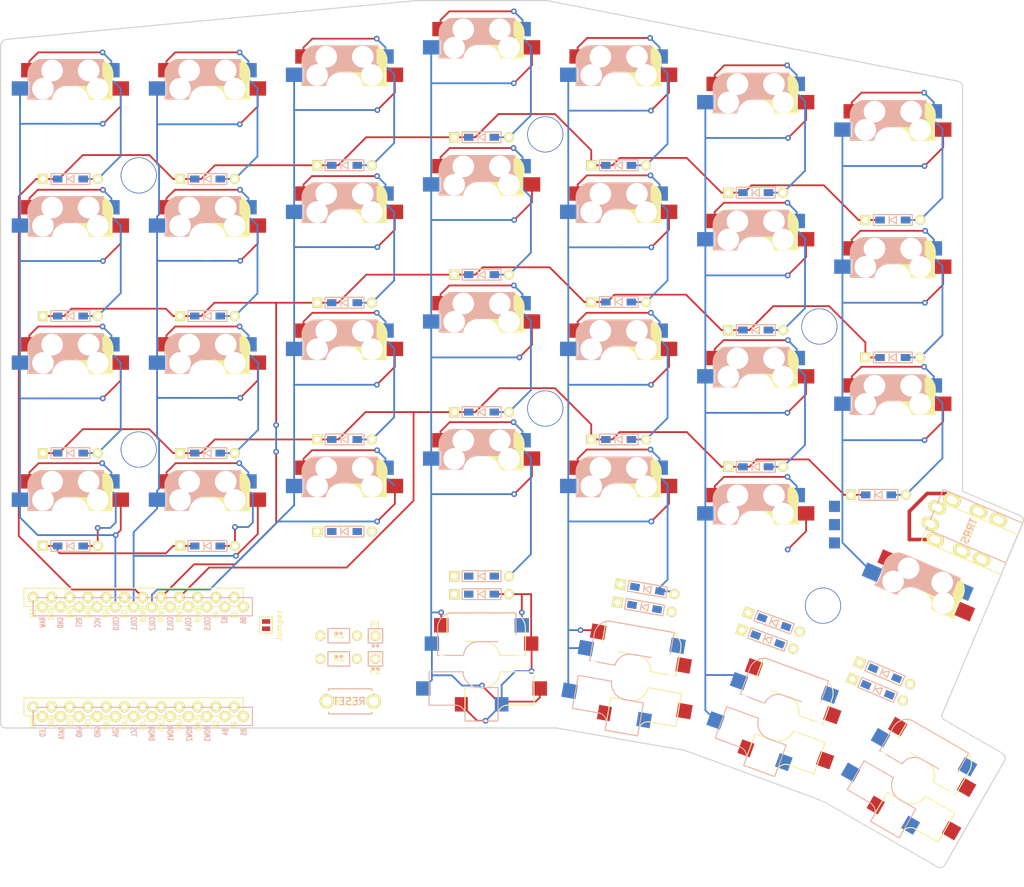
<source format=kicad_pcb>
(kicad_pcb (version 20171130) (host pcbnew "(5.0.1-3-g963ef8bb5)")
  (layers (0 F.Cu signal) (31 B.Cu signal) (34 B.Paste user) (35 F.Paste user) (36 B.SilkS user) (37 F.SilkS user) (38 B.Mask user) (39 F.Mask user) (44 Edge.Cuts user))
  (net 0 "")
  (net 1 "Net-(D4-Pad2)")
  (net 2 row3)
  (net 3 "Net-(D5-Pad2)")
  (net 4 row0)
  (net 5 row1)
  (net 6 "Net-(D6-Pad2)")
  (net 7 row2)
  (net 8 "Net-(D7-Pad2)")
  (net 9 "Net-(D8-Pad2)")
  (net 10 "Net-(D9-Pad2)")
  (net 11 "Net-(D10-Pad2)")
  (net 12 "Net-(D11-Pad2)")
  (net 13 "Net-(D12-Pad2)")
  (net 14 "Net-(D13-Pad2)")
  (net 15 "Net-(D14-Pad2)")
  (net 16 "Net-(D15-Pad2)")
  (net 17 "Net-(D16-Pad2)")
  (net 18 row4)
  (net 19 "Net-(D17-Pad2)")
  (net 20 "Net-(D18-Pad2)")
  (net 21 "Net-(D19-Pad2)")
  (net 22 "Net-(D20-Pad2)")
  (net 23 "Net-(D21-Pad2)")
  (net 24 "Net-(D22-Pad2)")
  (net 25 "Net-(D23-Pad2)")
  (net 26 "Net-(D24-Pad2)")
  (net 27 "Net-(D25-Pad2)")
  (net 28 "Net-(D26-Pad2)")
  (net 29 "Net-(D27-Pad2)")
  (net 30 "Net-(D28-Pad2)")
  (net 31 "Net-(D29-Pad2)")
  (net 32 "Net-(D30-Pad2)")
  (net 33 "Net-(D31-Pad2)")
  (net 34 "Net-(D32-Pad2)")
  (net 35 VCC)
  (net 36 "Net-(J1-PadA)")
  (net 37 "Net-(J1-PadB)")
  (net 38 GND)
  (net 39 data)
  (net 40 reset)
  (net 41 col0)
  (net 42 "Net-(D1-Pad2)")
  (net 43 "Net-(D2-Pad2)")
  (net 44 "Net-(D3-Pad2)")
  (net 45 col1)
  (net 46 col2)
  (net 47 col3)
  (net 48 col4)
  (net 49 col5)
  (net 50 col6)
  (net 51 "Net-(U1-Pad24)")
  (net 52 "Net-(U1-Pad13)")
  (net 53 "Net-(U1-Pad12)")
  (net 54 led)
  (net 55 sda)
  (net 56 scl)
  (module kbd:CherryMX_Hotswap (layer F.Cu) (at 88.1 105.245)
    (fp_text reference SW13 hide)
    (fp_text value SW_PUSH hide)
    (pad 1 smd rect (at -7 -2.58 180) (size 2.3 2) (layers B.Cu B.Paste B.Mask) (net 46 col2))
    (pad 1 smd rect (at 7 -2.58 180) (size 2.3 2) (layers F.Cu F.Paste F.Mask) (net 46 col2))
    (pad 2 smd rect (at -5.7 -5.12 180) (size 2.3 2) (layers F.Cu F.Paste F.Mask) (net 13 "Net-(D12-Pad2)"))
    (pad "" np_thru_hole circle (at -3.81 -2.54 180) (size 3 3) (drill 3) (layers *.Cu *.Mask))
    (pad "" np_thru_hole circle (at -2.54 -5.08 180) (size 3 3) (drill 3) (layers *.Cu *.Mask))
    (pad "" np_thru_hole circle (at 3.81 -2.540001 180) (size 3 3) (drill 3) (layers *.Cu *.Mask))
    (pad "" np_thru_hole circle (at 2.54 -5.08 180) (size 3 3) (drill 3) (layers *.Cu *.Mask))
    (pad "" np_thru_hole circle (at 0 0 90) (size 4 4) (drill 4) (layers *.Cu *.Mask F.SilkS))
    (pad "" np_thru_hole circle (at 5.08 0) (size 1.8 1.8) (drill 1.8) (layers *.Cu *.Mask F.SilkS))
    (pad "" np_thru_hole circle (at -5.08 0) (size 1.8 1.8) (drill 1.8) (layers *.Cu *.Mask F.SilkS))
    (pad 2 smd rect (at 5.7 -5.12 180) (size 2.3 2) (layers B.Cu B.Paste B.Mask) (net 13 "Net-(D12-Pad2)"))
  )
  (module kbd:D3_TH_SMD (layer F.Cu) (at 69.05 98.1)
    (fp_text reference D7 hide)
    (fp_text value D hide)
    (pad 2 smd rect (at 1.775 0) (size 1.3 0.95) (layers F.Cu F.Paste F.Mask) (net 8 "Net-(D7-Pad2)"))
    (pad 2 thru_hole circle (at 3.81 0) (size 1.397 1.397) (drill 0.8128) (layers *.Cu *.Mask F.SilkS) (net 8 "Net-(D7-Pad2)"))
    (pad 1 thru_hole rect (at -3.81 0) (size 1.397 1.397) (drill 0.8128) (layers *.Cu *.Mask F.SilkS) (net 7 row2))
    (pad 1 smd rect (at -1.775 0) (size 1.3 0.95) (layers B.Cu B.Paste B.Mask) (net 7 row2))
    (pad 2 smd rect (at 1.775 0) (size 1.3 0.95) (layers B.Cu B.Paste B.Mask) (net 8 "Net-(D7-Pad2)"))
    (pad 1 smd rect (at -1.775 0) (size 1.3 0.95) (layers F.Cu F.Paste F.Mask) (net 7 row2))
  )
  (module kbd:CherryMX_Hotswap (layer F.Cu) (at 88.1 67.145)
    (fp_text reference SW11 hide)
    (fp_text value SW_PUSH hide)
    (pad 1 smd rect (at -7 -2.58 180) (size 2.3 2) (layers B.Cu B.Paste B.Mask) (net 46 col2))
    (pad 1 smd rect (at 7 -2.58 180) (size 2.3 2) (layers F.Cu F.Paste F.Mask) (net 46 col2))
    (pad 2 smd rect (at -5.7 -5.12 180) (size 2.3 2) (layers F.Cu F.Paste F.Mask) (net 11 "Net-(D10-Pad2)"))
    (pad "" np_thru_hole circle (at -3.81 -2.54 180) (size 3 3) (drill 3) (layers *.Cu *.Mask))
    (pad "" np_thru_hole circle (at -2.54 -5.08 180) (size 3 3) (drill 3) (layers *.Cu *.Mask))
    (pad "" np_thru_hole circle (at 3.81 -2.540001 180) (size 3 3) (drill 3) (layers *.Cu *.Mask))
    (pad "" np_thru_hole circle (at 2.54 -5.08 180) (size 3 3) (drill 3) (layers *.Cu *.Mask))
    (pad "" np_thru_hole circle (at 0 0 90) (size 4 4) (drill 4) (layers *.Cu *.Mask F.SilkS))
    (pad "" np_thru_hole circle (at 5.08 0) (size 1.8 1.8) (drill 1.8) (layers *.Cu *.Mask F.SilkS))
    (pad "" np_thru_hole circle (at -5.08 0) (size 1.8 1.8) (drill 1.8) (layers *.Cu *.Mask F.SilkS))
    (pad 2 smd rect (at 5.7 -5.12 180) (size 2.3 2) (layers B.Cu B.Paste B.Mask) (net 11 "Net-(D10-Pad2)"))
  )
  (module kbd:HOLE (layer F.Cu) (at 59.5 97.6)
    (fp_text reference Ref**)
    (fp_text value Val**)
    (pad "" np_thru_hole circle (at 0 0) (size 5 5) (drill 4.8) (layers *.Cu *.Mask))
  )
  (module kbd:HOLE (layer F.Cu) (at 116 53.8)
    (fp_text reference Ref**)
    (fp_text value Val**)
    (pad "" np_thru_hole circle (at 0 0) (size 5 5) (drill 4.8) (layers *.Cu *.Mask))
  )
  (module kbd:D3_TH_SMD (layer F.Cu) (at 50 60)
    (fp_text reference D1 hide)
    (fp_text value D hide)
    (pad 1 smd rect (at -1.775 0) (size 1.3 0.95) (layers F.Cu F.Paste F.Mask) (net 4 row0))
    (pad 2 smd rect (at 1.775 0) (size 1.3 0.95) (layers B.Cu B.Paste B.Mask) (net 42 "Net-(D1-Pad2)"))
    (pad 1 smd rect (at -1.775 0) (size 1.3 0.95) (layers B.Cu B.Paste B.Mask) (net 4 row0))
    (pad 1 thru_hole rect (at -3.81 0) (size 1.397 1.397) (drill 0.8128) (layers *.Cu *.Mask F.SilkS) (net 4 row0))
    (pad 2 thru_hole circle (at 3.81 0) (size 1.397 1.397) (drill 0.8128) (layers *.Cu *.Mask F.SilkS) (net 42 "Net-(D1-Pad2)"))
    (pad 2 smd rect (at 1.775 0) (size 1.3 0.95) (layers F.Cu F.Paste F.Mask) (net 42 "Net-(D1-Pad2)"))
  )
  (module kbd:D3_TH_SMD (layer F.Cu) (at 50 79.05)
    (fp_text reference D2 hide)
    (fp_text value D hide)
    (pad 1 smd rect (at -1.775 0) (size 1.3 0.95) (layers F.Cu F.Paste F.Mask) (net 5 row1))
    (pad 2 smd rect (at 1.775 0) (size 1.3 0.95) (layers B.Cu B.Paste B.Mask) (net 43 "Net-(D2-Pad2)"))
    (pad 1 smd rect (at -1.775 0) (size 1.3 0.95) (layers B.Cu B.Paste B.Mask) (net 5 row1))
    (pad 1 thru_hole rect (at -3.81 0) (size 1.397 1.397) (drill 0.8128) (layers *.Cu *.Mask F.SilkS) (net 5 row1))
    (pad 2 thru_hole circle (at 3.81 0) (size 1.397 1.397) (drill 0.8128) (layers *.Cu *.Mask F.SilkS) (net 43 "Net-(D2-Pad2)"))
    (pad 2 smd rect (at 1.775 0) (size 1.3 0.95) (layers F.Cu F.Paste F.Mask) (net 43 "Net-(D2-Pad2)"))
  )
  (module kbd:D3_TH_SMD (layer F.Cu) (at 50 98.1)
    (fp_text reference D3 hide)
    (fp_text value D hide)
    (pad 2 smd rect (at 1.775 0) (size 1.3 0.95) (layers F.Cu F.Paste F.Mask) (net 44 "Net-(D3-Pad2)"))
    (pad 2 thru_hole circle (at 3.81 0) (size 1.397 1.397) (drill 0.8128) (layers *.Cu *.Mask F.SilkS) (net 44 "Net-(D3-Pad2)"))
    (pad 1 thru_hole rect (at -3.81 0) (size 1.397 1.397) (drill 0.8128) (layers *.Cu *.Mask F.SilkS) (net 7 row2))
    (pad 1 smd rect (at -1.775 0) (size 1.3 0.95) (layers B.Cu B.Paste B.Mask) (net 7 row2))
    (pad 2 smd rect (at 1.775 0) (size 1.3 0.95) (layers B.Cu B.Paste B.Mask) (net 44 "Net-(D3-Pad2)"))
    (pad 1 smd rect (at -1.775 0) (size 1.3 0.95) (layers F.Cu F.Paste F.Mask) (net 7 row2))
  )
  (module kbd:D3_TH_SMD (layer F.Cu) (at 50 111)
    (fp_text reference D4 hide)
    (fp_text value D hide)
    (pad 1 smd rect (at -1.775 0) (size 1.3 0.95) (layers F.Cu F.Paste F.Mask) (net 2 row3))
    (pad 2 smd rect (at 1.775 0) (size 1.3 0.95) (layers B.Cu B.Paste B.Mask) (net 1 "Net-(D4-Pad2)"))
    (pad 1 smd rect (at -1.775 0) (size 1.3 0.95) (layers B.Cu B.Paste B.Mask) (net 2 row3))
    (pad 1 thru_hole rect (at -3.81 0) (size 1.397 1.397) (drill 0.8128) (layers *.Cu *.Mask F.SilkS) (net 2 row3))
    (pad 2 thru_hole circle (at 3.81 0) (size 1.397 1.397) (drill 0.8128) (layers *.Cu *.Mask F.SilkS) (net 1 "Net-(D4-Pad2)"))
    (pad 2 smd rect (at 1.775 0) (size 1.3 0.95) (layers F.Cu F.Paste F.Mask) (net 1 "Net-(D4-Pad2)"))
  )
  (module kbd:D3_TH_SMD (layer F.Cu) (at 69.05 60)
    (fp_text reference D5 hide)
    (fp_text value D hide)
    (pad 2 smd rect (at 1.775 0) (size 1.3 0.95) (layers F.Cu F.Paste F.Mask) (net 3 "Net-(D5-Pad2)"))
    (pad 2 thru_hole circle (at 3.81 0) (size 1.397 1.397) (drill 0.8128) (layers *.Cu *.Mask F.SilkS) (net 3 "Net-(D5-Pad2)"))
    (pad 1 thru_hole rect (at -3.81 0) (size 1.397 1.397) (drill 0.8128) (layers *.Cu *.Mask F.SilkS) (net 4 row0))
    (pad 1 smd rect (at -1.775 0) (size 1.3 0.95) (layers B.Cu B.Paste B.Mask) (net 4 row0))
    (pad 2 smd rect (at 1.775 0) (size 1.3 0.95) (layers B.Cu B.Paste B.Mask) (net 3 "Net-(D5-Pad2)"))
    (pad 1 smd rect (at -1.775 0) (size 1.3 0.95) (layers F.Cu F.Paste F.Mask) (net 4 row0))
  )
  (module kbd:D3_TH_SMD (layer F.Cu) (at 69.05 79.05)
    (fp_text reference D6 hide)
    (fp_text value D hide)
    (pad 1 smd rect (at -1.775 0) (size 1.3 0.95) (layers F.Cu F.Paste F.Mask) (net 5 row1))
    (pad 2 smd rect (at 1.775 0) (size 1.3 0.95) (layers B.Cu B.Paste B.Mask) (net 6 "Net-(D6-Pad2)"))
    (pad 1 smd rect (at -1.775 0) (size 1.3 0.95) (layers B.Cu B.Paste B.Mask) (net 5 row1))
    (pad 1 thru_hole rect (at -3.81 0) (size 1.397 1.397) (drill 0.8128) (layers *.Cu *.Mask F.SilkS) (net 5 row1))
    (pad 2 thru_hole circle (at 3.81 0) (size 1.397 1.397) (drill 0.8128) (layers *.Cu *.Mask F.SilkS) (net 6 "Net-(D6-Pad2)"))
    (pad 2 smd rect (at 1.775 0) (size 1.3 0.95) (layers F.Cu F.Paste F.Mask) (net 6 "Net-(D6-Pad2)"))
  )
  (module kbd:D3_TH_SMD (layer F.Cu) (at 69.05 111)
    (fp_text reference D8 hide)
    (fp_text value D hide)
    (pad 1 smd rect (at -1.775 0) (size 1.3 0.95) (layers F.Cu F.Paste F.Mask) (net 2 row3))
    (pad 2 smd rect (at 1.775 0) (size 1.3 0.95) (layers B.Cu B.Paste B.Mask) (net 9 "Net-(D8-Pad2)"))
    (pad 1 smd rect (at -1.775 0) (size 1.3 0.95) (layers B.Cu B.Paste B.Mask) (net 2 row3))
    (pad 1 thru_hole rect (at -3.81 0) (size 1.397 1.397) (drill 0.8128) (layers *.Cu *.Mask F.SilkS) (net 2 row3))
    (pad 2 thru_hole circle (at 3.81 0) (size 1.397 1.397) (drill 0.8128) (layers *.Cu *.Mask F.SilkS) (net 9 "Net-(D8-Pad2)"))
    (pad 2 smd rect (at 1.775 0) (size 1.3 0.95) (layers F.Cu F.Paste F.Mask) (net 9 "Net-(D8-Pad2)"))
  )
  (module kbd:D3_TH_SMD (layer F.Cu) (at 88.1 58.095)
    (fp_text reference D9 hide)
    (fp_text value D hide)
    (pad 2 smd rect (at 1.775 0) (size 1.3 0.95) (layers F.Cu F.Paste F.Mask) (net 10 "Net-(D9-Pad2)"))
    (pad 2 thru_hole circle (at 3.81 0) (size 1.397 1.397) (drill 0.8128) (layers *.Cu *.Mask F.SilkS) (net 10 "Net-(D9-Pad2)"))
    (pad 1 thru_hole rect (at -3.81 0) (size 1.397 1.397) (drill 0.8128) (layers *.Cu *.Mask F.SilkS) (net 4 row0))
    (pad 1 smd rect (at -1.775 0) (size 1.3 0.95) (layers B.Cu B.Paste B.Mask) (net 4 row0))
    (pad 2 smd rect (at 1.775 0) (size 1.3 0.95) (layers B.Cu B.Paste B.Mask) (net 10 "Net-(D9-Pad2)"))
    (pad 1 smd rect (at -1.775 0) (size 1.3 0.95) (layers F.Cu F.Paste F.Mask) (net 4 row0))
  )
  (module kbd:D3_TH_SMD (layer F.Cu) (at 88.1 77.2)
    (fp_text reference D10 hide)
    (fp_text value D hide)
    (pad 1 smd rect (at -1.775 0) (size 1.3 0.95) (layers F.Cu F.Paste F.Mask) (net 5 row1))
    (pad 2 smd rect (at 1.775 0) (size 1.3 0.95) (layers B.Cu B.Paste B.Mask) (net 11 "Net-(D10-Pad2)"))
    (pad 1 smd rect (at -1.775 0) (size 1.3 0.95) (layers B.Cu B.Paste B.Mask) (net 5 row1))
    (pad 1 thru_hole rect (at -3.81 0) (size 1.397 1.397) (drill 0.8128) (layers *.Cu *.Mask F.SilkS) (net 5 row1))
    (pad 2 thru_hole circle (at 3.81 0) (size 1.397 1.397) (drill 0.8128) (layers *.Cu *.Mask F.SilkS) (net 11 "Net-(D10-Pad2)"))
    (pad 2 smd rect (at 1.775 0) (size 1.3 0.95) (layers F.Cu F.Paste F.Mask) (net 11 "Net-(D10-Pad2)"))
  )
  (module kbd:D3_TH_SMD (layer F.Cu) (at 88.1 96.2)
    (fp_text reference D11 hide)
    (fp_text value D hide)
    (pad 2 smd rect (at 1.775 0) (size 1.3 0.95) (layers F.Cu F.Paste F.Mask) (net 12 "Net-(D11-Pad2)"))
    (pad 2 thru_hole circle (at 3.81 0) (size 1.397 1.397) (drill 0.8128) (layers *.Cu *.Mask F.SilkS) (net 12 "Net-(D11-Pad2)"))
    (pad 1 thru_hole rect (at -3.81 0) (size 1.397 1.397) (drill 0.8128) (layers *.Cu *.Mask F.SilkS) (net 7 row2))
    (pad 1 smd rect (at -1.775 0) (size 1.3 0.95) (layers B.Cu B.Paste B.Mask) (net 7 row2))
    (pad 2 smd rect (at 1.775 0) (size 1.3 0.95) (layers B.Cu B.Paste B.Mask) (net 12 "Net-(D11-Pad2)"))
    (pad 1 smd rect (at -1.775 0) (size 1.3 0.95) (layers F.Cu F.Paste F.Mask) (net 7 row2))
  )
  (module kbd:D3_TH_SMD (layer F.Cu) (at 88.1 109)
    (fp_text reference D12 hide)
    (fp_text value D hide)
    (pad 2 smd rect (at 1.775 0) (size 1.3 0.95) (layers F.Cu F.Paste F.Mask) (net 13 "Net-(D12-Pad2)"))
    (pad 2 thru_hole circle (at 3.81 0) (size 1.397 1.397) (drill 0.8128) (layers *.Cu *.Mask F.SilkS) (net 13 "Net-(D12-Pad2)"))
    (pad 1 thru_hole rect (at -3.81 0) (size 1.397 1.397) (drill 0.8128) (layers *.Cu *.Mask F.SilkS) (net 2 row3))
    (pad 1 smd rect (at -1.775 0) (size 1.3 0.95) (layers B.Cu B.Paste B.Mask) (net 2 row3))
    (pad 2 smd rect (at 1.775 0) (size 1.3 0.95) (layers B.Cu B.Paste B.Mask) (net 13 "Net-(D12-Pad2)"))
    (pad 1 smd rect (at -1.775 0) (size 1.3 0.95) (layers F.Cu F.Paste F.Mask) (net 2 row3))
  )
  (module kbd:D3_TH_SMD (layer F.Cu) (at 107.15 54.2)
    (fp_text reference D13 hide)
    (fp_text value D hide)
    (pad 1 smd rect (at -1.775 0) (size 1.3 0.95) (layers F.Cu F.Paste F.Mask) (net 4 row0))
    (pad 2 smd rect (at 1.775 0) (size 1.3 0.95) (layers B.Cu B.Paste B.Mask) (net 14 "Net-(D13-Pad2)"))
    (pad 1 smd rect (at -1.775 0) (size 1.3 0.95) (layers B.Cu B.Paste B.Mask) (net 4 row0))
    (pad 1 thru_hole rect (at -3.81 0) (size 1.397 1.397) (drill 0.8128) (layers *.Cu *.Mask F.SilkS) (net 4 row0))
    (pad 2 thru_hole circle (at 3.81 0) (size 1.397 1.397) (drill 0.8128) (layers *.Cu *.Mask F.SilkS) (net 14 "Net-(D13-Pad2)"))
    (pad 2 smd rect (at 1.775 0) (size 1.3 0.95) (layers F.Cu F.Paste F.Mask) (net 14 "Net-(D13-Pad2)"))
  )
  (module kbd:D3_TH_SMD (layer F.Cu) (at 107.15 73.3)
    (fp_text reference D14 hide)
    (fp_text value D hide)
    (pad 2 smd rect (at 1.775 0) (size 1.3 0.95) (layers F.Cu F.Paste F.Mask) (net 15 "Net-(D14-Pad2)"))
    (pad 2 thru_hole circle (at 3.81 0) (size 1.397 1.397) (drill 0.8128) (layers *.Cu *.Mask F.SilkS) (net 15 "Net-(D14-Pad2)"))
    (pad 1 thru_hole rect (at -3.81 0) (size 1.397 1.397) (drill 0.8128) (layers *.Cu *.Mask F.SilkS) (net 5 row1))
    (pad 1 smd rect (at -1.775 0) (size 1.3 0.95) (layers B.Cu B.Paste B.Mask) (net 5 row1))
    (pad 2 smd rect (at 1.775 0) (size 1.3 0.95) (layers B.Cu B.Paste B.Mask) (net 15 "Net-(D14-Pad2)"))
    (pad 1 smd rect (at -1.775 0) (size 1.3 0.95) (layers F.Cu F.Paste F.Mask) (net 5 row1))
  )
  (module kbd:D3_TH_SMD (layer F.Cu) (at 107.15 92.4)
    (fp_text reference D15 hide)
    (fp_text value D hide)
    (pad 1 smd rect (at -1.775 0) (size 1.3 0.95) (layers F.Cu F.Paste F.Mask) (net 7 row2))
    (pad 2 smd rect (at 1.775 0) (size 1.3 0.95) (layers B.Cu B.Paste B.Mask) (net 16 "Net-(D15-Pad2)"))
    (pad 1 smd rect (at -1.775 0) (size 1.3 0.95) (layers B.Cu B.Paste B.Mask) (net 7 row2))
    (pad 1 thru_hole rect (at -3.81 0) (size 1.397 1.397) (drill 0.8128) (layers *.Cu *.Mask F.SilkS) (net 7 row2))
    (pad 2 thru_hole circle (at 3.81 0) (size 1.397 1.397) (drill 0.8128) (layers *.Cu *.Mask F.SilkS) (net 16 "Net-(D15-Pad2)"))
    (pad 2 smd rect (at 1.775 0) (size 1.3 0.95) (layers F.Cu F.Paste F.Mask) (net 16 "Net-(D15-Pad2)"))
  )
  (module kbd:D3_TH_SMD (layer F.Cu) (at 107.15 115.2)
    (fp_text reference D16 hide)
    (fp_text value D hide)
    (pad 1 smd rect (at -1.775 0) (size 1.3 0.95) (layers F.Cu F.Paste F.Mask) (net 2 row3))
    (pad 2 smd rect (at 1.775 0) (size 1.3 0.95) (layers B.Cu B.Paste B.Mask) (net 17 "Net-(D16-Pad2)"))
    (pad 1 smd rect (at -1.775 0) (size 1.3 0.95) (layers B.Cu B.Paste B.Mask) (net 2 row3))
    (pad 1 thru_hole rect (at -3.81 0) (size 1.397 1.397) (drill 0.8128) (layers *.Cu *.Mask F.SilkS) (net 2 row3))
    (pad 2 thru_hole circle (at 3.81 0) (size 1.397 1.397) (drill 0.8128) (layers *.Cu *.Mask F.SilkS) (net 17 "Net-(D16-Pad2)"))
    (pad 2 smd rect (at 1.775 0) (size 1.3 0.95) (layers F.Cu F.Paste F.Mask) (net 17 "Net-(D16-Pad2)"))
  )
  (module kbd:D3_TH_SMD (layer F.Cu) (at 107.15 117.7)
    (fp_text reference D17 hide)
    (fp_text value D hide)
    (pad 2 smd rect (at 1.775 0) (size 1.3 0.95) (layers F.Cu F.Paste F.Mask) (net 19 "Net-(D17-Pad2)"))
    (pad 2 thru_hole circle (at 3.81 0) (size 1.397 1.397) (drill 0.8128) (layers *.Cu *.Mask F.SilkS) (net 19 "Net-(D17-Pad2)"))
    (pad 1 thru_hole rect (at -3.81 0) (size 1.397 1.397) (drill 0.8128) (layers *.Cu *.Mask F.SilkS) (net 18 row4))
    (pad 1 smd rect (at -1.775 0) (size 1.3 0.95) (layers B.Cu B.Paste B.Mask) (net 18 row4))
    (pad 2 smd rect (at 1.775 0) (size 1.3 0.95) (layers B.Cu B.Paste B.Mask) (net 19 "Net-(D17-Pad2)"))
    (pad 1 smd rect (at -1.775 0) (size 1.3 0.95) (layers F.Cu F.Paste F.Mask) (net 18 row4))
  )
  (module kbd:D3_TH_SMD (layer F.Cu) (at 126.2 58.1)
    (fp_text reference D18 hide)
    (fp_text value D hide)
    (pad 1 smd rect (at -1.775 0) (size 1.3 0.95) (layers F.Cu F.Paste F.Mask) (net 4 row0))
    (pad 2 smd rect (at 1.775 0) (size 1.3 0.95) (layers B.Cu B.Paste B.Mask) (net 20 "Net-(D18-Pad2)"))
    (pad 1 smd rect (at -1.775 0) (size 1.3 0.95) (layers B.Cu B.Paste B.Mask) (net 4 row0))
    (pad 1 thru_hole rect (at -3.81 0) (size 1.397 1.397) (drill 0.8128) (layers *.Cu *.Mask F.SilkS) (net 4 row0))
    (pad 2 thru_hole circle (at 3.81 0) (size 1.397 1.397) (drill 0.8128) (layers *.Cu *.Mask F.SilkS) (net 20 "Net-(D18-Pad2)"))
    (pad 2 smd rect (at 1.775 0) (size 1.3 0.95) (layers F.Cu F.Paste F.Mask) (net 20 "Net-(D18-Pad2)"))
  )
  (module kbd:D3_TH_SMD (layer F.Cu) (at 126.2 77.1)
    (fp_text reference D19 hide)
    (fp_text value D hide)
    (pad 1 smd rect (at -1.775 0) (size 1.3 0.95) (layers F.Cu F.Paste F.Mask) (net 5 row1))
    (pad 2 smd rect (at 1.775 0) (size 1.3 0.95) (layers B.Cu B.Paste B.Mask) (net 21 "Net-(D19-Pad2)"))
    (pad 1 smd rect (at -1.775 0) (size 1.3 0.95) (layers B.Cu B.Paste B.Mask) (net 5 row1))
    (pad 1 thru_hole rect (at -3.81 0) (size 1.397 1.397) (drill 0.8128) (layers *.Cu *.Mask F.SilkS) (net 5 row1))
    (pad 2 thru_hole circle (at 3.81 0) (size 1.397 1.397) (drill 0.8128) (layers *.Cu *.Mask F.SilkS) (net 21 "Net-(D19-Pad2)"))
    (pad 2 smd rect (at 1.775 0) (size 1.3 0.95) (layers F.Cu F.Paste F.Mask) (net 21 "Net-(D19-Pad2)"))
  )
  (module kbd:D3_TH_SMD (layer F.Cu) (at 126.2 96.2)
    (fp_text reference D20 hide)
    (fp_text value D hide)
    (pad 2 smd rect (at 1.775 0) (size 1.3 0.95) (layers F.Cu F.Paste F.Mask) (net 22 "Net-(D20-Pad2)"))
    (pad 2 thru_hole circle (at 3.81 0) (size 1.397 1.397) (drill 0.8128) (layers *.Cu *.Mask F.SilkS) (net 22 "Net-(D20-Pad2)"))
    (pad 1 thru_hole rect (at -3.81 0) (size 1.397 1.397) (drill 0.8128) (layers *.Cu *.Mask F.SilkS) (net 7 row2))
    (pad 1 smd rect (at -1.775 0) (size 1.3 0.95) (layers B.Cu B.Paste B.Mask) (net 7 row2))
    (pad 2 smd rect (at 1.775 0) (size 1.3 0.95) (layers B.Cu B.Paste B.Mask) (net 22 "Net-(D20-Pad2)"))
    (pad 1 smd rect (at -1.775 0) (size 1.3 0.95) (layers F.Cu F.Paste F.Mask) (net 7 row2))
  )
  (module kbd:D3_TH_SMD (layer F.Cu) (at 130.2 117 350)
    (fp_text reference D21 hide)
    (fp_text value D hide)
    (pad 1 smd rect (at -1.775 0 350) (size 1.3 0.95) (layers F.Cu F.Paste F.Mask) (net 2 row3))
    (pad 2 smd rect (at 1.775 0 350) (size 1.3 0.95) (layers B.Cu B.Paste B.Mask) (net 23 "Net-(D21-Pad2)"))
    (pad 1 smd rect (at -1.775 0 350) (size 1.3 0.95) (layers B.Cu B.Paste B.Mask) (net 2 row3))
    (pad 1 thru_hole rect (at -3.810003 0 350) (size 1.397 1.397) (drill 0.8128) (layers *.Cu *.Mask F.SilkS) (net 2 row3))
    (pad 2 thru_hole circle (at 3.810003 0 350) (size 1.397 1.397) (drill 0.8128) (layers *.Cu *.Mask F.SilkS) (net 23 "Net-(D21-Pad2)"))
    (pad 2 smd rect (at 1.775 0 350) (size 1.3 0.95) (layers F.Cu F.Paste F.Mask) (net 23 "Net-(D21-Pad2)"))
  )
  (module kbd:D3_TH_SMD (layer F.Cu) (at 129.8 119.5 350)
    (fp_text reference D22 hide)
    (fp_text value D hide)
    (pad 2 smd rect (at 1.775 0 350) (size 1.3 0.95) (layers F.Cu F.Paste F.Mask) (net 24 "Net-(D22-Pad2)"))
    (pad 2 thru_hole circle (at 3.810003 0 350) (size 1.397 1.397) (drill 0.8128) (layers *.Cu *.Mask F.SilkS) (net 24 "Net-(D22-Pad2)"))
    (pad 1 thru_hole rect (at -3.810003 0 350) (size 1.397 1.397) (drill 0.8128) (layers *.Cu *.Mask F.SilkS) (net 18 row4))
    (pad 1 smd rect (at -1.775 0 350) (size 1.3 0.95) (layers B.Cu B.Paste B.Mask) (net 18 row4))
    (pad 2 smd rect (at 1.775 0 350) (size 1.3 0.95) (layers B.Cu B.Paste B.Mask) (net 24 "Net-(D22-Pad2)"))
    (pad 1 smd rect (at -1.775 0 350) (size 1.3 0.95) (layers F.Cu F.Paste F.Mask) (net 18 row4))
  )
  (module kbd:D3_TH_SMD (layer F.Cu) (at 145.25 61.9)
    (fp_text reference D23 hide)
    (fp_text value D hide)
    (pad 2 smd rect (at 1.775 0) (size 1.3 0.95) (layers F.Cu F.Paste F.Mask) (net 25 "Net-(D23-Pad2)"))
    (pad 2 thru_hole circle (at 3.81 0) (size 1.397 1.397) (drill 0.8128) (layers *.Cu *.Mask F.SilkS) (net 25 "Net-(D23-Pad2)"))
    (pad 1 thru_hole rect (at -3.81 0) (size 1.397 1.397) (drill 0.8128) (layers *.Cu *.Mask F.SilkS) (net 4 row0))
    (pad 1 smd rect (at -1.775 0) (size 1.3 0.95) (layers B.Cu B.Paste B.Mask) (net 4 row0))
    (pad 2 smd rect (at 1.775 0) (size 1.3 0.95) (layers B.Cu B.Paste B.Mask) (net 25 "Net-(D23-Pad2)"))
    (pad 1 smd rect (at -1.775 0) (size 1.3 0.95) (layers F.Cu F.Paste F.Mask) (net 4 row0))
  )
  (module kbd:D3_TH_SMD (layer F.Cu) (at 145.25 81)
    (fp_text reference D24 hide)
    (fp_text value D hide)
    (pad 2 smd rect (at 1.775 0) (size 1.3 0.95) (layers F.Cu F.Paste F.Mask) (net 26 "Net-(D24-Pad2)"))
    (pad 2 thru_hole circle (at 3.81 0) (size 1.397 1.397) (drill 0.8128) (layers *.Cu *.Mask F.SilkS) (net 26 "Net-(D24-Pad2)"))
    (pad 1 thru_hole rect (at -3.81 0) (size 1.397 1.397) (drill 0.8128) (layers *.Cu *.Mask F.SilkS) (net 5 row1))
    (pad 1 smd rect (at -1.775 0) (size 1.3 0.95) (layers B.Cu B.Paste B.Mask) (net 5 row1))
    (pad 2 smd rect (at 1.775 0) (size 1.3 0.95) (layers B.Cu B.Paste B.Mask) (net 26 "Net-(D24-Pad2)"))
    (pad 1 smd rect (at -1.775 0) (size 1.3 0.95) (layers F.Cu F.Paste F.Mask) (net 5 row1))
  )
  (module kbd:D3_TH_SMD (layer F.Cu) (at 145.25 100)
    (fp_text reference D25 hide)
    (fp_text value D hide)
    (pad 1 smd rect (at -1.775 0) (size 1.3 0.95) (layers F.Cu F.Paste F.Mask) (net 7 row2))
    (pad 2 smd rect (at 1.775 0) (size 1.3 0.95) (layers B.Cu B.Paste B.Mask) (net 27 "Net-(D25-Pad2)"))
    (pad 1 smd rect (at -1.775 0) (size 1.3 0.95) (layers B.Cu B.Paste B.Mask) (net 7 row2))
    (pad 1 thru_hole rect (at -3.81 0) (size 1.397 1.397) (drill 0.8128) (layers *.Cu *.Mask F.SilkS) (net 7 row2))
    (pad 2 thru_hole circle (at 3.81 0) (size 1.397 1.397) (drill 0.8128) (layers *.Cu *.Mask F.SilkS) (net 27 "Net-(D25-Pad2)"))
    (pad 2 smd rect (at 1.775 0) (size 1.3 0.95) (layers F.Cu F.Paste F.Mask) (net 27 "Net-(D25-Pad2)"))
  )
  (module kbd:D3_TH_SMD (layer F.Cu) (at 147.8 121.6 340)
    (fp_text reference D26 hide)
    (fp_text value D hide)
    (pad 2 smd rect (at 1.775 0 340) (size 1.3 0.95) (layers F.Cu F.Paste F.Mask) (net 28 "Net-(D26-Pad2)"))
    (pad 2 thru_hole circle (at 3.81 0 340) (size 1.397 1.397) (drill 0.8128) (layers *.Cu *.Mask F.SilkS) (net 28 "Net-(D26-Pad2)"))
    (pad 1 thru_hole rect (at -3.81 0 340) (size 1.397 1.397) (drill 0.8128) (layers *.Cu *.Mask F.SilkS) (net 2 row3))
    (pad 1 smd rect (at -1.775 0 340) (size 1.3 0.95) (layers B.Cu B.Paste B.Mask) (net 2 row3))
    (pad 2 smd rect (at 1.775 0 340) (size 1.3 0.95) (layers B.Cu B.Paste B.Mask) (net 28 "Net-(D26-Pad2)"))
    (pad 1 smd rect (at -1.775 0 340) (size 1.3 0.95) (layers F.Cu F.Paste F.Mask) (net 2 row3))
  )
  (module kbd:D3_TH_SMD (layer F.Cu) (at 146.9 124 340)
    (fp_text reference D27 hide)
    (fp_text value D hide)
    (pad 1 smd rect (at -1.775 0 340) (size 1.3 0.95) (layers F.Cu F.Paste F.Mask) (net 18 row4))
    (pad 2 smd rect (at 1.775 0 340) (size 1.3 0.95) (layers B.Cu B.Paste B.Mask) (net 29 "Net-(D27-Pad2)"))
    (pad 1 smd rect (at -1.775 0 340) (size 1.3 0.95) (layers B.Cu B.Paste B.Mask) (net 18 row4))
    (pad 1 thru_hole rect (at -3.81 0 340) (size 1.397 1.397) (drill 0.8128) (layers *.Cu *.Mask F.SilkS) (net 18 row4))
    (pad 2 thru_hole circle (at 3.81 0 340) (size 1.397 1.397) (drill 0.8128) (layers *.Cu *.Mask F.SilkS) (net 29 "Net-(D27-Pad2)"))
    (pad 2 smd rect (at 1.775 0 340) (size 1.3 0.95) (layers F.Cu F.Paste F.Mask) (net 29 "Net-(D27-Pad2)"))
  )
  (module kbd:D3_TH_SMD (layer F.Cu) (at 164.3 65.7)
    (fp_text reference D28 hide)
    (fp_text value D hide)
    (pad 2 smd rect (at 1.775 0) (size 1.3 0.95) (layers F.Cu F.Paste F.Mask) (net 30 "Net-(D28-Pad2)"))
    (pad 2 thru_hole circle (at 3.81 0) (size 1.397 1.397) (drill 0.8128) (layers *.Cu *.Mask F.SilkS) (net 30 "Net-(D28-Pad2)"))
    (pad 1 thru_hole rect (at -3.81 0) (size 1.397 1.397) (drill 0.8128) (layers *.Cu *.Mask F.SilkS) (net 4 row0))
    (pad 1 smd rect (at -1.775 0) (size 1.3 0.95) (layers B.Cu B.Paste B.Mask) (net 4 row0))
    (pad 2 smd rect (at 1.775 0) (size 1.3 0.95) (layers B.Cu B.Paste B.Mask) (net 30 "Net-(D28-Pad2)"))
    (pad 1 smd rect (at -1.775 0) (size 1.3 0.95) (layers F.Cu F.Paste F.Mask) (net 4 row0))
  )
  (module kbd:D3_TH_SMD (layer F.Cu) (at 164.3 84.8)
    (fp_text reference D29 hide)
    (fp_text value D hide)
    (pad 2 smd rect (at 1.775 0) (size 1.3 0.95) (layers F.Cu F.Paste F.Mask) (net 31 "Net-(D29-Pad2)"))
    (pad 2 thru_hole circle (at 3.81 0) (size 1.397 1.397) (drill 0.8128) (layers *.Cu *.Mask F.SilkS) (net 31 "Net-(D29-Pad2)"))
    (pad 1 thru_hole rect (at -3.81 0) (size 1.397 1.397) (drill 0.8128) (layers *.Cu *.Mask F.SilkS) (net 5 row1))
    (pad 1 smd rect (at -1.775 0) (size 1.3 0.95) (layers B.Cu B.Paste B.Mask) (net 5 row1))
    (pad 2 smd rect (at 1.775 0) (size 1.3 0.95) (layers B.Cu B.Paste B.Mask) (net 31 "Net-(D29-Pad2)"))
    (pad 1 smd rect (at -1.775 0) (size 1.3 0.95) (layers F.Cu F.Paste F.Mask) (net 5 row1))
  )
  (module kbd:D3_TH_SMD (layer F.Cu) (at 162.3 103.9)
    (fp_text reference D30 hide)
    (fp_text value D hide)
    (pad 1 smd rect (at -1.775 0) (size 1.3 0.95) (layers F.Cu F.Paste F.Mask) (net 7 row2))
    (pad 2 smd rect (at 1.775 0) (size 1.3 0.95) (layers B.Cu B.Paste B.Mask) (net 32 "Net-(D30-Pad2)"))
    (pad 1 smd rect (at -1.775 0) (size 1.3 0.95) (layers B.Cu B.Paste B.Mask) (net 7 row2))
    (pad 1 thru_hole rect (at -3.81 0) (size 1.397 1.397) (drill 0.8128) (layers *.Cu *.Mask F.SilkS) (net 7 row2))
    (pad 2 thru_hole circle (at 3.81 0) (size 1.397 1.397) (drill 0.8128) (layers *.Cu *.Mask F.SilkS) (net 32 "Net-(D30-Pad2)"))
    (pad 2 smd rect (at 1.775 0) (size 1.3 0.95) (layers F.Cu F.Paste F.Mask) (net 32 "Net-(D30-Pad2)"))
  )
  (module kbd:D3_TH_SMD (layer F.Cu) (at 163.2 128.7 337)
    (fp_text reference D31 hide)
    (fp_text value D hide)
    (pad 2 smd rect (at 1.775 0 337) (size 1.3 0.95) (layers F.Cu F.Paste F.Mask) (net 33 "Net-(D31-Pad2)"))
    (pad 2 thru_hole circle (at 3.81 0.000001 337) (size 1.397 1.397) (drill 0.8128) (layers *.Cu *.Mask F.SilkS) (net 33 "Net-(D31-Pad2)"))
    (pad 1 thru_hole rect (at -3.81 -0.000001 337) (size 1.397 1.397) (drill 0.8128) (layers *.Cu *.Mask F.SilkS) (net 2 row3))
    (pad 1 smd rect (at -1.775 0 337) (size 1.3 0.95) (layers B.Cu B.Paste B.Mask) (net 2 row3))
    (pad 2 smd rect (at 1.775 0 337) (size 1.3 0.95) (layers B.Cu B.Paste B.Mask) (net 33 "Net-(D31-Pad2)"))
    (pad 1 smd rect (at -1.775 0 337) (size 1.3 0.95) (layers F.Cu F.Paste F.Mask) (net 2 row3))
  )
  (module kbd:D3_TH_SMD (layer F.Cu) (at 162.2 131 337)
    (fp_text reference D32 hide)
    (fp_text value D hide)
    (pad 1 smd rect (at -1.775 0 337) (size 1.3 0.95) (layers F.Cu F.Paste F.Mask) (net 18 row4))
    (pad 2 smd rect (at 1.775 0 337) (size 1.3 0.95) (layers B.Cu B.Paste B.Mask) (net 34 "Net-(D32-Pad2)"))
    (pad 1 smd rect (at -1.775 0 337) (size 1.3 0.95) (layers B.Cu B.Paste B.Mask) (net 18 row4))
    (pad 1 thru_hole rect (at -3.81 -0.000001 337) (size 1.397 1.397) (drill 0.8128) (layers *.Cu *.Mask F.SilkS) (net 18 row4))
    (pad 2 thru_hole circle (at 3.81 0.000001 337) (size 1.397 1.397) (drill 0.8128) (layers *.Cu *.Mask F.SilkS) (net 34 "Net-(D32-Pad2)"))
    (pad 2 smd rect (at 1.775 0 337) (size 1.3 0.95) (layers F.Cu F.Paste F.Mask) (net 34 "Net-(D32-Pad2)"))
  )
  (module kbd:MJ-4PP-9 (layer F.Cu) (at 180.5 112.2 247)
    (fp_text reference J1)
    (fp_text value MJ-4PP-9 hide)
    (fp_text user TRRS (at -0.8255 6.4135 247) (layer B.SilkS) (effects (justify mirror)))
    (fp_text user TRRS (at -0.75 6.45 247) (layer F.SilkS))
    (pad "" np_thru_hole circle (at -1.75 8.5 247) (size 1.2 1.2) (drill 1.2) (layers *.Cu *.Mask F.SilkS))
    (pad "" np_thru_hole circle (at -1.75 1.5 247) (size 1.2 1.2) (drill 1.2) (layers *.Cu *.Mask F.SilkS))
    (pad D thru_hole oval (at -3.85 10.3 247) (size 1.7 2.5) (drill oval 1 1.5) (layers *.Cu *.Mask F.SilkS) (net 35 VCC) (clearance 0.15))
    (pad A thru_hole oval (at 0.35 11.8 247) (size 1.7 2.5) (drill oval 1 1.5) (layers *.Cu *.Mask F.SilkS) (net 36 "Net-(J1-PadA)") (clearance 0.15))
    (pad B thru_hole oval (at -3.85 3.3 247) (size 1.7 2.5) (drill oval 1 1.5) (layers *.Cu *.Mask F.SilkS) (net 37 "Net-(J1-PadB)"))
    (pad C thru_hole oval (at -3.85 6.3 247) (size 1.7 2.5) (drill oval 1 1.5) (layers *.Cu *.Mask F.SilkS) (net 38 GND))
    (pad "" np_thru_hole circle (at 0 1.5 247) (size 1.2 1.2) (drill 1.2) (layers *.Cu *.Mask F.SilkS))
    (pad "" np_thru_hole circle (at 0 8.5 247) (size 1.2 1.2) (drill 1.2) (layers *.Cu *.Mask F.SilkS))
    (pad B thru_hole oval (at 2.099999 3.3 247) (size 1.7 2.5) (drill oval 1 1.5) (layers *.Cu *.Mask F.SilkS) (net 37 "Net-(J1-PadB)"))
    (pad C thru_hole oval (at 2.1 6.3 247) (size 1.7 2.5) (drill oval 1 1.5) (layers *.Cu *.Mask F.SilkS) (net 38 GND))
    (pad D thru_hole oval (at 2.1 10.299999 247) (size 1.7 2.5) (drill oval 1 1.5) (layers *.Cu *.Mask F.SilkS) (net 35 VCC) (clearance 0.15))
    (pad A thru_hole oval (at -2.1 11.8 247) (size 1.7 2.5) (drill oval 1 1.5) (layers *.Cu *.Mask F.SilkS) (net 36 "Net-(J1-PadA)") (clearance 0.15))
  )
  (module kbd:1pin_conn (layer F.Cu) (at 92.4 123.5)
    (fp_text reference P1 (at 0 -1.6) (layer F.SilkS) (effects (font (size 0.8128 0.8128))))
    (fp_text value i2c-pin hide)
    (fp_text user ** (at 0 1.651) (layer B.SilkS) (effects (font (size 0.8128 0.8128)) (justify mirror)))
    (pad 1 thru_hole circle (at 0 0) (size 1.397 1.397) (drill 0.8128) (layers *.Cu *.Mask F.SilkS) (net 36 "Net-(J1-PadA)"))
  )
  (module kbd:1pin_conn (layer F.Cu) (at 92.4 126.7)
    (fp_text reference P2 (at 0 1.651) (layer F.SilkS) (effects (font (size 0.8128 0.8128))))
    (fp_text value i2c-pin hide)
    (fp_text user ** (at 0 1.651) (layer B.SilkS) (effects (font (size 0.8128 0.8128)) (justify mirror)))
    (pad 1 thru_hole circle (at 0 0) (size 1.397 1.397) (drill 0.8128) (layers *.Cu *.Mask F.SilkS) (net 37 "Net-(J1-PadB)"))
  )
  (module kbd:Jumper (layer F.Cu) (at 77.2 122 270)
    (fp_text reference JP1 hide)
    (fp_text value Jumper (at 0.1 -1.8 270) (layer F.SilkS) (effects (font (size 0.8128 0.8128))))
    (pad 1 smd rect (at -0.50038 0 270) (size 0.635 1.143) (layers F.Cu F.Paste F.Mask) (net 37 "Net-(J1-PadB)") (clearance 0.1905))
    (pad 2 smd rect (at 0.50038 0 270) (size 0.635 1.143) (layers F.Cu F.Paste F.Mask) (net 39 data) (clearance 0.1905))
  )
  (module kbd:ResetSW (layer F.Cu) (at 88.9 132.6 180)
    (fp_text reference SW1 hide)
    (fp_text value RESET_SW)
    (fp_text user RESET (at 0.127 0 180) (layer B.SilkS) (effects (justify mirror)))
    (fp_text user RESET (at 0 0) (layer F.SilkS))
    (pad 1 thru_hole circle (at 3.25 0 180) (size 2 2) (drill 1.3) (layers *.Cu *.Mask F.SilkS) (net 40 reset))
    (pad 2 thru_hole circle (at -3.25 0 180) (size 2 2) (drill 1.3) (layers *.Cu *.Mask F.SilkS) (net 38 GND))
  )
  (module kbd:CherryMX_KailhLowProfile_Hotswap (layer F.Cu) (at 107.14 127.11)
    (fp_text reference SW18 hide)
    (fp_text value SW_PUSH hide)
    (pad 2 smd rect (at 5.6 -5.08 180) (size 2 2) (layers B.Cu B.Paste B.Mask) (net 19 "Net-(D17-Pad2)"))
    (pad "" np_thru_hole circle (at -3.81 -2.54 180) (size 3 3) (drill 3) (layers *.Cu *.Mask))
    (pad "" np_thru_hole circle (at -5.08 0) (size 1.7 1.7) (drill 1.7) (layers *.Cu *.Mask))
    (pad "" np_thru_hole circle (at 5.08 0) (size 1.7 1.7) (drill 1.7) (layers *.Cu *.Mask))
    (pad "" np_thru_hole circle (at 5.5 0 90) (size 1.9 1.9) (drill 1.9) (layers *.Cu *.Mask))
    (pad "" np_thru_hole circle (at -5.5 0 90) (size 1.9 1.9) (drill 1.9) (layers *.Cu *.Mask))
    (pad "" np_thru_hole circle (at 0 0 90) (size 4 4) (drill 4) (layers *.Cu *.Mask))
    (pad "" np_thru_hole circle (at 2.54 -5.08 180) (size 3 3) (drill 3) (layers *.Cu *.Mask))
    (pad 1 smd rect (at -6.9 -2.54 180) (size 2 2) (layers B.Cu B.Paste B.Mask) (net 47 col3))
    (pad "" np_thru_hole circle (at -3.825 -2.58 180) (size 0.1 0.1) (drill 0.1) (layers *.Cu *.Mask))
    (pad "" np_thru_hole circle (at 0 5.9 90) (size 3 3) (drill 3) (layers *.Cu *.Mask))
    (pad "" np_thru_hole circle (at -5 3.7 90) (size 3 3) (drill 3) (layers *.Cu *.Mask))
    (pad 2 smd rect (at 2.8 5.9 180) (size 1.9 2) (layers B.Cu B.Paste B.Mask) (net 19 "Net-(D17-Pad2)"))
    (pad 1 smd rect (at -8.1 3.7 180) (size 2 2) (layers B.Cu B.Paste B.Mask) (net 47 col3))
    (pad 1 smd rect (at 8.1 3.7 180) (size 2 2) (layers F.Cu F.Paste F.Mask) (net 47 col3))
    (pad 2 smd rect (at -2.8 5.9 180) (size 1.8 2) (layers F.Cu F.Paste F.Mask) (net 19 "Net-(D17-Pad2)"))
    (pad "" np_thru_hole circle (at 5 3.7 270) (size 3 3) (drill 3) (layers *.Cu *.Mask))
    (pad "" np_thru_hole circle (at 3.825 -2.58 180) (size 0.1 0.1) (drill 0.1) (layers *.Cu *.Mask))
    (pad 2 smd rect (at 6.9 -2.54 180) (size 2 2) (layers F.Cu F.Paste F.Mask) (net 19 "Net-(D17-Pad2)"))
    (pad "" np_thru_hole circle (at -2.54 -5.08 180) (size 3 3) (drill 3) (layers *.Cu *.Mask))
    (pad "" np_thru_hole circle (at 3.81 -2.54 180) (size 3 3) (drill 3) (layers *.Cu *.Mask))
    (pad 1 smd rect (at -5.6 -5.08 180) (size 2 2) (layers F.Cu F.Paste F.Mask) (net 47 col3))
    (pad "" np_thru_hole circle (at 3.81 -2.54 180) (size 3 3) (drill 3) (layers *.Cu *.Mask))
  )
  (module kbd:CherryMX_KailhLowProfile_Hotswap (layer F.Cu) (at 128 128.9 350)
    (fp_text reference SW23 hide)
    (fp_text value SW_PUSH hide)
    (pad "" np_thru_hole circle (at 3.81 -2.54 170) (size 3 3) (drill 3) (layers *.Cu *.Mask))
    (pad 1 smd rect (at -5.6 -5.08 170) (size 2 2) (layers F.Cu F.Paste F.Mask) (net 48 col4))
    (pad "" np_thru_hole circle (at 3.81 -2.54 170) (size 3 3) (drill 3) (layers *.Cu *.Mask))
    (pad "" np_thru_hole circle (at -2.54 -5.08 170) (size 3 3) (drill 3) (layers *.Cu *.Mask))
    (pad 2 smd rect (at 6.9 -2.54 170) (size 2 2) (layers F.Cu F.Paste F.Mask) (net 24 "Net-(D22-Pad2)"))
    (pad "" np_thru_hole circle (at 3.825 -2.58 170) (size 0.1 0.1) (drill 0.1) (layers *.Cu *.Mask))
    (pad "" np_thru_hole circle (at 5.000001 3.7 260) (size 3 3) (drill 3) (layers *.Cu *.Mask))
    (pad 2 smd rect (at -2.8 5.9 170) (size 1.8 2) (layers F.Cu F.Paste F.Mask) (net 24 "Net-(D22-Pad2)"))
    (pad 1 smd rect (at 8.1 3.7 170) (size 2 2) (layers F.Cu F.Paste F.Mask) (net 48 col4))
    (pad 1 smd rect (at -8.1 3.7 170) (size 2 2) (layers B.Cu B.Paste B.Mask) (net 48 col4))
    (pad 2 smd rect (at 2.8 5.9 170) (size 1.9 2) (layers B.Cu B.Paste B.Mask) (net 24 "Net-(D22-Pad2)"))
    (pad "" np_thru_hole circle (at -5 3.7 80) (size 3 3) (drill 3) (layers *.Cu *.Mask))
    (pad "" np_thru_hole circle (at 0 5.9 80) (size 3 3) (drill 3) (layers *.Cu *.Mask))
    (pad "" np_thru_hole circle (at -3.825 -2.58 170) (size 0.1 0.1) (drill 0.1) (layers *.Cu *.Mask))
    (pad 1 smd rect (at -6.9 -2.54 170) (size 2 2) (layers B.Cu B.Paste B.Mask) (net 48 col4))
    (pad "" np_thru_hole circle (at 2.54 -5.08 170) (size 3 3) (drill 3) (layers *.Cu *.Mask))
    (pad "" np_thru_hole circle (at 0 0 80) (size 4 4) (drill 4) (layers *.Cu *.Mask))
    (pad "" np_thru_hole circle (at -5.5 0 80) (size 1.9 1.9) (drill 1.9) (layers *.Cu *.Mask))
    (pad "" np_thru_hole circle (at 5.5 0 80) (size 1.9 1.9) (drill 1.9) (layers *.Cu *.Mask))
    (pad "" np_thru_hole circle (at 5.08 0 350) (size 1.7 1.7) (drill 1.7) (layers *.Cu *.Mask))
    (pad "" np_thru_hole circle (at -5.08 0 350) (size 1.7 1.7) (drill 1.7) (layers *.Cu *.Mask))
    (pad "" np_thru_hole circle (at -3.81 -2.54 170) (size 3 3) (drill 3) (layers *.Cu *.Mask))
    (pad 2 smd rect (at 5.6 -5.08 170) (size 2 2) (layers B.Cu B.Paste B.Mask) (net 24 "Net-(D22-Pad2)"))
  )
  (module kbd:CherryMX_KailhLowProfile_Hotswap (layer F.Cu) (at 148.54 134.54 340)
    (fp_text reference SW28 hide)
    (fp_text value SW_PUSH hide)
    (pad 2 smd rect (at 5.6 -5.08 160) (size 2 2) (layers B.Cu B.Paste B.Mask) (net 29 "Net-(D27-Pad2)"))
    (pad "" np_thru_hole circle (at -3.81 -2.54 160) (size 3 3) (drill 3) (layers *.Cu *.Mask))
    (pad "" np_thru_hole circle (at -5.08 0 340) (size 1.7 1.7) (drill 1.7) (layers *.Cu *.Mask))
    (pad "" np_thru_hole circle (at 5.08 0 340) (size 1.7 1.7) (drill 1.7) (layers *.Cu *.Mask))
    (pad "" np_thru_hole circle (at 5.5 0 70) (size 1.9 1.9) (drill 1.9) (layers *.Cu *.Mask))
    (pad "" np_thru_hole circle (at -5.5 0 70) (size 1.9 1.9) (drill 1.9) (layers *.Cu *.Mask))
    (pad "" np_thru_hole circle (at 0 0 70) (size 4 4) (drill 4) (layers *.Cu *.Mask))
    (pad "" np_thru_hole circle (at 2.540001 -5.08 160) (size 3 3) (drill 3) (layers *.Cu *.Mask))
    (pad 1 smd rect (at -6.9 -2.54 160) (size 2 2) (layers B.Cu B.Paste B.Mask) (net 49 col5))
    (pad "" np_thru_hole circle (at -3.825 -2.58 160) (size 0.1 0.1) (drill 0.1) (layers *.Cu *.Mask))
    (pad "" np_thru_hole circle (at 0 5.9 70) (size 3 3) (drill 3) (layers *.Cu *.Mask))
    (pad "" np_thru_hole circle (at -5 3.7 70) (size 3 3) (drill 3) (layers *.Cu *.Mask))
    (pad 2 smd rect (at 2.8 5.9 160) (size 1.9 2) (layers B.Cu B.Paste B.Mask) (net 29 "Net-(D27-Pad2)"))
    (pad 1 smd rect (at -8.1 3.700001 160) (size 2 2) (layers B.Cu B.Paste B.Mask) (net 49 col5))
    (pad 1 smd rect (at 8.1 3.7 160) (size 2 2) (layers F.Cu F.Paste F.Mask) (net 49 col5))
    (pad 2 smd rect (at -2.8 5.9 160) (size 1.8 2) (layers F.Cu F.Paste F.Mask) (net 29 "Net-(D27-Pad2)"))
    (pad "" np_thru_hole circle (at 5 3.699999 250) (size 3 3) (drill 3) (layers *.Cu *.Mask))
    (pad "" np_thru_hole circle (at 3.825 -2.58 160) (size 0.1 0.1) (drill 0.1) (layers *.Cu *.Mask))
    (pad 2 smd rect (at 6.9 -2.54 160) (size 2 2) (layers F.Cu F.Paste F.Mask) (net 29 "Net-(D27-Pad2)"))
    (pad "" np_thru_hole circle (at -2.54 -5.08 160) (size 3 3) (drill 3) (layers *.Cu *.Mask))
    (pad "" np_thru_hole circle (at 3.81 -2.54 160) (size 3 3) (drill 3) (layers *.Cu *.Mask))
    (pad 1 smd rect (at -5.6 -5.08 160) (size 2 2) (layers F.Cu F.Paste F.Mask) (net 49 col5))
    (pad "" np_thru_hole circle (at 3.81 -2.54 160) (size 3 3) (drill 3) (layers *.Cu *.Mask))
  )
  (module kbd:CherryMX_KailhLowProfile_Hotswap (layer F.Cu) (at 167.3 143.3 330)
    (fp_text reference SW33 hide)
    (fp_text value SW_PUSH hide)
    (pad "" np_thru_hole circle (at 3.81 -2.540001 150) (size 3 3) (drill 3) (layers *.Cu *.Mask))
    (pad 1 smd rect (at -5.6 -5.08 150) (size 2 2) (layers F.Cu F.Paste F.Mask) (net 50 col6))
    (pad "" np_thru_hole circle (at 3.81 -2.540001 150) (size 3 3) (drill 3) (layers *.Cu *.Mask))
    (pad "" np_thru_hole circle (at -2.54 -5.08 150) (size 3 3) (drill 3) (layers *.Cu *.Mask))
    (pad 2 smd rect (at 6.9 -2.54 150) (size 2 2) (layers F.Cu F.Paste F.Mask) (net 34 "Net-(D32-Pad2)"))
    (pad "" np_thru_hole circle (at 3.825 -2.58 150) (size 0.1 0.1) (drill 0.1) (layers *.Cu *.Mask))
    (pad "" np_thru_hole circle (at 5 3.7 240) (size 3 3) (drill 3) (layers *.Cu *.Mask))
    (pad 2 smd rect (at -2.8 5.9 150) (size 1.8 2) (layers F.Cu F.Paste F.Mask) (net 34 "Net-(D32-Pad2)"))
    (pad 1 smd rect (at 8.1 3.7 150) (size 2 2) (layers F.Cu F.Paste F.Mask) (net 50 col6))
    (pad 1 smd rect (at -8.1 3.7 150) (size 2 2) (layers B.Cu B.Paste B.Mask) (net 50 col6))
    (pad 2 smd rect (at 2.8 5.9 150) (size 1.9 2) (layers B.Cu B.Paste B.Mask) (net 34 "Net-(D32-Pad2)"))
    (pad "" np_thru_hole circle (at -5 3.7 60) (size 3 3) (drill 3) (layers *.Cu *.Mask))
    (pad "" np_thru_hole circle (at 0 5.9 60) (size 3 3) (drill 3) (layers *.Cu *.Mask))
    (pad "" np_thru_hole circle (at -3.825 -2.58 150) (size 0.1 0.1) (drill 0.1) (layers *.Cu *.Mask))
    (pad 1 smd rect (at -6.9 -2.540001 150) (size 2 2) (layers B.Cu B.Paste B.Mask) (net 50 col6))
    (pad "" np_thru_hole circle (at 2.54 -5.08 150) (size 3 3) (drill 3) (layers *.Cu *.Mask))
    (pad "" np_thru_hole circle (at 0 0 60) (size 4 4) (drill 4) (layers *.Cu *.Mask))
    (pad "" np_thru_hole circle (at -5.5 0 60) (size 1.9 1.9) (drill 1.9) (layers *.Cu *.Mask))
    (pad "" np_thru_hole circle (at 5.5 0 60) (size 1.9 1.9) (drill 1.9) (layers *.Cu *.Mask))
    (pad "" np_thru_hole circle (at 5.08 0 330) (size 1.7 1.7) (drill 1.7) (layers *.Cu *.Mask))
    (pad "" np_thru_hole circle (at -5.08 0 330) (size 1.7 1.7) (drill 1.7) (layers *.Cu *.Mask))
    (pad "" np_thru_hole circle (at -3.81 -2.54 150) (size 3 3) (drill 3) (layers *.Cu *.Mask))
    (pad 2 smd rect (at 5.6 -5.08 150) (size 2 2) (layers B.Cu B.Paste B.Mask) (net 34 "Net-(D32-Pad2)"))
  )
  (module kbd:ProMicro_v2 (layer F.Cu) (at 59.3 125.8 90)
    (fp_text reference U1 hide)
    (fp_text value ProMicro hide)
    (fp_text user RAW (at 4.191 -13.1445 90) (layer B.SilkS) (effects (font (size 0.75 0.5) (thickness 0.125)) (justify mirror)))
    (fp_text user LED (at -11.049 -13.1445 90) (layer B.SilkS) (effects (font (size 0.75 0.5) (thickness 0.125)) (justify mirror)))
    (fp_text user GND (at 4.1275 -10.668 90) (layer B.SilkS) (effects (font (size 0.75 0.5) (thickness 0.125)) (justify mirror)))
    (fp_text user DATA (at -11.2 -10.5 90) (layer B.SilkS) (effects (font (size 0.75 0.5) (thickness 0.125)) (justify mirror)))
    (fp_text user RST (at 4.191 -8.0645 90) (layer B.SilkS) (effects (font (size 0.75 0.5) (thickness 0.125)) (justify mirror)))
    (fp_text user GND (at -11.049 -8.0645 90) (layer B.SilkS) (effects (font (size 0.75 0.5) (thickness 0.125)) (justify mirror)))
    (fp_text user VCC (at 4.1275 -5.5245 90) (layer B.SilkS) (effects (font (size 0.75 0.5) (thickness 0.125)) (justify mirror)))
    (fp_text user GND (at -11.049 -5.5245 90) (layer B.SilkS) (effects (font (size 0.75 0.5) (thickness 0.125)) (justify mirror)))
    (fp_text user COL3 (at 4 4.6 90) (layer B.SilkS) (effects (font (size 0.75 0.5) (thickness 0.125)) (justify mirror)))
    (fp_text user ROW0 (at -11.3 2.032 90) (layer B.SilkS) (effects (font (size 0.75 0.5) (thickness 0.125)) (justify mirror)))
    (fp_text user COL2 (at 4 2.1 90) (layer B.SilkS) (effects (font (size 0.75 0.5) (thickness 0.125)) (justify mirror)))
    (fp_text user SCL (at -11.049 -0.4445 90) (layer B.SilkS) (effects (font (size 0.75 0.5) (thickness 0.125)) (justify mirror)))
    (fp_text user COL1 (at 4 -0.4445 90) (layer B.SilkS) (effects (font (size 0.75 0.5) (thickness 0.125)) (justify mirror)))
    (fp_text user SDA (at -11.049 -2.9845 90) (layer B.SilkS) (effects (font (size 0.75 0.5) (thickness 0.125)) (justify mirror)))
    (fp_text user COL0 (at 4 -2.95 90) (layer B.SilkS) (effects (font (size 0.75 0.5) (thickness 0.125)) (justify mirror)))
    (fp_text user B6 (at 4.445 14.732 90) (layer B.SilkS) (effects (font (size 0.75 0.5) (thickness 0.125)) (justify mirror)))
    (fp_text user B5 (at -11.049 14.7955 90) (layer B.SilkS) (effects (font (size 0.75 0.5) (thickness 0.125)) (justify mirror)))
    (fp_text user B4 (at -11.049 12.2555 90) (layer B.SilkS) (effects (font (size 0.75 0.5) (thickness 0.125)) (justify mirror)))
    (fp_text user B2 (at 4.5085 12.1285 90) (layer B.SilkS) (effects (font (size 0.75 0.5) (thickness 0.125)) (justify mirror)))
    (fp_text user ROW3 (at -11.3 9.75 90) (layer B.SilkS) (effects (font (size 0.75 0.5) (thickness 0.125)) (justify mirror)))
    (fp_text user COL5 (at 4 9.75 90) (layer B.SilkS) (effects (font (size 0.75 0.5) (thickness 0.125)) (justify mirror)))
    (fp_text user ROW2 (at -11.3 7.239 90) (layer B.SilkS) (effects (font (size 0.75 0.5) (thickness 0.125)) (justify mirror)))
    (fp_text user COL4 (at 3.95 7.112 90) (layer B.SilkS) (effects (font (size 0.75 0.5) (thickness 0.125)) (justify mirror)))
    (fp_text user ROW1 (at -11.3 4.6355 90) (layer B.SilkS) (effects (font (size 0.75 0.5) (thickness 0.125)) (justify mirror)))
    (fp_text user ROW1 (at 5.25 3.302 90) (layer F.SilkS) (effects (font (size 0.75 0.5) (thickness 0.125))))
    (fp_text user COL4 (at -9.95 5.85 90) (layer F.SilkS) (effects (font (size 0.75 0.5) (thickness 0.125))))
    (fp_text user ROW2 (at 5.2 5.85 90) (layer F.SilkS) (effects (font (size 0.75 0.5) (thickness 0.125))))
    (fp_text user COL5 (at -9.95 8.4455 90) (layer F.SilkS) (effects (font (size 0.75 0.5) (thickness 0.125))))
    (fp_text user ROW3 (at 5.2 8.4455 90) (layer F.SilkS) (effects (font (size 0.75 0.5) (thickness 0.125))))
    (fp_text user B2 (at -9.95 10.95 90) (layer F.SilkS) (effects (font (size 0.75 0.5) (thickness 0.125))))
    (fp_text user B4 (at 5.2 10.922 90) (layer F.SilkS) (effects (font (size 0.75 0.5) (thickness 0.125))))
    (fp_text user B5 (at 5.2 13.5255 90) (layer F.SilkS) (effects (font (size 0.75 0.5) (thickness 0.125))))
    (fp_text user B6 (at -10.05 13.5 90) (layer F.SilkS) (effects (font (size 0.75 0.5) (thickness 0.125))))
    (fp_text user COL0 (at -9.9 -4.3 90) (layer F.SilkS) (effects (font (size 0.75 0.5) (thickness 0.125))))
    (fp_text user SDA (at 5.461 -4.318 90) (layer F.SilkS) (effects (font (size 0.75 0.5) (thickness 0.125))))
    (fp_text user COL1 (at -9.85 -1.778 90) (layer F.SilkS) (effects (font (size 0.75 0.5) (thickness 0.125))))
    (fp_text user SCL (at 5.461 -1.778 90) (layer F.SilkS) (effects (font (size 0.75 0.5) (thickness 0.125))))
    (fp_text user COL2 (at -9.9 0.762 90) (layer F.SilkS) (effects (font (size 0.75 0.5) (thickness 0.125))))
    (fp_text user ROW0 (at 5.2 0.8 90) (layer F.SilkS) (effects (font (size 0.75 0.5) (thickness 0.125))))
    (fp_text user COL3 (at -10 3.35 90) (layer F.SilkS) (effects (font (size 0.75 0.5) (thickness 0.125))))
    (fp_text user GND (at 5.461 -6.7945 90) (layer F.SilkS) (effects (font (size 0.75 0.5) (thickness 0.125))))
    (fp_text user VCC (at -9.7155 -6.858 90) (layer F.SilkS) (effects (font (size 0.75 0.5) (thickness 0.125))))
    (fp_text user GND (at 5.5245 -9.3345 90) (layer F.SilkS) (effects (font (size 0.75 0.5) (thickness 0.125))))
    (fp_text user RST (at -9.7155 -9.3345 90) (layer F.SilkS) (effects (font (size 0.75 0.5) (thickness 0.125))))
    (fp_text user DATA (at 5.35 -11.95 90) (layer F.SilkS) (effects (font (size 0.75 0.5) (thickness 0.125))))
    (fp_text user GND (at -9.7155 -11.938 90) (layer F.SilkS) (effects (font (size 0.75 0.5) (thickness 0.125))))
    (fp_text user LED (at 5.5 -14.478 90) (layer F.SilkS) (effects (font (size 0.75 0.5) (thickness 0.125))))
    (fp_text user RAW (at -9.7155 -14.478 90) (layer F.SilkS) (effects (font (size 0.75 0.5) (thickness 0.125))))
    (fp_text user "" (at -1.2065 -16.256 90) (layer B.SilkS) (effects (justify mirror)))
    (fp_text user "" (at -0.5 -17.25 90) (layer F.SilkS))
    (pad 24 thru_hole circle (at -7.5636 -14.478 90) (size 1.524 1.524) (drill 0.8128) (layers *.Cu *.Mask F.SilkS) (net 51 "Net-(U1-Pad24)"))
    (pad 23 thru_hole circle (at -7.5636 -11.938 90) (size 1.524 1.524) (drill 0.8128) (layers *.Cu *.Mask F.SilkS) (net 38 GND))
    (pad 22 thru_hole circle (at -7.5636 -9.398 90) (size 1.524 1.524) (drill 0.8128) (layers *.Cu *.Mask F.SilkS) (net 40 reset))
    (pad 21 thru_hole circle (at -7.5636 -6.858 90) (size 1.524 1.524) (drill 0.8128) (layers *.Cu *.Mask F.SilkS) (net 35 VCC))
    (pad 20 thru_hole circle (at -7.5636 -4.318 90) (size 1.524 1.524) (drill 0.8128) (layers *.Cu *.Mask F.SilkS) (net 41 col0))
    (pad 19 thru_hole circle (at -7.5636 -1.778 90) (size 1.524 1.524) (drill 0.8128) (layers *.Cu *.Mask F.SilkS) (net 45 col1))
    (pad 18 thru_hole circle (at -7.5636 0.762 90) (size 1.524 1.524) (drill 0.8128) (layers *.Cu *.Mask F.SilkS) (net 46 col2))
    (pad 17 thru_hole circle (at -7.5636 3.302 90) (size 1.524 1.524) (drill 0.8128) (layers *.Cu *.Mask F.SilkS) (net 47 col3))
    (pad 16 thru_hole circle (at -7.5636 5.842 90) (size 1.524 1.524) (drill 0.8128) (layers *.Cu *.Mask F.SilkS) (net 48 col4))
    (pad 15 thru_hole circle (at -7.5636 8.382 90) (size 1.524 1.524) (drill 0.8128) (layers *.Cu *.Mask F.SilkS) (net 49 col5))
    (pad 14 thru_hole circle (at -7.5636 10.922 90) (size 1.524 1.524) (drill 0.8128) (layers *.Cu *.Mask F.SilkS) (net 50 col6))
    (pad 13 thru_hole circle (at -7.5636 13.462 90) (size 1.524 1.524) (drill 0.8128) (layers *.Cu *.Mask F.SilkS) (net 52 "Net-(U1-Pad13)"))
    (pad 12 thru_hole circle (at 7.6564 13.462 90) (size 1.524 1.524) (drill 0.8128) (layers *.Cu *.Mask F.SilkS) (net 53 "Net-(U1-Pad12)"))
    (pad 11 thru_hole circle (at 7.6564 10.922 90) (size 1.524 1.524) (drill 0.8128) (layers *.Cu *.Mask F.SilkS) (net 18 row4))
    (pad 10 thru_hole circle (at 7.6564 8.382 90) (size 1.524 1.524) (drill 0.8128) (layers *.Cu *.Mask F.SilkS) (net 2 row3))
    (pad 9 thru_hole circle (at 7.6564 5.842 90) (size 1.524 1.524) (drill 0.8128) (layers *.Cu *.Mask F.SilkS) (net 7 row2))
    (pad 8 thru_hole circle (at 7.6564 3.302 90) (size 1.524 1.524) (drill 0.8128) (layers *.Cu *.Mask F.SilkS) (net 5 row1))
    (pad 7 thru_hole circle (at 7.6564 0.762 90) (size 1.524 1.524) (drill 0.8128) (layers *.Cu *.Mask F.SilkS) (net 4 row0))
    (pad 6 thru_hole circle (at 7.6564 -1.778 90) (size 1.524 1.524) (drill 0.8128) (layers *.Cu *.Mask F.SilkS) (net 56 scl))
    (pad 5 thru_hole circle (at 7.6564 -4.318 90) (size 1.524 1.524) (drill 0.8128) (layers *.Cu *.Mask F.SilkS) (net 55 sda))
    (pad 4 thru_hole circle (at 7.6564 -6.858 90) (size 1.524 1.524) (drill 0.8128) (layers *.Cu *.Mask F.SilkS) (net 38 GND))
    (pad 3 thru_hole circle (at 7.6564 -9.398 90) (size 1.524 1.524) (drill 0.8128) (layers *.Cu *.Mask F.SilkS) (net 38 GND))
    (pad 2 thru_hole circle (at 7.6564 -11.938 90) (size 1.524 1.524) (drill 0.8128) (layers *.Cu *.Mask F.SilkS) (net 39 data))
    (pad 1 thru_hole circle (at 7.6564 -14.478 90) (size 1.524 1.524) (drill 0.8128) (layers *.Cu *.Mask F.SilkS) (net 54 led))
    (pad 1 thru_hole circle (at -8.89 -13.208 90) (size 1.524 1.524) (drill 0.8128) (layers *.Cu *.Mask F.SilkS) (net 54 led))
    (pad 2 thru_hole circle (at -8.89 -10.668 90) (size 1.524 1.524) (drill 0.8128) (layers *.Cu *.Mask F.SilkS) (net 39 data))
    (pad 3 thru_hole circle (at -8.89 -8.128 90) (size 1.524 1.524) (drill 0.8128) (layers *.Cu *.Mask F.SilkS) (net 38 GND))
    (pad 4 thru_hole circle (at -8.89 -5.588 90) (size 1.524 1.524) (drill 0.8128) (layers *.Cu *.Mask F.SilkS) (net 38 GND))
    (pad 5 thru_hole circle (at -8.89 -3.048 90) (size 1.524 1.524) (drill 0.8128) (layers *.Cu *.Mask F.SilkS) (net 55 sda))
    (pad 6 thru_hole circle (at -8.89 -0.508 90) (size 1.524 1.524) (drill 0.8128) (layers *.Cu *.Mask F.SilkS) (net 56 scl))
    (pad 7 thru_hole circle (at -8.89 2.032 90) (size 1.524 1.524) (drill 0.8128) (layers *.Cu *.Mask F.SilkS) (net 4 row0))
    (pad 8 thru_hole circle (at -8.89 4.572 90) (size 1.524 1.524) (drill 0.8128) (layers *.Cu *.Mask F.SilkS) (net 5 row1))
    (pad 9 thru_hole circle (at -8.89 7.112 90) (size 1.524 1.524) (drill 0.8128) (layers *.Cu *.Mask F.SilkS) (net 7 row2))
    (pad 10 thru_hole circle (at -8.89 9.652 90) (size 1.524 1.524) (drill 0.8128) (layers *.Cu *.Mask F.SilkS) (net 2 row3))
    (pad 11 thru_hole circle (at -8.89 12.192 90) (size 1.524 1.524) (drill 0.8128) (layers *.Cu *.Mask F.SilkS) (net 18 row4))
    (pad 12 thru_hole circle (at -8.89 14.732 90) (size 1.524 1.524) (drill 0.8128) (layers *.Cu *.Mask F.SilkS) (net 53 "Net-(U1-Pad12)"))
    (pad 13 thru_hole circle (at 6.35 14.732 90) (size 1.524 1.524) (drill 0.8128) (layers *.Cu *.Mask F.SilkS) (net 52 "Net-(U1-Pad13)"))
    (pad 14 thru_hole circle (at 6.35 12.192 90) (size 1.524 1.524) (drill 0.8128) (layers *.Cu *.Mask F.SilkS) (net 50 col6))
    (pad 15 thru_hole circle (at 6.35 9.652 90) (size 1.524 1.524) (drill 0.8128) (layers *.Cu *.Mask F.SilkS) (net 49 col5))
    (pad 16 thru_hole circle (at 6.35 7.112 90) (size 1.524 1.524) (drill 0.8128) (layers *.Cu *.Mask F.SilkS) (net 48 col4))
    (pad 17 thru_hole circle (at 6.35 4.572 90) (size 1.524 1.524) (drill 0.8128) (layers *.Cu *.Mask F.SilkS) (net 47 col3))
    (pad 18 thru_hole circle (at 6.35 2.032 90) (size 1.524 1.524) (drill 0.8128) (layers *.Cu *.Mask F.SilkS) (net 46 col2))
    (pad 19 thru_hole circle (at 6.35 -0.508 90) (size 1.524 1.524) (drill 0.8128) (layers *.Cu *.Mask F.SilkS) (net 45 col1))
    (pad 20 thru_hole circle (at 6.35 -3.048 90) (size 1.524 1.524) (drill 0.8128) (layers *.Cu *.Mask F.SilkS) (net 41 col0))
    (pad 21 thru_hole circle (at 6.35 -5.588 90) (size 1.524 1.524) (drill 0.8128) (layers *.Cu *.Mask F.SilkS) (net 35 VCC))
    (pad 22 thru_hole circle (at 6.35 -8.128 90) (size 1.524 1.524) (drill 0.8128) (layers *.Cu *.Mask F.SilkS) (net 40 reset))
    (pad 23 thru_hole circle (at 6.35 -10.668 90) (size 1.524 1.524) (drill 0.8128) (layers *.Cu *.Mask F.SilkS) (net 38 GND))
    (pad 24 thru_hole circle (at 6.35 -13.208 90) (size 1.524 1.524) (drill 0.8128) (layers *.Cu *.Mask F.SilkS) (net 51 "Net-(U1-Pad24)"))
  )
  (module kbd:StripLED_rev (layer F.Cu) (at 156.2 105.5)
    (fp_text reference J4 hide)
    (fp_text value LED hide)
    (pad 3 smd rect (at 0 5.08) (size 1.524 1.524) (layers F.Cu F.Paste F.Mask) (net 35 VCC))
    (pad 2 smd rect (at 0 2.54) (size 1.524 1.524) (layers F.Cu F.Paste F.Mask) (net 54 led))
    (pad 1 smd rect (at 0 0) (size 1.524 1.524) (layers F.Cu F.Paste F.Mask) (net 38 GND))
    (pad 1 smd rect (at 0 5.08) (size 1.524 1.524) (layers B.Cu B.Paste B.Mask) (net 38 GND))
    (pad 2 smd rect (at 0 2.54) (size 1.524 1.524) (layers B.Cu B.Paste B.Mask) (net 54 led))
    (pad 3 smd rect (at 0 0) (size 1.524 1.524) (layers B.Cu B.Paste B.Mask) (net 35 VCC))
  )
  (module kbd:R (layer F.Cu) (at 87.3 123.475761)
    (fp_text reference R1 (at 0.05 -0.08) (layer F.SilkS) (effects (font (size 0.8128 0.8128))))
    (fp_text value R hide)
    (fp_text user ** (at 0 -0.0635) (layer B.SilkS) (effects (font (size 0.8128 0.8128)) (justify mirror)))
    (pad 1 thru_hole circle (at -2.54 0) (size 1.397 1.397) (drill 0.8128) (layers *.Cu *.Mask F.SilkS) (net 35 VCC))
    (pad 2 thru_hole circle (at 2.54 0) (size 1.397 1.397) (drill 0.8128) (layers *.Cu *.Mask F.SilkS) (net 55 sda))
  )
  (module kbd:R (layer F.Cu) (at 87.3 126.7)
    (fp_text reference R2 (at 0.05 -0.08) (layer F.SilkS) (effects (font (size 0.8128 0.8128))))
    (fp_text value R hide)
    (fp_text user ** (at 0 -0.0635) (layer B.SilkS) (effects (font (size 0.8128 0.8128)) (justify mirror)))
    (pad 2 thru_hole circle (at 2.54 0) (size 1.397 1.397) (drill 0.8128) (layers *.Cu *.Mask F.SilkS) (net 56 scl))
    (pad 1 thru_hole circle (at -2.54 0) (size 1.397 1.397) (drill 0.8128) (layers *.Cu *.Mask F.SilkS) (net 35 VCC))
  )
  (module kbd:HOLE (layer F.Cu) (at 59.5 59.5)
    (fp_text reference Ref**)
    (fp_text value Val**)
    (pad "" np_thru_hole circle (at 0 0) (size 5 5) (drill 4.8) (layers *.Cu *.Mask))
  )
  (module kbd:HOLE (layer F.Cu) (at 154.6 119.3)
    (fp_text reference Ref**)
    (fp_text value Val**)
    (pad "" np_thru_hole circle (at 0 0) (size 5 5) (drill 4.8) (layers *.Cu *.Mask))
  )
  (module kbd:HOLE (layer F.Cu) (at 116 91.9)
    (fp_text reference Ref**)
    (fp_text value Val**)
    (pad "" np_thru_hole circle (at 0 0) (size 5 5) (drill 4.8) (layers *.Cu *.Mask))
  )
  (module kbd:HOLE (layer F.Cu) (at 154.1 80.5)
    (fp_text reference Ref**)
    (fp_text value Val**)
    (pad "" np_thru_hole circle (at 0 0) (size 5 5) (drill 4.8) (layers *.Cu *.Mask))
  )
  (module kbd:CherryMX_Hotswap (layer F.Cu) (at 50 50)
    (fp_text reference SW2 hide)
    (fp_text value SW_PUSH hide)
    (pad 1 smd rect (at -7 -2.58 180) (size 2.3 2) (layers B.Cu B.Paste B.Mask) (net 41 col0))
    (pad 1 smd rect (at 7 -2.58 180) (size 2.3 2) (layers F.Cu F.Paste F.Mask) (net 41 col0))
    (pad 2 smd rect (at -5.7 -5.12 180) (size 2.3 2) (layers F.Cu F.Paste F.Mask) (net 42 "Net-(D1-Pad2)"))
    (pad "" np_thru_hole circle (at -3.81 -2.54 180) (size 3 3) (drill 3) (layers *.Cu *.Mask))
    (pad "" np_thru_hole circle (at -2.54 -5.08 180) (size 3 3) (drill 3) (layers *.Cu *.Mask))
    (pad "" np_thru_hole circle (at 3.81 -2.540001 180) (size 3 3) (drill 3) (layers *.Cu *.Mask))
    (pad "" np_thru_hole circle (at 2.54 -5.08 180) (size 3 3) (drill 3) (layers *.Cu *.Mask))
    (pad "" np_thru_hole circle (at 0 0 90) (size 4 4) (drill 4) (layers *.Cu *.Mask F.SilkS))
    (pad "" np_thru_hole circle (at 5.08 0) (size 1.8 1.8) (drill 1.8) (layers *.Cu *.Mask F.SilkS))
    (pad "" np_thru_hole circle (at -5.08 0) (size 1.8 1.8) (drill 1.8) (layers *.Cu *.Mask F.SilkS))
    (pad 2 smd rect (at 5.7 -5.12 180) (size 2.3 2) (layers B.Cu B.Paste B.Mask) (net 42 "Net-(D1-Pad2)"))
  )
  (module kbd:CherryMX_Hotswap (layer F.Cu) (at 50 69.05)
    (fp_text reference SW3 hide)
    (fp_text value SW_PUSH hide)
    (pad 1 smd rect (at -7 -2.58 180) (size 2.3 2) (layers B.Cu B.Paste B.Mask) (net 41 col0))
    (pad 1 smd rect (at 7 -2.58 180) (size 2.3 2) (layers F.Cu F.Paste F.Mask) (net 41 col0))
    (pad 2 smd rect (at -5.7 -5.12 180) (size 2.3 2) (layers F.Cu F.Paste F.Mask) (net 43 "Net-(D2-Pad2)"))
    (pad "" np_thru_hole circle (at -3.81 -2.54 180) (size 3 3) (drill 3) (layers *.Cu *.Mask))
    (pad "" np_thru_hole circle (at -2.54 -5.08 180) (size 3 3) (drill 3) (layers *.Cu *.Mask))
    (pad "" np_thru_hole circle (at 3.81 -2.540001 180) (size 3 3) (drill 3) (layers *.Cu *.Mask))
    (pad "" np_thru_hole circle (at 2.54 -5.08 180) (size 3 3) (drill 3) (layers *.Cu *.Mask))
    (pad "" np_thru_hole circle (at 0 0 90) (size 4 4) (drill 4) (layers *.Cu *.Mask F.SilkS))
    (pad "" np_thru_hole circle (at 5.08 0) (size 1.8 1.8) (drill 1.8) (layers *.Cu *.Mask F.SilkS))
    (pad "" np_thru_hole circle (at -5.08 0) (size 1.8 1.8) (drill 1.8) (layers *.Cu *.Mask F.SilkS))
    (pad 2 smd rect (at 5.7 -5.12 180) (size 2.3 2) (layers B.Cu B.Paste B.Mask) (net 43 "Net-(D2-Pad2)"))
  )
  (module kbd:CherryMX_Hotswap (layer F.Cu) (at 50 88.1)
    (fp_text reference SW4 hide)
    (fp_text value SW_PUSH hide)
    (pad 1 smd rect (at -7 -2.58 180) (size 2.3 2) (layers B.Cu B.Paste B.Mask) (net 41 col0))
    (pad 1 smd rect (at 7 -2.58 180) (size 2.3 2) (layers F.Cu F.Paste F.Mask) (net 41 col0))
    (pad 2 smd rect (at -5.7 -5.12 180) (size 2.3 2) (layers F.Cu F.Paste F.Mask) (net 44 "Net-(D3-Pad2)"))
    (pad "" np_thru_hole circle (at -3.81 -2.54 180) (size 3 3) (drill 3) (layers *.Cu *.Mask))
    (pad "" np_thru_hole circle (at -2.54 -5.08 180) (size 3 3) (drill 3) (layers *.Cu *.Mask))
    (pad "" np_thru_hole circle (at 3.81 -2.540001 180) (size 3 3) (drill 3) (layers *.Cu *.Mask))
    (pad "" np_thru_hole circle (at 2.54 -5.08 180) (size 3 3) (drill 3) (layers *.Cu *.Mask))
    (pad "" np_thru_hole circle (at 0 0 90) (size 4 4) (drill 4) (layers *.Cu *.Mask F.SilkS))
    (pad "" np_thru_hole circle (at 5.08 0) (size 1.8 1.8) (drill 1.8) (layers *.Cu *.Mask F.SilkS))
    (pad "" np_thru_hole circle (at -5.08 0) (size 1.8 1.8) (drill 1.8) (layers *.Cu *.Mask F.SilkS))
    (pad 2 smd rect (at 5.7 -5.12 180) (size 2.3 2) (layers B.Cu B.Paste B.Mask) (net 44 "Net-(D3-Pad2)"))
  )
  (module kbd:CherryMX_Hotswap (layer F.Cu) (at 50 107.15)
    (fp_text reference SW5 hide)
    (fp_text value SW_PUSH hide)
    (pad 1 smd rect (at -7 -2.58 180) (size 2.3 2) (layers B.Cu B.Paste B.Mask) (net 41 col0))
    (pad 1 smd rect (at 7 -2.58 180) (size 2.3 2) (layers F.Cu F.Paste F.Mask) (net 41 col0))
    (pad 2 smd rect (at -5.7 -5.12 180) (size 2.3 2) (layers F.Cu F.Paste F.Mask) (net 1 "Net-(D4-Pad2)"))
    (pad "" np_thru_hole circle (at -3.81 -2.54 180) (size 3 3) (drill 3) (layers *.Cu *.Mask))
    (pad "" np_thru_hole circle (at -2.54 -5.08 180) (size 3 3) (drill 3) (layers *.Cu *.Mask))
    (pad "" np_thru_hole circle (at 3.81 -2.540001 180) (size 3 3) (drill 3) (layers *.Cu *.Mask))
    (pad "" np_thru_hole circle (at 2.54 -5.08 180) (size 3 3) (drill 3) (layers *.Cu *.Mask))
    (pad "" np_thru_hole circle (at 0 0 90) (size 4 4) (drill 4) (layers *.Cu *.Mask F.SilkS))
    (pad "" np_thru_hole circle (at 5.08 0) (size 1.8 1.8) (drill 1.8) (layers *.Cu *.Mask F.SilkS))
    (pad "" np_thru_hole circle (at -5.08 0) (size 1.8 1.8) (drill 1.8) (layers *.Cu *.Mask F.SilkS))
    (pad 2 smd rect (at 5.7 -5.12 180) (size 2.3 2) (layers B.Cu B.Paste B.Mask) (net 1 "Net-(D4-Pad2)"))
  )
  (module kbd:CherryMX_Hotswap (layer F.Cu) (at 69.05 50)
    (fp_text reference SW6 hide)
    (fp_text value SW_PUSH hide)
    (pad 2 smd rect (at 5.7 -5.12 180) (size 2.3 2) (layers B.Cu B.Paste B.Mask) (net 3 "Net-(D5-Pad2)"))
    (pad "" np_thru_hole circle (at -5.08 0) (size 1.8 1.8) (drill 1.8) (layers *.Cu *.Mask F.SilkS))
    (pad "" np_thru_hole circle (at 5.08 0) (size 1.8 1.8) (drill 1.8) (layers *.Cu *.Mask F.SilkS))
    (pad "" np_thru_hole circle (at 0 0 90) (size 4 4) (drill 4) (layers *.Cu *.Mask F.SilkS))
    (pad "" np_thru_hole circle (at 2.54 -5.08 180) (size 3 3) (drill 3) (layers *.Cu *.Mask))
    (pad "" np_thru_hole circle (at 3.81 -2.540001 180) (size 3 3) (drill 3) (layers *.Cu *.Mask))
    (pad "" np_thru_hole circle (at -2.54 -5.08 180) (size 3 3) (drill 3) (layers *.Cu *.Mask))
    (pad "" np_thru_hole circle (at -3.81 -2.54 180) (size 3 3) (drill 3) (layers *.Cu *.Mask))
    (pad 2 smd rect (at -5.7 -5.12 180) (size 2.3 2) (layers F.Cu F.Paste F.Mask) (net 3 "Net-(D5-Pad2)"))
    (pad 1 smd rect (at 7 -2.58 180) (size 2.3 2) (layers F.Cu F.Paste F.Mask) (net 45 col1))
    (pad 1 smd rect (at -7 -2.58 180) (size 2.3 2) (layers B.Cu B.Paste B.Mask) (net 45 col1))
  )
  (module kbd:CherryMX_Hotswap (layer F.Cu) (at 69.05 69.05)
    (fp_text reference SW7 hide)
    (fp_text value SW_PUSH hide)
    (pad 1 smd rect (at -7 -2.58 180) (size 2.3 2) (layers B.Cu B.Paste B.Mask) (net 45 col1))
    (pad 1 smd rect (at 7 -2.58 180) (size 2.3 2) (layers F.Cu F.Paste F.Mask) (net 45 col1))
    (pad 2 smd rect (at -5.7 -5.12 180) (size 2.3 2) (layers F.Cu F.Paste F.Mask) (net 6 "Net-(D6-Pad2)"))
    (pad "" np_thru_hole circle (at -3.81 -2.54 180) (size 3 3) (drill 3) (layers *.Cu *.Mask))
    (pad "" np_thru_hole circle (at -2.54 -5.08 180) (size 3 3) (drill 3) (layers *.Cu *.Mask))
    (pad "" np_thru_hole circle (at 3.81 -2.540001 180) (size 3 3) (drill 3) (layers *.Cu *.Mask))
    (pad "" np_thru_hole circle (at 2.54 -5.08 180) (size 3 3) (drill 3) (layers *.Cu *.Mask))
    (pad "" np_thru_hole circle (at 0 0 90) (size 4 4) (drill 4) (layers *.Cu *.Mask F.SilkS))
    (pad "" np_thru_hole circle (at 5.08 0) (size 1.8 1.8) (drill 1.8) (layers *.Cu *.Mask F.SilkS))
    (pad "" np_thru_hole circle (at -5.08 0) (size 1.8 1.8) (drill 1.8) (layers *.Cu *.Mask F.SilkS))
    (pad 2 smd rect (at 5.7 -5.12 180) (size 2.3 2) (layers B.Cu B.Paste B.Mask) (net 6 "Net-(D6-Pad2)"))
  )
  (module kbd:CherryMX_Hotswap (layer F.Cu) (at 69.05 88.1)
    (fp_text reference SW8 hide)
    (fp_text value SW_PUSH hide)
    (pad 2 smd rect (at 5.7 -5.12 180) (size 2.3 2) (layers B.Cu B.Paste B.Mask) (net 8 "Net-(D7-Pad2)"))
    (pad "" np_thru_hole circle (at -5.08 0) (size 1.8 1.8) (drill 1.8) (layers *.Cu *.Mask F.SilkS))
    (pad "" np_thru_hole circle (at 5.08 0) (size 1.8 1.8) (drill 1.8) (layers *.Cu *.Mask F.SilkS))
    (pad "" np_thru_hole circle (at 0 0 90) (size 4 4) (drill 4) (layers *.Cu *.Mask F.SilkS))
    (pad "" np_thru_hole circle (at 2.54 -5.08 180) (size 3 3) (drill 3) (layers *.Cu *.Mask))
    (pad "" np_thru_hole circle (at 3.81 -2.540001 180) (size 3 3) (drill 3) (layers *.Cu *.Mask))
    (pad "" np_thru_hole circle (at -2.54 -5.08 180) (size 3 3) (drill 3) (layers *.Cu *.Mask))
    (pad "" np_thru_hole circle (at -3.81 -2.54 180) (size 3 3) (drill 3) (layers *.Cu *.Mask))
    (pad 2 smd rect (at -5.7 -5.12 180) (size 2.3 2) (layers F.Cu F.Paste F.Mask) (net 8 "Net-(D7-Pad2)"))
    (pad 1 smd rect (at 7 -2.58 180) (size 2.3 2) (layers F.Cu F.Paste F.Mask) (net 45 col1))
    (pad 1 smd rect (at -7 -2.58 180) (size 2.3 2) (layers B.Cu B.Paste B.Mask) (net 45 col1))
  )
  (module kbd:CherryMX_Hotswap (layer F.Cu) (at 69.05 107.15)
    (fp_text reference SW9 hide)
    (fp_text value SW_PUSH hide)
    (pad 2 smd rect (at 5.7 -5.12 180) (size 2.3 2) (layers B.Cu B.Paste B.Mask) (net 9 "Net-(D8-Pad2)"))
    (pad "" np_thru_hole circle (at -5.08 0) (size 1.8 1.8) (drill 1.8) (layers *.Cu *.Mask F.SilkS))
    (pad "" np_thru_hole circle (at 5.08 0) (size 1.8 1.8) (drill 1.8) (layers *.Cu *.Mask F.SilkS))
    (pad "" np_thru_hole circle (at 0 0 90) (size 4 4) (drill 4) (layers *.Cu *.Mask F.SilkS))
    (pad "" np_thru_hole circle (at 2.54 -5.08 180) (size 3 3) (drill 3) (layers *.Cu *.Mask))
    (pad "" np_thru_hole circle (at 3.81 -2.540001 180) (size 3 3) (drill 3) (layers *.Cu *.Mask))
    (pad "" np_thru_hole circle (at -2.54 -5.08 180) (size 3 3) (drill 3) (layers *.Cu *.Mask))
    (pad "" np_thru_hole circle (at -3.81 -2.54 180) (size 3 3) (drill 3) (layers *.Cu *.Mask))
    (pad 2 smd rect (at -5.7 -5.12 180) (size 2.3 2) (layers F.Cu F.Paste F.Mask) (net 9 "Net-(D8-Pad2)"))
    (pad 1 smd rect (at 7 -2.58 180) (size 2.3 2) (layers F.Cu F.Paste F.Mask) (net 45 col1))
    (pad 1 smd rect (at -7 -2.58 180) (size 2.3 2) (layers B.Cu B.Paste B.Mask) (net 45 col1))
  )
  (module kbd:CherryMX_Hotswap (layer F.Cu) (at 88.1 48.095)
    (fp_text reference SW10 hide)
    (fp_text value SW_PUSH hide)
    (pad 2 smd rect (at 5.7 -5.12 180) (size 2.3 2) (layers B.Cu B.Paste B.Mask) (net 10 "Net-(D9-Pad2)"))
    (pad "" np_thru_hole circle (at -5.08 0) (size 1.8 1.8) (drill 1.8) (layers *.Cu *.Mask F.SilkS))
    (pad "" np_thru_hole circle (at 5.08 0) (size 1.8 1.8) (drill 1.8) (layers *.Cu *.Mask F.SilkS))
    (pad "" np_thru_hole circle (at 0 0 90) (size 4 4) (drill 4) (layers *.Cu *.Mask F.SilkS))
    (pad "" np_thru_hole circle (at 2.54 -5.08 180) (size 3 3) (drill 3) (layers *.Cu *.Mask))
    (pad "" np_thru_hole circle (at 3.81 -2.540001 180) (size 3 3) (drill 3) (layers *.Cu *.Mask))
    (pad "" np_thru_hole circle (at -2.54 -5.08 180) (size 3 3) (drill 3) (layers *.Cu *.Mask))
    (pad "" np_thru_hole circle (at -3.81 -2.54 180) (size 3 3) (drill 3) (layers *.Cu *.Mask))
    (pad 2 smd rect (at -5.7 -5.12 180) (size 2.3 2) (layers F.Cu F.Paste F.Mask) (net 10 "Net-(D9-Pad2)"))
    (pad 1 smd rect (at 7 -2.58 180) (size 2.3 2) (layers F.Cu F.Paste F.Mask) (net 46 col2))
    (pad 1 smd rect (at -7 -2.58 180) (size 2.3 2) (layers B.Cu B.Paste B.Mask) (net 46 col2))
  )
  (module kbd:CherryMX_Hotswap (layer F.Cu) (at 88.1 86.195)
    (fp_text reference SW12 hide)
    (fp_text value SW_PUSH hide)
    (pad 1 smd rect (at -7 -2.58 180) (size 2.3 2) (layers B.Cu B.Paste B.Mask) (net 46 col2))
    (pad 1 smd rect (at 7 -2.58 180) (size 2.3 2) (layers F.Cu F.Paste F.Mask) (net 46 col2))
    (pad 2 smd rect (at -5.7 -5.12 180) (size 2.3 2) (layers F.Cu F.Paste F.Mask) (net 12 "Net-(D11-Pad2)"))
    (pad "" np_thru_hole circle (at -3.81 -2.54 180) (size 3 3) (drill 3) (layers *.Cu *.Mask))
    (pad "" np_thru_hole circle (at -2.54 -5.08 180) (size 3 3) (drill 3) (layers *.Cu *.Mask))
    (pad "" np_thru_hole circle (at 3.81 -2.540001 180) (size 3 3) (drill 3) (layers *.Cu *.Mask))
    (pad "" np_thru_hole circle (at 2.54 -5.08 180) (size 3 3) (drill 3) (layers *.Cu *.Mask))
    (pad "" np_thru_hole circle (at 0 0 90) (size 4 4) (drill 4) (layers *.Cu *.Mask F.SilkS))
    (pad "" np_thru_hole circle (at 5.08 0) (size 1.8 1.8) (drill 1.8) (layers *.Cu *.Mask F.SilkS))
    (pad "" np_thru_hole circle (at -5.08 0) (size 1.8 1.8) (drill 1.8) (layers *.Cu *.Mask F.SilkS))
    (pad 2 smd rect (at 5.7 -5.12 180) (size 2.3 2) (layers B.Cu B.Paste B.Mask) (net 12 "Net-(D11-Pad2)"))
  )
  (module kbd:CherryMX_Hotswap (layer F.Cu) (at 107.15 44.285)
    (fp_text reference SW14 hide)
    (fp_text value SW_PUSH hide)
    (pad 2 smd rect (at 5.7 -5.12 180) (size 2.3 2) (layers B.Cu B.Paste B.Mask) (net 14 "Net-(D13-Pad2)"))
    (pad "" np_thru_hole circle (at -5.08 0) (size 1.8 1.8) (drill 1.8) (layers *.Cu *.Mask F.SilkS))
    (pad "" np_thru_hole circle (at 5.08 0) (size 1.8 1.8) (drill 1.8) (layers *.Cu *.Mask F.SilkS))
    (pad "" np_thru_hole circle (at 0 0 90) (size 4 4) (drill 4) (layers *.Cu *.Mask F.SilkS))
    (pad "" np_thru_hole circle (at 2.54 -5.08 180) (size 3 3) (drill 3) (layers *.Cu *.Mask))
    (pad "" np_thru_hole circle (at 3.81 -2.540001 180) (size 3 3) (drill 3) (layers *.Cu *.Mask))
    (pad "" np_thru_hole circle (at -2.54 -5.08 180) (size 3 3) (drill 3) (layers *.Cu *.Mask))
    (pad "" np_thru_hole circle (at -3.81 -2.54 180) (size 3 3) (drill 3) (layers *.Cu *.Mask))
    (pad 2 smd rect (at -5.7 -5.12 180) (size 2.3 2) (layers F.Cu F.Paste F.Mask) (net 14 "Net-(D13-Pad2)"))
    (pad 1 smd rect (at 7 -2.58 180) (size 2.3 2) (layers F.Cu F.Paste F.Mask) (net 47 col3))
    (pad 1 smd rect (at -7 -2.58 180) (size 2.3 2) (layers B.Cu B.Paste B.Mask) (net 47 col3))
  )
  (module kbd:CherryMX_Hotswap (layer F.Cu) (at 107.15 63.335)
    (fp_text reference SW15 hide)
    (fp_text value SW_PUSH hide)
    (pad 2 smd rect (at 5.7 -5.12 180) (size 2.3 2) (layers B.Cu B.Paste B.Mask) (net 15 "Net-(D14-Pad2)"))
    (pad "" np_thru_hole circle (at -5.08 0) (size 1.8 1.8) (drill 1.8) (layers *.Cu *.Mask F.SilkS))
    (pad "" np_thru_hole circle (at 5.08 0) (size 1.8 1.8) (drill 1.8) (layers *.Cu *.Mask F.SilkS))
    (pad "" np_thru_hole circle (at 0 0 90) (size 4 4) (drill 4) (layers *.Cu *.Mask F.SilkS))
    (pad "" np_thru_hole circle (at 2.54 -5.08 180) (size 3 3) (drill 3) (layers *.Cu *.Mask))
    (pad "" np_thru_hole circle (at 3.81 -2.540001 180) (size 3 3) (drill 3) (layers *.Cu *.Mask))
    (pad "" np_thru_hole circle (at -2.54 -5.08 180) (size 3 3) (drill 3) (layers *.Cu *.Mask))
    (pad "" np_thru_hole circle (at -3.81 -2.54 180) (size 3 3) (drill 3) (layers *.Cu *.Mask))
    (pad 2 smd rect (at -5.7 -5.12 180) (size 2.3 2) (layers F.Cu F.Paste F.Mask) (net 15 "Net-(D14-Pad2)"))
    (pad 1 smd rect (at 7 -2.58 180) (size 2.3 2) (layers F.Cu F.Paste F.Mask) (net 47 col3))
    (pad 1 smd rect (at -7 -2.58 180) (size 2.3 2) (layers B.Cu B.Paste B.Mask) (net 47 col3))
  )
  (module kbd:CherryMX_Hotswap (layer F.Cu) (at 107.15 82.385)
    (fp_text reference SW16 hide)
    (fp_text value SW_PUSH hide)
    (pad 2 smd rect (at 5.7 -5.12 180) (size 2.3 2) (layers B.Cu B.Paste B.Mask) (net 16 "Net-(D15-Pad2)"))
    (pad "" np_thru_hole circle (at -5.08 0) (size 1.8 1.8) (drill 1.8) (layers *.Cu *.Mask F.SilkS))
    (pad "" np_thru_hole circle (at 5.08 0) (size 1.8 1.8) (drill 1.8) (layers *.Cu *.Mask F.SilkS))
    (pad "" np_thru_hole circle (at 0 0 90) (size 4 4) (drill 4) (layers *.Cu *.Mask F.SilkS))
    (pad "" np_thru_hole circle (at 2.54 -5.08 180) (size 3 3) (drill 3) (layers *.Cu *.Mask))
    (pad "" np_thru_hole circle (at 3.81 -2.540001 180) (size 3 3) (drill 3) (layers *.Cu *.Mask))
    (pad "" np_thru_hole circle (at -2.54 -5.08 180) (size 3 3) (drill 3) (layers *.Cu *.Mask))
    (pad "" np_thru_hole circle (at -3.81 -2.54 180) (size 3 3) (drill 3) (layers *.Cu *.Mask))
    (pad 2 smd rect (at -5.7 -5.12 180) (size 2.3 2) (layers F.Cu F.Paste F.Mask) (net 16 "Net-(D15-Pad2)"))
    (pad 1 smd rect (at 7 -2.58 180) (size 2.3 2) (layers F.Cu F.Paste F.Mask) (net 47 col3))
    (pad 1 smd rect (at -7 -2.58 180) (size 2.3 2) (layers B.Cu B.Paste B.Mask) (net 47 col3))
  )
  (module kbd:CherryMX_Hotswap (layer F.Cu) (at 107.15 101.435)
    (fp_text reference SW17 hide)
    (fp_text value SW_PUSH hide)
    (pad 2 smd rect (at 5.7 -5.12 180) (size 2.3 2) (layers B.Cu B.Paste B.Mask) (net 17 "Net-(D16-Pad2)"))
    (pad "" np_thru_hole circle (at -5.08 0) (size 1.8 1.8) (drill 1.8) (layers *.Cu *.Mask F.SilkS))
    (pad "" np_thru_hole circle (at 5.08 0) (size 1.8 1.8) (drill 1.8) (layers *.Cu *.Mask F.SilkS))
    (pad "" np_thru_hole circle (at 0 0 90) (size 4 4) (drill 4) (layers *.Cu *.Mask F.SilkS))
    (pad "" np_thru_hole circle (at 2.54 -5.08 180) (size 3 3) (drill 3) (layers *.Cu *.Mask))
    (pad "" np_thru_hole circle (at 3.81 -2.540001 180) (size 3 3) (drill 3) (layers *.Cu *.Mask))
    (pad "" np_thru_hole circle (at -2.54 -5.08 180) (size 3 3) (drill 3) (layers *.Cu *.Mask))
    (pad "" np_thru_hole circle (at -3.81 -2.54 180) (size 3 3) (drill 3) (layers *.Cu *.Mask))
    (pad 2 smd rect (at -5.7 -5.12 180) (size 2.3 2) (layers F.Cu F.Paste F.Mask) (net 17 "Net-(D16-Pad2)"))
    (pad 1 smd rect (at 7 -2.58 180) (size 2.3 2) (layers F.Cu F.Paste F.Mask) (net 47 col3))
    (pad 1 smd rect (at -7 -2.58 180) (size 2.3 2) (layers B.Cu B.Paste B.Mask) (net 47 col3))
  )
  (module kbd:CherryMX_Hotswap (layer F.Cu) (at 126.2 48.095)
    (fp_text reference SW19 hide)
    (fp_text value SW_PUSH hide)
    (pad 2 smd rect (at 5.7 -5.12 180) (size 2.3 2) (layers B.Cu B.Paste B.Mask) (net 20 "Net-(D18-Pad2)"))
    (pad "" np_thru_hole circle (at -5.08 0) (size 1.8 1.8) (drill 1.8) (layers *.Cu *.Mask F.SilkS))
    (pad "" np_thru_hole circle (at 5.08 0) (size 1.8 1.8) (drill 1.8) (layers *.Cu *.Mask F.SilkS))
    (pad "" np_thru_hole circle (at 0 0 90) (size 4 4) (drill 4) (layers *.Cu *.Mask F.SilkS))
    (pad "" np_thru_hole circle (at 2.54 -5.08 180) (size 3 3) (drill 3) (layers *.Cu *.Mask))
    (pad "" np_thru_hole circle (at 3.81 -2.540001 180) (size 3 3) (drill 3) (layers *.Cu *.Mask))
    (pad "" np_thru_hole circle (at -2.54 -5.08 180) (size 3 3) (drill 3) (layers *.Cu *.Mask))
    (pad "" np_thru_hole circle (at -3.81 -2.54 180) (size 3 3) (drill 3) (layers *.Cu *.Mask))
    (pad 2 smd rect (at -5.7 -5.12 180) (size 2.3 2) (layers F.Cu F.Paste F.Mask) (net 20 "Net-(D18-Pad2)"))
    (pad 1 smd rect (at 7 -2.58 180) (size 2.3 2) (layers F.Cu F.Paste F.Mask) (net 48 col4))
    (pad 1 smd rect (at -7 -2.58 180) (size 2.3 2) (layers B.Cu B.Paste B.Mask) (net 48 col4))
  )
  (module kbd:CherryMX_Hotswap (layer F.Cu) (at 126.2 67.145)
    (fp_text reference SW20 hide)
    (fp_text value SW_PUSH hide)
    (pad 1 smd rect (at -7 -2.58 180) (size 2.3 2) (layers B.Cu B.Paste B.Mask) (net 48 col4))
    (pad 1 smd rect (at 7 -2.58 180) (size 2.3 2) (layers F.Cu F.Paste F.Mask) (net 48 col4))
    (pad 2 smd rect (at -5.7 -5.12 180) (size 2.3 2) (layers F.Cu F.Paste F.Mask) (net 21 "Net-(D19-Pad2)"))
    (pad "" np_thru_hole circle (at -3.81 -2.54 180) (size 3 3) (drill 3) (layers *.Cu *.Mask))
    (pad "" np_thru_hole circle (at -2.54 -5.08 180) (size 3 3) (drill 3) (layers *.Cu *.Mask))
    (pad "" np_thru_hole circle (at 3.81 -2.540001 180) (size 3 3) (drill 3) (layers *.Cu *.Mask))
    (pad "" np_thru_hole circle (at 2.54 -5.08 180) (size 3 3) (drill 3) (layers *.Cu *.Mask))
    (pad "" np_thru_hole circle (at 0 0 90) (size 4 4) (drill 4) (layers *.Cu *.Mask F.SilkS))
    (pad "" np_thru_hole circle (at 5.08 0) (size 1.8 1.8) (drill 1.8) (layers *.Cu *.Mask F.SilkS))
    (pad "" np_thru_hole circle (at -5.08 0) (size 1.8 1.8) (drill 1.8) (layers *.Cu *.Mask F.SilkS))
    (pad 2 smd rect (at 5.7 -5.12 180) (size 2.3 2) (layers B.Cu B.Paste B.Mask) (net 21 "Net-(D19-Pad2)"))
  )
  (module kbd:CherryMX_Hotswap (layer F.Cu) (at 126.2 86.195)
    (fp_text reference SW21 hide)
    (fp_text value SW_PUSH hide)
    (pad 2 smd rect (at 5.7 -5.12 180) (size 2.3 2) (layers B.Cu B.Paste B.Mask) (net 22 "Net-(D20-Pad2)"))
    (pad "" np_thru_hole circle (at -5.08 0) (size 1.8 1.8) (drill 1.8) (layers *.Cu *.Mask F.SilkS))
    (pad "" np_thru_hole circle (at 5.08 0) (size 1.8 1.8) (drill 1.8) (layers *.Cu *.Mask F.SilkS))
    (pad "" np_thru_hole circle (at 0 0 90) (size 4 4) (drill 4) (layers *.Cu *.Mask F.SilkS))
    (pad "" np_thru_hole circle (at 2.54 -5.08 180) (size 3 3) (drill 3) (layers *.Cu *.Mask))
    (pad "" np_thru_hole circle (at 3.81 -2.540001 180) (size 3 3) (drill 3) (layers *.Cu *.Mask))
    (pad "" np_thru_hole circle (at -2.54 -5.08 180) (size 3 3) (drill 3) (layers *.Cu *.Mask))
    (pad "" np_thru_hole circle (at -3.81 -2.54 180) (size 3 3) (drill 3) (layers *.Cu *.Mask))
    (pad 2 smd rect (at -5.7 -5.12 180) (size 2.3 2) (layers F.Cu F.Paste F.Mask) (net 22 "Net-(D20-Pad2)"))
    (pad 1 smd rect (at 7 -2.58 180) (size 2.3 2) (layers F.Cu F.Paste F.Mask) (net 48 col4))
    (pad 1 smd rect (at -7 -2.58 180) (size 2.3 2) (layers B.Cu B.Paste B.Mask) (net 48 col4))
  )
  (module kbd:CherryMX_Hotswap (layer F.Cu) (at 126.2 105.245)
    (fp_text reference SW22 hide)
    (fp_text value SW_PUSH hide)
    (pad 1 smd rect (at -7 -2.58 180) (size 2.3 2) (layers B.Cu B.Paste B.Mask) (net 48 col4))
    (pad 1 smd rect (at 7 -2.58 180) (size 2.3 2) (layers F.Cu F.Paste F.Mask) (net 48 col4))
    (pad 2 smd rect (at -5.7 -5.12 180) (size 2.3 2) (layers F.Cu F.Paste F.Mask) (net 23 "Net-(D21-Pad2)"))
    (pad "" np_thru_hole circle (at -3.81 -2.54 180) (size 3 3) (drill 3) (layers *.Cu *.Mask))
    (pad "" np_thru_hole circle (at -2.54 -5.08 180) (size 3 3) (drill 3) (layers *.Cu *.Mask))
    (pad "" np_thru_hole circle (at 3.81 -2.540001 180) (size 3 3) (drill 3) (layers *.Cu *.Mask))
    (pad "" np_thru_hole circle (at 2.54 -5.08 180) (size 3 3) (drill 3) (layers *.Cu *.Mask))
    (pad "" np_thru_hole circle (at 0 0 90) (size 4 4) (drill 4) (layers *.Cu *.Mask F.SilkS))
    (pad "" np_thru_hole circle (at 5.08 0) (size 1.8 1.8) (drill 1.8) (layers *.Cu *.Mask F.SilkS))
    (pad "" np_thru_hole circle (at -5.08 0) (size 1.8 1.8) (drill 1.8) (layers *.Cu *.Mask F.SilkS))
    (pad 2 smd rect (at 5.7 -5.12 180) (size 2.3 2) (layers B.Cu B.Paste B.Mask) (net 23 "Net-(D21-Pad2)"))
  )
  (module kbd:CherryMX_Hotswap (layer F.Cu) (at 145.25 51.905)
    (fp_text reference SW24 hide)
    (fp_text value SW_PUSH hide)
    (pad 1 smd rect (at -7 -2.58 180) (size 2.3 2) (layers B.Cu B.Paste B.Mask) (net 49 col5))
    (pad 1 smd rect (at 7 -2.58 180) (size 2.3 2) (layers F.Cu F.Paste F.Mask) (net 49 col5))
    (pad 2 smd rect (at -5.7 -5.12 180) (size 2.3 2) (layers F.Cu F.Paste F.Mask) (net 25 "Net-(D23-Pad2)"))
    (pad "" np_thru_hole circle (at -3.81 -2.54 180) (size 3 3) (drill 3) (layers *.Cu *.Mask))
    (pad "" np_thru_hole circle (at -2.54 -5.08 180) (size 3 3) (drill 3) (layers *.Cu *.Mask))
    (pad "" np_thru_hole circle (at 3.81 -2.540001 180) (size 3 3) (drill 3) (layers *.Cu *.Mask))
    (pad "" np_thru_hole circle (at 2.54 -5.08 180) (size 3 3) (drill 3) (layers *.Cu *.Mask))
    (pad "" np_thru_hole circle (at 0 0 90) (size 4 4) (drill 4) (layers *.Cu *.Mask F.SilkS))
    (pad "" np_thru_hole circle (at 5.08 0) (size 1.8 1.8) (drill 1.8) (layers *.Cu *.Mask F.SilkS))
    (pad "" np_thru_hole circle (at -5.08 0) (size 1.8 1.8) (drill 1.8) (layers *.Cu *.Mask F.SilkS))
    (pad 2 smd rect (at 5.7 -5.12 180) (size 2.3 2) (layers B.Cu B.Paste B.Mask) (net 25 "Net-(D23-Pad2)"))
  )
  (module kbd:CherryMX_Hotswap (layer F.Cu) (at 145.25 70.955)
    (fp_text reference SW25 hide)
    (fp_text value SW_PUSH hide)
    (pad 2 smd rect (at 5.7 -5.12 180) (size 2.3 2) (layers B.Cu B.Paste B.Mask) (net 26 "Net-(D24-Pad2)"))
    (pad "" np_thru_hole circle (at -5.08 0) (size 1.8 1.8) (drill 1.8) (layers *.Cu *.Mask F.SilkS))
    (pad "" np_thru_hole circle (at 5.08 0) (size 1.8 1.8) (drill 1.8) (layers *.Cu *.Mask F.SilkS))
    (pad "" np_thru_hole circle (at 0 0 90) (size 4 4) (drill 4) (layers *.Cu *.Mask F.SilkS))
    (pad "" np_thru_hole circle (at 2.54 -5.08 180) (size 3 3) (drill 3) (layers *.Cu *.Mask))
    (pad "" np_thru_hole circle (at 3.81 -2.540001 180) (size 3 3) (drill 3) (layers *.Cu *.Mask))
    (pad "" np_thru_hole circle (at -2.54 -5.08 180) (size 3 3) (drill 3) (layers *.Cu *.Mask))
    (pad "" np_thru_hole circle (at -3.81 -2.54 180) (size 3 3) (drill 3) (layers *.Cu *.Mask))
    (pad 2 smd rect (at -5.7 -5.12 180) (size 2.3 2) (layers F.Cu F.Paste F.Mask) (net 26 "Net-(D24-Pad2)"))
    (pad 1 smd rect (at 7 -2.58 180) (size 2.3 2) (layers F.Cu F.Paste F.Mask) (net 49 col5))
    (pad 1 smd rect (at -7 -2.58 180) (size 2.3 2) (layers B.Cu B.Paste B.Mask) (net 49 col5))
  )
  (module kbd:CherryMX_Hotswap (layer F.Cu) (at 145.25 90.005)
    (fp_text reference SW26 hide)
    (fp_text value SW_PUSH hide)
    (pad 1 smd rect (at -7 -2.58 180) (size 2.3 2) (layers B.Cu B.Paste B.Mask) (net 49 col5))
    (pad 1 smd rect (at 7 -2.58 180) (size 2.3 2) (layers F.Cu F.Paste F.Mask) (net 49 col5))
    (pad 2 smd rect (at -5.7 -5.12 180) (size 2.3 2) (layers F.Cu F.Paste F.Mask) (net 27 "Net-(D25-Pad2)"))
    (pad "" np_thru_hole circle (at -3.81 -2.54 180) (size 3 3) (drill 3) (layers *.Cu *.Mask))
    (pad "" np_thru_hole circle (at -2.54 -5.08 180) (size 3 3) (drill 3) (layers *.Cu *.Mask))
    (pad "" np_thru_hole circle (at 3.81 -2.540001 180) (size 3 3) (drill 3) (layers *.Cu *.Mask))
    (pad "" np_thru_hole circle (at 2.54 -5.08 180) (size 3 3) (drill 3) (layers *.Cu *.Mask))
    (pad "" np_thru_hole circle (at 0 0 90) (size 4 4) (drill 4) (layers *.Cu *.Mask F.SilkS))
    (pad "" np_thru_hole circle (at 5.08 0) (size 1.8 1.8) (drill 1.8) (layers *.Cu *.Mask F.SilkS))
    (pad "" np_thru_hole circle (at -5.08 0) (size 1.8 1.8) (drill 1.8) (layers *.Cu *.Mask F.SilkS))
    (pad 2 smd rect (at 5.7 -5.12 180) (size 2.3 2) (layers B.Cu B.Paste B.Mask) (net 27 "Net-(D25-Pad2)"))
  )
  (module kbd:CherryMX_Hotswap (layer F.Cu) (at 145.25 109.055)
    (fp_text reference SW27 hide)
    (fp_text value SW_PUSH hide)
    (pad 2 smd rect (at 5.7 -5.12 180) (size 2.3 2) (layers B.Cu B.Paste B.Mask) (net 28 "Net-(D26-Pad2)"))
    (pad "" np_thru_hole circle (at -5.08 0) (size 1.8 1.8) (drill 1.8) (layers *.Cu *.Mask F.SilkS))
    (pad "" np_thru_hole circle (at 5.08 0) (size 1.8 1.8) (drill 1.8) (layers *.Cu *.Mask F.SilkS))
    (pad "" np_thru_hole circle (at 0 0 90) (size 4 4) (drill 4) (layers *.Cu *.Mask F.SilkS))
    (pad "" np_thru_hole circle (at 2.54 -5.08 180) (size 3 3) (drill 3) (layers *.Cu *.Mask))
    (pad "" np_thru_hole circle (at 3.81 -2.540001 180) (size 3 3) (drill 3) (layers *.Cu *.Mask))
    (pad "" np_thru_hole circle (at -2.54 -5.08 180) (size 3 3) (drill 3) (layers *.Cu *.Mask))
    (pad "" np_thru_hole circle (at -3.81 -2.54 180) (size 3 3) (drill 3) (layers *.Cu *.Mask))
    (pad 2 smd rect (at -5.7 -5.12 180) (size 2.3 2) (layers F.Cu F.Paste F.Mask) (net 28 "Net-(D26-Pad2)"))
    (pad 1 smd rect (at 7 -2.58 180) (size 2.3 2) (layers F.Cu F.Paste F.Mask) (net 49 col5))
    (pad 1 smd rect (at -7 -2.58 180) (size 2.3 2) (layers B.Cu B.Paste B.Mask) (net 49 col5))
  )
  (module kbd:CherryMX_Hotswap (layer F.Cu) (at 164.3 55.715)
    (fp_text reference SW29 hide)
    (fp_text value SW_PUSH hide)
    (pad 1 smd rect (at -7 -2.58 180) (size 2.3 2) (layers B.Cu B.Paste B.Mask) (net 50 col6))
    (pad 1 smd rect (at 7 -2.58 180) (size 2.3 2) (layers F.Cu F.Paste F.Mask) (net 50 col6))
    (pad 2 smd rect (at -5.7 -5.12 180) (size 2.3 2) (layers F.Cu F.Paste F.Mask) (net 30 "Net-(D28-Pad2)"))
    (pad "" np_thru_hole circle (at -3.81 -2.54 180) (size 3 3) (drill 3) (layers *.Cu *.Mask))
    (pad "" np_thru_hole circle (at -2.54 -5.08 180) (size 3 3) (drill 3) (layers *.Cu *.Mask))
    (pad "" np_thru_hole circle (at 3.81 -2.540001 180) (size 3 3) (drill 3) (layers *.Cu *.Mask))
    (pad "" np_thru_hole circle (at 2.54 -5.08 180) (size 3 3) (drill 3) (layers *.Cu *.Mask))
    (pad "" np_thru_hole circle (at 0 0 90) (size 4 4) (drill 4) (layers *.Cu *.Mask F.SilkS))
    (pad "" np_thru_hole circle (at 5.08 0) (size 1.8 1.8) (drill 1.8) (layers *.Cu *.Mask F.SilkS))
    (pad "" np_thru_hole circle (at -5.08 0) (size 1.8 1.8) (drill 1.8) (layers *.Cu *.Mask F.SilkS))
    (pad 2 smd rect (at 5.7 -5.12 180) (size 2.3 2) (layers B.Cu B.Paste B.Mask) (net 30 "Net-(D28-Pad2)"))
  )
  (module kbd:CherryMX_Hotswap (layer F.Cu) (at 164.3 74.765)
    (fp_text reference SW30 hide)
    (fp_text value SW_PUSH hide)
    (pad 2 smd rect (at 5.7 -5.12 180) (size 2.3 2) (layers B.Cu B.Paste B.Mask) (net 31 "Net-(D29-Pad2)"))
    (pad "" np_thru_hole circle (at -5.08 0) (size 1.8 1.8) (drill 1.8) (layers *.Cu *.Mask F.SilkS))
    (pad "" np_thru_hole circle (at 5.08 0) (size 1.8 1.8) (drill 1.8) (layers *.Cu *.Mask F.SilkS))
    (pad "" np_thru_hole circle (at 0 0 90) (size 4 4) (drill 4) (layers *.Cu *.Mask F.SilkS))
    (pad "" np_thru_hole circle (at 2.54 -5.08 180) (size 3 3) (drill 3) (layers *.Cu *.Mask))
    (pad "" np_thru_hole circle (at 3.81 -2.540001 180) (size 3 3) (drill 3) (layers *.Cu *.Mask))
    (pad "" np_thru_hole circle (at -2.54 -5.08 180) (size 3 3) (drill 3) (layers *.Cu *.Mask))
    (pad "" np_thru_hole circle (at -3.81 -2.54 180) (size 3 3) (drill 3) (layers *.Cu *.Mask))
    (pad 2 smd rect (at -5.7 -5.12 180) (size 2.3 2) (layers F.Cu F.Paste F.Mask) (net 31 "Net-(D29-Pad2)"))
    (pad 1 smd rect (at 7 -2.58 180) (size 2.3 2) (layers F.Cu F.Paste F.Mask) (net 50 col6))
    (pad 1 smd rect (at -7 -2.58 180) (size 2.3 2) (layers B.Cu B.Paste B.Mask) (net 50 col6))
  )
  (module kbd:CherryMX_Hotswap (layer F.Cu) (at 164.3 93.815)
    (fp_text reference SW31 hide)
    (fp_text value SW_PUSH hide)
    (pad 1 smd rect (at -7 -2.58 180) (size 2.3 2) (layers B.Cu B.Paste B.Mask) (net 50 col6))
    (pad 1 smd rect (at 7 -2.58 180) (size 2.3 2) (layers F.Cu F.Paste F.Mask) (net 50 col6))
    (pad 2 smd rect (at -5.7 -5.12 180) (size 2.3 2) (layers F.Cu F.Paste F.Mask) (net 32 "Net-(D30-Pad2)"))
    (pad "" np_thru_hole circle (at -3.81 -2.54 180) (size 3 3) (drill 3) (layers *.Cu *.Mask))
    (pad "" np_thru_hole circle (at -2.54 -5.08 180) (size 3 3) (drill 3) (layers *.Cu *.Mask))
    (pad "" np_thru_hole circle (at 3.81 -2.540001 180) (size 3 3) (drill 3) (layers *.Cu *.Mask))
    (pad "" np_thru_hole circle (at 2.54 -5.08 180) (size 3 3) (drill 3) (layers *.Cu *.Mask))
    (pad "" np_thru_hole circle (at 0 0 90) (size 4 4) (drill 4) (layers *.Cu *.Mask F.SilkS))
    (pad "" np_thru_hole circle (at 5.08 0) (size 1.8 1.8) (drill 1.8) (layers *.Cu *.Mask F.SilkS))
    (pad "" np_thru_hole circle (at -5.08 0) (size 1.8 1.8) (drill 1.8) (layers *.Cu *.Mask F.SilkS))
    (pad 2 smd rect (at 5.7 -5.12 180) (size 2.3 2) (layers B.Cu B.Paste B.Mask) (net 32 "Net-(D30-Pad2)"))
  )
  (module kbd:CherryMX_Hotswap (layer F.Cu) (at 166.85 119.77 337)
    (fp_text reference SW32 hide)
    (fp_text value SW_PUSH hide)
    (pad 2 smd rect (at 5.7 -5.12 157) (size 2.3 2) (layers B.Cu B.Paste B.Mask) (net 33 "Net-(D31-Pad2)"))
    (pad "" np_thru_hole circle (at -5.08 0 337) (size 1.8 1.8) (drill 1.8) (layers *.Cu *.Mask F.SilkS))
    (pad "" np_thru_hole circle (at 5.08 0 337) (size 1.8 1.8) (drill 1.8) (layers *.Cu *.Mask F.SilkS))
    (pad "" np_thru_hole circle (at 0 0 67) (size 4 4) (drill 4) (layers *.Cu *.Mask F.SilkS))
    (pad "" np_thru_hole circle (at 2.539999 -5.08 157) (size 3 3) (drill 3) (layers *.Cu *.Mask))
    (pad "" np_thru_hole circle (at 3.81 -2.540001 157) (size 3 3) (drill 3) (layers *.Cu *.Mask))
    (pad "" np_thru_hole circle (at -2.54 -5.08 157) (size 3 3) (drill 3) (layers *.Cu *.Mask))
    (pad "" np_thru_hole circle (at -3.81 -2.54 157) (size 3 3) (drill 3) (layers *.Cu *.Mask))
    (pad 2 smd rect (at -5.7 -5.12 157) (size 2.3 2) (layers F.Cu F.Paste F.Mask) (net 33 "Net-(D31-Pad2)"))
    (pad 1 smd rect (at 7 -2.58 157) (size 2.3 2) (layers F.Cu F.Paste F.Mask) (net 50 col6))
    (pad 1 smd rect (at -7 -2.579999 157) (size 2.3 2) (layers B.Cu B.Paste B.Mask) (net 50 col6))
  )
  (gr_arc (start 41.299999 41.599999) (end 41.1 40.6) (angle -69.2) (layer Edge.Cuts) (width 0.15))
  (gr_arc (start 173.2 47.2) (end 174 47.1) (angle -75.7) (layer Edge.Cuts) (width 0.15))
  (gr_arc (start 181.7 107.5) (end 182.4 107.8) (angle -90) (layer Edge.Cuts) (width 0.15))
  (gr_arc (start 170.9 155) (end 170.5 155.6) (angle -90) (layer Edge.Cuts) (width 0.15))
  (gr_arc (start 179.1 140.5) (end 179.8 140.9) (angle -90) (layer Edge.Cuts) (width 0.15))
  (gr_arc (start 41 135.6) (end 40.3 135.6) (angle -90) (layer Edge.Cuts) (width 0.15))
  (gr_line (start 153.9 146.2) (end 155 146.7) (layer Edge.Cuts) (width 0.15))
  (gr_arc (start 171.8 134.6) (end 171.2 134.3) (angle -90) (layer Edge.Cuts) (width 0.15))
  (gr_line (start 135.3 139.4) (end 137 140) (layer Edge.Cuts) (width 0.15))
  (gr_line (start 155 146.7) (end 170.5 155.6) (layer Edge.Cuts) (width 0.15))
  (gr_line (start 137 140) (end 153.9 146.2) (layer Edge.Cuts) (width 0.15))
  (gr_line (start 117.5 136.3) (end 135.3 139.4) (layer Edge.Cuts) (width 0.15))
  (gr_line (start 179.8 140.9) (end 171.5 155.4) (layer Edge.Cuts) (width 0.15))
  (gr_line (start 171.5 135.2) (end 179.5 139.8) (layer Edge.Cuts) (width 0.15))
  (gr_line (start 182 106.8) (end 174 103.4) (layer Edge.Cuts) (width 0.15))
  (gr_line (start 171.2 134.3) (end 182.4 107.8) (layer Edge.Cuts) (width 0.15))
  (gr_line (start 174 47.1) (end 174 103.4) (layer Edge.Cuts) (width 0.15))
  (gr_line (start 116.2 35.2) (end 173.3 46.4) (layer Edge.Cuts) (width 0.15))
  (gr_line (start 98.1 35.2) (end 116.2 35.2) (layer Edge.Cuts) (width 0.15))
  (gr_line (start 41.1 40.6) (end 98.1 35.2) (layer Edge.Cuts) (width 0.15))
  (gr_line (start 40.3 135.6) (end 40.3 41.4) (layer Edge.Cuts) (width 0.15))
  (gr_line (start 117.5 136.3) (end 41 136.3) (layer Edge.Cuts) (width 0.15))
  (segment (start 55.7 100.78) (end 54.42 99.5) (width 0.25) (layer B.Cu) (net 1))
  (segment (start 55.7 102.03) (end 55.7 100.78) (width 0.25) (layer B.Cu) (net 1))
  (segment (start 54.42 99.5) (end 54.42 99.5) (width 0.25) (layer B.Cu) (net 1))
  (via (at 54.42 99.5) (size 0.8) (drill 0.4) (layers F.Cu B.Cu) (net 1))
  (segment (start 44.3 100.78) (end 44.3 102.03) (width 0.25) (layer F.Cu) (net 1))
  (segment (start 45.58 99.5) (end 44.3 100.78) (width 0.25) (layer F.Cu) (net 1))
  (segment (start 54.42 99.5) (end 45.58 99.5) (width 0.25) (layer F.Cu) (net 1))
  (segment (start 56.305001 107.738001) (end 55.543002 108.5) (width 0.25) (layer B.Cu) (net 1))
  (segment (start 56.305001 103.885001) (end 56.305001 107.738001) (width 0.25) (layer B.Cu) (net 1))
  (segment (start 55.7 103.28) (end 56.305001 103.885001) (width 0.25) (layer B.Cu) (net 1))
  (segment (start 55.7 102.03) (end 55.7 103.28) (width 0.25) (layer B.Cu) (net 1))
  (segment (start 55.543002 108.5) (end 53.8 108.5) (width 0.25) (layer B.Cu) (net 1))
  (segment (start 53.8 108.5) (end 53.8 108.5) (width 0.25) (layer B.Cu) (net 1))
  (via (at 53.8 108.5) (size 0.8) (drill 0.4) (layers F.Cu B.Cu) (net 1))
  (segment (start 53.8 110.99) (end 53.81 111) (width 0.25) (layer F.Cu) (net 1))
  (segment (start 53.8 108.5) (end 53.8 110.99) (width 0.25) (layer F.Cu) (net 1))
  (segment (start 51.775 111) (end 53.81 111) (width 0.25) (layer F.Cu) (net 1))
  (segment (start 46.19 111) (end 48.225 111) (width 0.25) (layer F.Cu) (net 2))
  (segment (start 64.2915 111) (end 65.24 111) (width 0.25) (layer F.Cu) (net 2))
  (segment (start 63.267999 112.023501) (end 64.2915 111) (width 0.25) (layer F.Cu) (net 2))
  (segment (start 48.523501 112.023501) (end 63.267999 112.023501) (width 0.25) (layer F.Cu) (net 2))
  (segment (start 48.225 111.725) (end 48.523501 112.023501) (width 0.25) (layer F.Cu) (net 2))
  (segment (start 48.225 111) (end 48.225 111.725) (width 0.25) (layer F.Cu) (net 2))
  (segment (start 65.24 111) (end 67.275 111) (width 0.25) (layer F.Cu) (net 2))
  (segment (start 74.75 43.63) (end 73.52 42.4) (width 0.25) (layer B.Cu) (net 3))
  (segment (start 74.75 44.88) (end 74.75 43.63) (width 0.25) (layer B.Cu) (net 3))
  (segment (start 73.52 42.4) (end 73.52 42.4) (width 0.25) (layer B.Cu) (net 3))
  (via (at 73.52 42.4) (size 0.8) (drill 0.4) (layers F.Cu B.Cu) (net 3))
  (segment (start 63.35 43.63) (end 63.35 44.88) (width 0.25) (layer F.Cu) (net 3))
  (segment (start 64.58 42.4) (end 63.35 43.63) (width 0.25) (layer F.Cu) (net 3))
  (segment (start 73.52 42.4) (end 64.58 42.4) (width 0.25) (layer F.Cu) (net 3))
  (segment (start 72.86 60) (end 76 56.86) (width 0.25) (layer B.Cu) (net 3))
  (segment (start 74.75 46.13) (end 74.75 44.88) (width 0.25) (layer B.Cu) (net 3))
  (segment (start 76 47.38) (end 74.75 46.13) (width 0.25) (layer B.Cu) (net 3))
  (segment (start 76 56.86) (end 76 47.38) (width 0.25) (layer B.Cu) (net 3))
  (segment (start 70.825 60) (end 72.86 60) (width 0.25) (layer B.Cu) (net 3))
  (segment (start 59.6 117.5416) (end 59.802 117.7436) (width 0.25) (layer F.Cu) (net 4))
  (segment (start 46.19 60) (end 48.225 60) (width 0.25) (layer F.Cu) (net 4))
  (segment (start 64.2915 60) (end 65.24 60) (width 0.25) (layer F.Cu) (net 4))
  (segment (start 51.725001 56.674999) (end 60.966499 56.674999) (width 0.25) (layer F.Cu) (net 4))
  (segment (start 48.4 60) (end 51.725001 56.674999) (width 0.25) (layer F.Cu) (net 4))
  (segment (start 60.966499 56.674999) (end 64.2915 60) (width 0.25) (layer F.Cu) (net 4))
  (segment (start 48.225 60) (end 48.4 60) (width 0.25) (layer F.Cu) (net 4))
  (segment (start 65.24 60) (end 67.275 60) (width 0.25) (layer F.Cu) (net 4))
  (segment (start 83.3415 58.095) (end 84.29 58.095) (width 0.25) (layer F.Cu) (net 4))
  (segment (start 70.08 58.095) (end 83.3415 58.095) (width 0.25) (layer F.Cu) (net 4))
  (segment (start 68.175 60) (end 70.08 58.095) (width 0.25) (layer F.Cu) (net 4))
  (segment (start 67.275 60) (end 68.175 60) (width 0.25) (layer F.Cu) (net 4))
  (segment (start 84.29 58.095) (end 86.325 58.095) (width 0.25) (layer F.Cu) (net 4))
  (segment (start 91.12 54.2) (end 102.3915 54.2) (width 0.25) (layer F.Cu) (net 4))
  (segment (start 87.225 58.095) (end 91.12 54.2) (width 0.25) (layer F.Cu) (net 4))
  (segment (start 102.3915 54.2) (end 103.34 54.2) (width 0.25) (layer F.Cu) (net 4))
  (segment (start 86.325 58.095) (end 87.225 58.095) (width 0.25) (layer F.Cu) (net 4))
  (segment (start 103.34 54.2) (end 105.375 54.2) (width 0.25) (layer F.Cu) (net 4))
  (segment (start 122.39 56.008998) (end 122.39 57.1515) (width 0.25) (layer F.Cu) (net 4))
  (segment (start 117.356001 50.974999) (end 122.39 56.008998) (width 0.25) (layer F.Cu) (net 4))
  (segment (start 109.500001 50.974999) (end 117.356001 50.974999) (width 0.25) (layer F.Cu) (net 4))
  (segment (start 106.275 54.2) (end 109.500001 50.974999) (width 0.25) (layer F.Cu) (net 4))
  (segment (start 122.39 57.1515) (end 122.39 58.1) (width 0.25) (layer F.Cu) (net 4))
  (segment (start 105.375 54.2) (end 106.275 54.2) (width 0.25) (layer F.Cu) (net 4))
  (segment (start 122.39 58.1) (end 124.425 58.1) (width 0.25) (layer F.Cu) (net 4))
  (segment (start 135.667999 57.076499) (end 140.4915 61.9) (width 0.25) (layer F.Cu) (net 4))
  (segment (start 126.348501 57.076499) (end 135.667999 57.076499) (width 0.25) (layer F.Cu) (net 4))
  (segment (start 125.325 58.1) (end 126.348501 57.076499) (width 0.25) (layer F.Cu) (net 4))
  (segment (start 140.4915 61.9) (end 141.44 61.9) (width 0.25) (layer F.Cu) (net 4))
  (segment (start 124.425 58.1) (end 125.325 58.1) (width 0.25) (layer F.Cu) (net 4))
  (segment (start 141.44 61.9) (end 143.475 61.9) (width 0.25) (layer F.Cu) (net 4))
  (segment (start 159.5415 65.7) (end 160.49 65.7) (width 0.25) (layer F.Cu) (net 4))
  (segment (start 154.717999 60.876499) (end 159.5415 65.7) (width 0.25) (layer F.Cu) (net 4))
  (segment (start 144.673501 60.876499) (end 154.717999 60.876499) (width 0.25) (layer F.Cu) (net 4))
  (segment (start 143.65 61.9) (end 144.673501 60.876499) (width 0.25) (layer F.Cu) (net 4))
  (segment (start 143.475 61.9) (end 143.65 61.9) (width 0.25) (layer F.Cu) (net 4))
  (segment (start 160.49 65.7) (end 162.525 65.7) (width 0.25) (layer F.Cu) (net 4))
  (segment (start 58.974999 117.056599) (end 59.300001 117.381601) (width 0.25) (layer F.Cu) (net 4))
  (segment (start 50.264597 117.056599) (end 58.974999 117.056599) (width 0.25) (layer F.Cu) (net 4))
  (segment (start 42.824999 109.617001) (end 50.264597 117.056599) (width 0.25) (layer F.Cu) (net 4))
  (segment (start 42.824999 62.416501) (end 42.824999 109.617001) (width 0.25) (layer F.Cu) (net 4))
  (segment (start 59.300001 117.381601) (end 60.062 118.1436) (width 0.25) (layer F.Cu) (net 4))
  (segment (start 45.2415 60) (end 42.824999 62.416501) (width 0.25) (layer F.Cu) (net 4))
  (segment (start 46.19 60) (end 45.2415 60) (width 0.25) (layer F.Cu) (net 4))
  (segment (start 46.19 79.05) (end 48.225 79.05) (width 0.25) (layer F.Cu) (net 5))
  (segment (start 63.267999 78.026499) (end 64.2915 79.05) (width 0.25) (layer F.Cu) (net 5))
  (segment (start 64.2915 79.05) (end 65.24 79.05) (width 0.25) (layer F.Cu) (net 5))
  (segment (start 50.148501 78.026499) (end 63.267999 78.026499) (width 0.25) (layer F.Cu) (net 5))
  (segment (start 49.125 79.05) (end 50.148501 78.026499) (width 0.25) (layer F.Cu) (net 5))
  (segment (start 48.225 79.05) (end 49.125 79.05) (width 0.25) (layer F.Cu) (net 5))
  (segment (start 65.24 79.05) (end 67.275 79.05) (width 0.25) (layer F.Cu) (net 5))
  (segment (start 83.3415 77.2) (end 84.29 77.2) (width 0.25) (layer F.Cu) (net 5))
  (segment (start 68.175 79.05) (end 70.025 77.2) (width 0.25) (layer F.Cu) (net 5))
  (segment (start 67.275 79.05) (end 68.175 79.05) (width 0.25) (layer F.Cu) (net 5))
  (segment (start 84.29 77.2) (end 86.325 77.2) (width 0.25) (layer F.Cu) (net 5))
  (segment (start 102.3915 73.3) (end 103.34 73.3) (width 0.25) (layer F.Cu) (net 5))
  (segment (start 91.125 73.3) (end 102.3915 73.3) (width 0.25) (layer F.Cu) (net 5))
  (segment (start 87.225 77.2) (end 91.125 73.3) (width 0.25) (layer F.Cu) (net 5))
  (segment (start 86.325 77.2) (end 87.225 77.2) (width 0.25) (layer F.Cu) (net 5))
  (segment (start 103.34 73.3) (end 105.375 73.3) (width 0.25) (layer F.Cu) (net 5))
  (segment (start 121.4415 77.1) (end 122.39 77.1) (width 0.25) (layer F.Cu) (net 5))
  (segment (start 116.617999 72.276499) (end 121.4415 77.1) (width 0.25) (layer F.Cu) (net 5))
  (segment (start 107.298501 72.276499) (end 116.617999 72.276499) (width 0.25) (layer F.Cu) (net 5))
  (segment (start 106.275 73.3) (end 107.298501 72.276499) (width 0.25) (layer F.Cu) (net 5))
  (segment (start 105.375 73.3) (end 106.275 73.3) (width 0.25) (layer F.Cu) (net 5))
  (segment (start 122.39 77.1) (end 124.425 77.1) (width 0.25) (layer F.Cu) (net 5))
  (segment (start 140.4915 81) (end 141.44 81) (width 0.25) (layer F.Cu) (net 5))
  (segment (start 125.623501 76.076499) (end 135.567999 76.076499) (width 0.25) (layer F.Cu) (net 5))
  (segment (start 124.6 77.1) (end 125.623501 76.076499) (width 0.25) (layer F.Cu) (net 5))
  (segment (start 135.567999 76.076499) (end 140.4915 81) (width 0.25) (layer F.Cu) (net 5))
  (segment (start 124.425 77.1) (end 124.6 77.1) (width 0.25) (layer F.Cu) (net 5))
  (segment (start 141.44 81) (end 143.475 81) (width 0.25) (layer F.Cu) (net 5))
  (segment (start 155.456001 77.674999) (end 160.49 82.708998) (width 0.25) (layer F.Cu) (net 5))
  (segment (start 160.49 82.708998) (end 160.49 83.8515) (width 0.25) (layer F.Cu) (net 5))
  (segment (start 147.700001 77.674999) (end 155.456001 77.674999) (width 0.25) (layer F.Cu) (net 5))
  (segment (start 144.375 81) (end 147.700001 77.674999) (width 0.25) (layer F.Cu) (net 5))
  (segment (start 160.49 83.8515) (end 160.49 84.8) (width 0.25) (layer F.Cu) (net 5))
  (segment (start 143.475 81) (end 144.375 81) (width 0.25) (layer F.Cu) (net 5))
  (segment (start 160.49 84.8) (end 162.525 84.8) (width 0.25) (layer F.Cu) (net 5))
  (segment (start 70.025 77.2) (end 78.6 77.2) (width 0.25) (layer F.Cu) (net 5))
  (segment (start 78.6 77.2) (end 78.6 94.2) (width 0.25) (layer F.Cu) (net 5))
  (segment (start 78.6 77.2) (end 83.3415 77.2) (width 0.25) (layer F.Cu) (net 5))
  (segment (start 78.6 94.2) (end 78.6 94.5) (width 0.25) (layer F.Cu) (net 5))
  (via (at 78.6 94.2) (size 0.8) (drill 0.4) (layers F.Cu B.Cu) (net 5))
  (segment (start 78.6 94.2) (end 78.6 94.765685) (width 0.25) (layer B.Cu) (net 5))
  (segment (start 78.6 94.765685) (end 78.6 97.9) (width 0.25) (layer B.Cu) (net 5))
  (segment (start 78.6 97.9) (end 78.6 97.9) (width 0.25) (layer B.Cu) (net 5))
  (via (at 78.6 97.9) (size 0.8) (drill 0.4) (layers F.Cu B.Cu) (net 5))
  (segment (start 67.19561 113.54999) (end 63.363999 117.381601) (width 0.25) (layer F.Cu) (net 5))
  (segment (start 78.6 107.847784) (end 72.897794 113.54999) (width 0.25) (layer F.Cu) (net 5))
  (segment (start 63.363999 117.381601) (end 62.602 118.1436) (width 0.25) (layer F.Cu) (net 5))
  (segment (start 72.897794 113.54999) (end 67.19561 113.54999) (width 0.25) (layer F.Cu) (net 5))
  (segment (start 78.6 97.9) (end 78.6 107.847784) (width 0.25) (layer F.Cu) (net 5))
  (segment (start 74.75 62.68) (end 73.57 61.5) (width 0.25) (layer B.Cu) (net 6))
  (segment (start 74.75 63.93) (end 74.75 62.68) (width 0.25) (layer B.Cu) (net 6))
  (segment (start 73.57 61.5) (end 73.57 61.5) (width 0.25) (layer B.Cu) (net 6))
  (via (at 73.57 61.5) (size 0.8) (drill 0.4) (layers F.Cu B.Cu) (net 6))
  (segment (start 73.57 61.5) (end 73.57 61.5) (width 0.25) (layer B.Cu) (net 6))
  (via (at 73.57 61.5) (size 0.8) (drill 0.4) (layers F.Cu B.Cu) (net 6))
  (segment (start 63.35 62.68) (end 63.35 63.93) (width 0.25) (layer F.Cu) (net 6))
  (segment (start 64.53 61.5) (end 63.35 62.68) (width 0.25) (layer F.Cu) (net 6))
  (segment (start 73.57 61.5) (end 64.53 61.5) (width 0.25) (layer F.Cu) (net 6))
  (segment (start 72.86 79.05) (end 76 75.91) (width 0.25) (layer B.Cu) (net 6))
  (segment (start 74.75 65.18) (end 74.75 63.93) (width 0.25) (layer B.Cu) (net 6))
  (segment (start 76 66.43) (end 74.75 65.18) (width 0.25) (layer B.Cu) (net 6))
  (segment (start 76 75.91) (end 76 66.43) (width 0.25) (layer B.Cu) (net 6))
  (segment (start 70.825 79.05) (end 72.86 79.05) (width 0.25) (layer B.Cu) (net 6))
  (segment (start 46.19 98.1) (end 48.225 98.1) (width 0.25) (layer F.Cu) (net 7))
  (segment (start 60.966499 94.774999) (end 64.2915 98.1) (width 0.25) (layer F.Cu) (net 7))
  (segment (start 51.725001 94.774999) (end 60.966499 94.774999) (width 0.25) (layer F.Cu) (net 7))
  (segment (start 48.4 98.1) (end 51.725001 94.774999) (width 0.25) (layer F.Cu) (net 7))
  (segment (start 64.2915 98.1) (end 65.24 98.1) (width 0.25) (layer F.Cu) (net 7))
  (segment (start 48.225 98.1) (end 48.4 98.1) (width 0.25) (layer F.Cu) (net 7))
  (segment (start 65.24 98.1) (end 67.275 98.1) (width 0.25) (layer F.Cu) (net 7))
  (segment (start 83.3415 96.2) (end 84.29 96.2) (width 0.25) (layer F.Cu) (net 7))
  (segment (start 70.075 96.2) (end 83.3415 96.2) (width 0.25) (layer F.Cu) (net 7))
  (segment (start 68.175 98.1) (end 70.075 96.2) (width 0.25) (layer F.Cu) (net 7))
  (segment (start 67.275 98.1) (end 68.175 98.1) (width 0.25) (layer F.Cu) (net 7))
  (segment (start 84.29 96.2) (end 86.325 96.2) (width 0.25) (layer F.Cu) (net 7))
  (segment (start 102.3915 92.4) (end 103.34 92.4) (width 0.25) (layer F.Cu) (net 7))
  (segment (start 87.225 96.2) (end 91.025 92.4) (width 0.25) (layer F.Cu) (net 7))
  (segment (start 86.325 96.2) (end 87.225 96.2) (width 0.25) (layer F.Cu) (net 7))
  (segment (start 103.34 92.4) (end 105.375 92.4) (width 0.25) (layer F.Cu) (net 7))
  (segment (start 122.39 95.2515) (end 122.39 96.2) (width 0.25) (layer F.Cu) (net 7))
  (segment (start 122.39 94.108998) (end 122.39 95.2515) (width 0.25) (layer F.Cu) (net 7))
  (segment (start 117.356001 89.074999) (end 122.39 94.108998) (width 0.25) (layer F.Cu) (net 7))
  (segment (start 109.600001 89.074999) (end 117.356001 89.074999) (width 0.25) (layer F.Cu) (net 7))
  (segment (start 106.275 92.4) (end 109.600001 89.074999) (width 0.25) (layer F.Cu) (net 7))
  (segment (start 105.375 92.4) (end 106.275 92.4) (width 0.25) (layer F.Cu) (net 7))
  (segment (start 122.39 96.2) (end 124.425 96.2) (width 0.25) (layer F.Cu) (net 7))
  (segment (start 135.667999 95.176499) (end 140.4915 100) (width 0.25) (layer F.Cu) (net 7))
  (segment (start 126.348501 95.176499) (end 135.667999 95.176499) (width 0.25) (layer F.Cu) (net 7))
  (segment (start 125.325 96.2) (end 126.348501 95.176499) (width 0.25) (layer F.Cu) (net 7))
  (segment (start 140.4915 100) (end 141.44 100) (width 0.25) (layer F.Cu) (net 7))
  (segment (start 124.425 96.2) (end 125.325 96.2) (width 0.25) (layer F.Cu) (net 7))
  (segment (start 141.44 100) (end 143.475 100) (width 0.25) (layer F.Cu) (net 7))
  (segment (start 157.5415 103.9) (end 158.49 103.9) (width 0.25) (layer F.Cu) (net 7))
  (segment (start 145.398501 98.976499) (end 152.617999 98.976499) (width 0.25) (layer F.Cu) (net 7))
  (segment (start 144.375 100) (end 145.398501 98.976499) (width 0.25) (layer F.Cu) (net 7))
  (segment (start 152.617999 98.976499) (end 157.5415 103.9) (width 0.25) (layer F.Cu) (net 7))
  (segment (start 143.475 100) (end 144.375 100) (width 0.25) (layer F.Cu) (net 7))
  (segment (start 158.49 103.9) (end 160.525 103.9) (width 0.25) (layer F.Cu) (net 7))
  (segment (start 97.7 104.7) (end 88.4 114) (width 0.25) (layer F.Cu) (net 7))
  (segment (start 97.7 92.4) (end 97.7 104.7) (width 0.25) (layer F.Cu) (net 7))
  (segment (start 91.025 92.4) (end 97.7 92.4) (width 0.25) (layer F.Cu) (net 7))
  (segment (start 97.7 92.4) (end 102.3915 92.4) (width 0.25) (layer F.Cu) (net 7))
  (segment (start 69.2856 114) (end 65.142 118.1436) (width 0.25) (layer F.Cu) (net 7))
  (segment (start 88.4 114) (end 69.2856 114) (width 0.25) (layer F.Cu) (net 7))
  (segment (start 74.75 81.73) (end 73.52 80.5) (width 0.25) (layer B.Cu) (net 8))
  (segment (start 74.75 82.98) (end 74.75 81.73) (width 0.25) (layer B.Cu) (net 8))
  (segment (start 73.52 80.5) (end 73.52 80.5) (width 0.25) (layer B.Cu) (net 8))
  (via (at 73.52 80.5) (size 0.8) (drill 0.4) (layers F.Cu B.Cu) (net 8))
  (segment (start 63.35 81.73) (end 63.35 82.98) (width 0.25) (layer F.Cu) (net 8))
  (segment (start 64.58 80.5) (end 63.35 81.73) (width 0.25) (layer F.Cu) (net 8))
  (segment (start 73.52 80.5) (end 64.58 80.5) (width 0.25) (layer F.Cu) (net 8))
  (segment (start 72.86 98.1) (end 76.1 94.86) (width 0.25) (layer B.Cu) (net 8))
  (segment (start 74.75 84.23) (end 74.75 82.98) (width 0.25) (layer B.Cu) (net 8))
  (segment (start 76.1 85.58) (end 74.75 84.23) (width 0.25) (layer B.Cu) (net 8))
  (segment (start 76.1 94.86) (end 76.1 85.58) (width 0.25) (layer B.Cu) (net 8))
  (segment (start 70.825 98.1) (end 72.86 98.1) (width 0.25) (layer B.Cu) (net 8))
  (segment (start 74.75 100.78) (end 73.47 99.5) (width 0.25) (layer B.Cu) (net 9))
  (segment (start 74.75 102.03) (end 74.75 100.78) (width 0.25) (layer B.Cu) (net 9))
  (segment (start 73.47 99.5) (end 73.47 99.5) (width 0.25) (layer B.Cu) (net 9))
  (via (at 73.47 99.5) (size 0.8) (drill 0.4) (layers F.Cu B.Cu) (net 9))
  (segment (start 63.35 100.78) (end 63.35 102.03) (width 0.25) (layer F.Cu) (net 9))
  (segment (start 64.63 99.5) (end 63.35 100.78) (width 0.25) (layer F.Cu) (net 9))
  (segment (start 73.47 99.5) (end 64.63 99.5) (width 0.25) (layer F.Cu) (net 9))
  (segment (start 74.718001 108.375001) (end 72.875001 108.375001) (width 0.25) (layer B.Cu) (net 9))
  (segment (start 75.355001 107.738001) (end 74.718001 108.375001) (width 0.25) (layer B.Cu) (net 9))
  (segment (start 75.355001 103.885001) (end 75.355001 107.738001) (width 0.25) (layer B.Cu) (net 9))
  (segment (start 74.75 103.28) (end 75.355001 103.885001) (width 0.25) (layer B.Cu) (net 9))
  (segment (start 74.75 102.03) (end 74.75 103.28) (width 0.25) (layer B.Cu) (net 9))
  (segment (start 72.875001 108.375001) (end 72.875001 108.375001) (width 0.25) (layer B.Cu) (net 9))
  (via (at 72.875001 108.375001) (size 0.8) (drill 0.4) (layers F.Cu B.Cu) (net 9))
  (segment (start 72.875001 108.375001) (end 72.875001 108.375001) (width 0.25) (layer B.Cu) (net 9))
  (via (at 72.875001 108.375001) (size 0.8) (drill 0.4) (layers F.Cu B.Cu) (net 9))
  (segment (start 72.875001 110.984999) (end 72.86 111) (width 0.25) (layer F.Cu) (net 9))
  (segment (start 72.875001 108.375001) (end 72.875001 110.984999) (width 0.25) (layer F.Cu) (net 9))
  (segment (start 72.86 111) (end 70.825 111) (width 0.25) (layer F.Cu) (net 9))
  (segment (start 93.8 41.725) (end 92.575 40.5) (width 0.25) (layer B.Cu) (net 10))
  (segment (start 93.8 42.975) (end 93.8 41.725) (width 0.25) (layer B.Cu) (net 10))
  (segment (start 92.575 40.5) (end 92.575 40.5) (width 0.25) (layer B.Cu) (net 10))
  (via (at 92.575 40.5) (size 0.8) (drill 0.4) (layers F.Cu B.Cu) (net 10))
  (segment (start 82.4 41.725) (end 82.4 42.975) (width 0.25) (layer F.Cu) (net 10))
  (segment (start 83.625 40.5) (end 82.4 41.725) (width 0.25) (layer F.Cu) (net 10))
  (segment (start 92.575 40.5) (end 83.625 40.5) (width 0.25) (layer F.Cu) (net 10))
  (segment (start 91.91 58.095) (end 95 55.005) (width 0.25) (layer B.Cu) (net 10))
  (segment (start 93.8 44.225) (end 93.8 42.975) (width 0.25) (layer B.Cu) (net 10))
  (segment (start 95 45.425) (end 93.8 44.225) (width 0.25) (layer B.Cu) (net 10))
  (segment (start 95 55.005) (end 95 45.425) (width 0.25) (layer B.Cu) (net 10))
  (segment (start 89.875 58.095) (end 91.91 58.095) (width 0.25) (layer B.Cu) (net 10))
  (segment (start 91.91 77.2) (end 95 74.11) (width 0.25) (layer B.Cu) (net 11))
  (segment (start 95 74.11) (end 95 64.6) (width 0.25) (layer B.Cu) (net 11))
  (segment (start 93.8 63.4) (end 93.8 62.025) (width 0.25) (layer B.Cu) (net 11))
  (segment (start 95 64.6) (end 93.8 63.4) (width 0.25) (layer B.Cu) (net 11))
  (segment (start 93.8 60.775) (end 92.625 59.6) (width 0.25) (layer B.Cu) (net 11))
  (segment (start 93.8 62.025) (end 93.8 60.775) (width 0.25) (layer B.Cu) (net 11))
  (segment (start 92.625 59.6) (end 92.625 59.6) (width 0.25) (layer B.Cu) (net 11))
  (via (at 92.625 59.6) (size 0.8) (drill 0.4) (layers F.Cu B.Cu) (net 11))
  (segment (start 82.4 60.775) (end 82.4 62.025) (width 0.25) (layer F.Cu) (net 11))
  (segment (start 83.575 59.6) (end 82.4 60.775) (width 0.25) (layer F.Cu) (net 11))
  (segment (start 92.625 59.6) (end 83.575 59.6) (width 0.25) (layer F.Cu) (net 11))
  (segment (start 89.875 77.2) (end 91.91 77.2) (width 0.25) (layer B.Cu) (net 11))
  (segment (start 91.91 96.2) (end 95 93.11) (width 0.25) (layer B.Cu) (net 12))
  (segment (start 95 83.525) (end 93.8 82.325) (width 0.25) (layer B.Cu) (net 12))
  (segment (start 93.8 82.325) (end 93.8 81.075) (width 0.25) (layer B.Cu) (net 12))
  (segment (start 95 93.11) (end 95 83.525) (width 0.25) (layer B.Cu) (net 12))
  (segment (start 93.8 79.825) (end 92.575 78.6) (width 0.25) (layer B.Cu) (net 12))
  (segment (start 93.8 81.075) (end 93.8 79.825) (width 0.25) (layer B.Cu) (net 12))
  (segment (start 92.575 78.6) (end 92.575 78.6) (width 0.25) (layer B.Cu) (net 12))
  (via (at 92.575 78.6) (size 0.8) (drill 0.4) (layers F.Cu B.Cu) (net 12))
  (segment (start 82.4 79.825) (end 82.4 81.075) (width 0.25) (layer F.Cu) (net 12))
  (segment (start 83.625 78.6) (end 82.4 79.825) (width 0.25) (layer F.Cu) (net 12))
  (segment (start 92.575 78.6) (end 83.625 78.6) (width 0.25) (layer F.Cu) (net 12))
  (segment (start 89.875 96.2) (end 91.91 96.2) (width 0.25) (layer B.Cu) (net 12))
  (segment (start 93.8 101.375) (end 93.8 100.125) (width 0.25) (layer B.Cu) (net 13))
  (segment (start 95 102.575) (end 93.8 101.375) (width 0.25) (layer B.Cu) (net 13))
  (segment (start 93.8 98.875) (end 92.625 97.7) (width 0.25) (layer B.Cu) (net 13))
  (segment (start 93.8 100.125) (end 93.8 98.875) (width 0.25) (layer B.Cu) (net 13))
  (segment (start 92.625 97.7) (end 92.625 97.7) (width 0.25) (layer B.Cu) (net 13))
  (via (at 92.625 97.7) (size 0.8) (drill 0.4) (layers F.Cu B.Cu) (net 13))
  (segment (start 82.4 98.875) (end 82.4 100.125) (width 0.25) (layer F.Cu) (net 13))
  (segment (start 83.575 97.7) (end 82.4 98.875) (width 0.25) (layer F.Cu) (net 13))
  (segment (start 92.625 97.7) (end 83.575 97.7) (width 0.25) (layer F.Cu) (net 13))
  (segment (start 112.85 37.915) (end 111.635 36.7) (width 0.25) (layer B.Cu) (net 14))
  (segment (start 112.85 39.165) (end 112.85 37.915) (width 0.25) (layer B.Cu) (net 14))
  (segment (start 111.635 36.7) (end 111.635 36.7) (width 0.25) (layer B.Cu) (net 14))
  (via (at 111.635 36.7) (size 0.8) (drill 0.4) (layers F.Cu B.Cu) (net 14))
  (segment (start 101.45 37.915) (end 101.45 39.165) (width 0.25) (layer F.Cu) (net 14))
  (segment (start 102.665 36.7) (end 101.45 37.915) (width 0.25) (layer F.Cu) (net 14))
  (segment (start 111.635 36.7) (end 102.665 36.7) (width 0.25) (layer F.Cu) (net 14))
  (segment (start 110.96 54.2) (end 114 51.16) (width 0.25) (layer B.Cu) (net 14))
  (segment (start 112.85 40.415) (end 112.85 39.165) (width 0.25) (layer B.Cu) (net 14))
  (segment (start 114 41.565) (end 112.85 40.415) (width 0.25) (layer B.Cu) (net 14))
  (segment (start 114 51.16) (end 114 41.565) (width 0.25) (layer B.Cu) (net 14))
  (segment (start 108.925 54.2) (end 110.96 54.2) (width 0.25) (layer B.Cu) (net 14))
  (segment (start 112.85 56.965) (end 111.585 55.7) (width 0.25) (layer B.Cu) (net 15))
  (segment (start 112.85 58.215) (end 112.85 56.965) (width 0.25) (layer B.Cu) (net 15))
  (segment (start 111.585 55.7) (end 111.585 55.7) (width 0.25) (layer B.Cu) (net 15))
  (via (at 111.585 55.7) (size 0.8) (drill 0.4) (layers F.Cu B.Cu) (net 15))
  (segment (start 101.45 56.965) (end 101.45 58.215) (width 0.25) (layer F.Cu) (net 15))
  (segment (start 102.715 55.7) (end 101.45 56.965) (width 0.25) (layer F.Cu) (net 15))
  (segment (start 111.585 55.7) (end 102.715 55.7) (width 0.25) (layer F.Cu) (net 15))
  (segment (start 110.96 73.3) (end 114 70.26) (width 0.25) (layer B.Cu) (net 15))
  (segment (start 112.85 61.35) (end 112.85 58.215) (width 0.25) (layer B.Cu) (net 15))
  (segment (start 114 62.5) (end 112.85 61.35) (width 0.25) (layer B.Cu) (net 15))
  (segment (start 114 70.26) (end 114 62.5) (width 0.25) (layer B.Cu) (net 15))
  (segment (start 108.925 73.3) (end 110.96 73.3) (width 0.25) (layer B.Cu) (net 15))
  (segment (start 112.85 76.015) (end 111.635 74.8) (width 0.25) (layer B.Cu) (net 16))
  (segment (start 112.85 77.265) (end 112.85 76.015) (width 0.25) (layer B.Cu) (net 16))
  (segment (start 111.635 74.8) (end 111.635 74.8) (width 0.25) (layer B.Cu) (net 16))
  (via (at 111.635 74.8) (size 0.8) (drill 0.4) (layers F.Cu B.Cu) (net 16))
  (segment (start 101.45 76.015) (end 101.45 77.265) (width 0.25) (layer F.Cu) (net 16))
  (segment (start 102.665 74.8) (end 101.45 76.015) (width 0.25) (layer F.Cu) (net 16))
  (segment (start 111.635 74.8) (end 102.665 74.8) (width 0.25) (layer F.Cu) (net 16))
  (segment (start 110.96 92.4) (end 114 89.36) (width 0.25) (layer B.Cu) (net 16))
  (segment (start 112.85 78.515) (end 112.85 77.265) (width 0.25) (layer B.Cu) (net 16))
  (segment (start 114 79.665) (end 112.85 78.515) (width 0.25) (layer B.Cu) (net 16))
  (segment (start 114 89.36) (end 114 79.665) (width 0.25) (layer B.Cu) (net 16))
  (segment (start 108.925 92.4) (end 110.96 92.4) (width 0.25) (layer B.Cu) (net 16))
  (segment (start 112.85 95.065) (end 111.585 93.8) (width 0.25) (layer B.Cu) (net 17))
  (segment (start 112.85 96.315) (end 112.85 95.065) (width 0.25) (layer B.Cu) (net 17))
  (segment (start 111.585 93.8) (end 111.585 93.8) (width 0.25) (layer B.Cu) (net 17))
  (via (at 111.585 93.8) (size 0.8) (drill 0.4) (layers F.Cu B.Cu) (net 17))
  (segment (start 101.45 95.065) (end 101.45 96.315) (width 0.25) (layer F.Cu) (net 17))
  (segment (start 102.715 93.8) (end 101.45 95.065) (width 0.25) (layer F.Cu) (net 17))
  (segment (start 111.585 93.8) (end 102.715 93.8) (width 0.25) (layer F.Cu) (net 17))
  (segment (start 110.96 115.2) (end 114 112.16) (width 0.25) (layer B.Cu) (net 17))
  (segment (start 112.85 97.565) (end 112.85 96.315) (width 0.25) (layer B.Cu) (net 17))
  (segment (start 114 98.715) (end 112.85 97.565) (width 0.25) (layer B.Cu) (net 17))
  (segment (start 114 112.16) (end 114 98.715) (width 0.25) (layer B.Cu) (net 17))
  (segment (start 109.94 133.06) (end 107.7 135.3) (width 0.25) (layer B.Cu) (net 19))
  (segment (start 109.94 133.01) (end 109.94 133.06) (width 0.25) (layer B.Cu) (net 19))
  (segment (start 107.7 135.3) (end 107.7 135.3) (width 0.25) (layer B.Cu) (net 19))
  (via (at 107.7 135.3) (size 0.8) (drill 0.4) (layers F.Cu B.Cu) (net 19))
  (segment (start 104.34 133.11) (end 104.34 133.01) (width 0.25) (layer F.Cu) (net 19))
  (segment (start 106.53 135.3) (end 104.34 133.11) (width 0.25) (layer F.Cu) (net 19))
  (segment (start 107.7 135.3) (end 106.53 135.3) (width 0.25) (layer F.Cu) (net 19))
  (segment (start 109.94 130.308998) (end 111.848998 128.4) (width 0.25) (layer B.Cu) (net 19))
  (segment (start 109.94 133.01) (end 109.94 130.308998) (width 0.25) (layer B.Cu) (net 19))
  (segment (start 111.848998 128.4) (end 114.1 128.4) (width 0.25) (layer B.Cu) (net 19))
  (segment (start 114.1 128.4) (end 114.1 128.4) (width 0.25) (layer B.Cu) (net 19))
  (via (at 114.1 128.4) (size 0.8) (drill 0.4) (layers F.Cu B.Cu) (net 19))
  (segment (start 114.1 124.63) (end 114.04 124.57) (width 0.25) (layer F.Cu) (net 19))
  (segment (start 114.1 128.4) (end 114.1 124.63) (width 0.25) (layer F.Cu) (net 19))
  (segment (start 114.04 124.57) (end 114.04 117.74) (width 0.25) (layer F.Cu) (net 19))
  (segment (start 114.04 117.74) (end 114 117.7) (width 0.25) (layer F.Cu) (net 19))
  (segment (start 108.925 117.7) (end 110.96 117.7) (width 0.25) (layer F.Cu) (net 19))
  (segment (start 112.74 122.03) (end 112.74 120.24) (width 0.25) (layer B.Cu) (net 19))
  (segment (start 112.74 120.24) (end 112.74 120.24) (width 0.25) (layer B.Cu) (net 19))
  (via (at 112.74 120.24) (size 0.8) (drill 0.4) (layers F.Cu B.Cu) (net 19))
  (segment (start 112.74 117.74) (end 112.7 117.7) (width 0.25) (layer F.Cu) (net 19))
  (segment (start 112.7 117.7) (end 110.96 117.7) (width 0.25) (layer F.Cu) (net 19))
  (segment (start 112.74 120.24) (end 112.74 117.74) (width 0.25) (layer F.Cu) (net 19))
  (segment (start 114 117.7) (end 112.7 117.7) (width 0.25) (layer F.Cu) (net 19))
  (segment (start 131.9 41.725) (end 130.575 40.4) (width 0.25) (layer B.Cu) (net 20))
  (segment (start 131.9 42.975) (end 131.9 41.725) (width 0.25) (layer B.Cu) (net 20))
  (segment (start 130.575 40.4) (end 130.575 40.4) (width 0.25) (layer B.Cu) (net 20))
  (via (at 130.575 40.4) (size 0.8) (drill 0.4) (layers F.Cu B.Cu) (net 20))
  (segment (start 121.825 40.4) (end 120.5 41.725) (width 0.25) (layer F.Cu) (net 20))
  (segment (start 120.5 41.725) (end 120.5 42.975) (width 0.25) (layer F.Cu) (net 20))
  (segment (start 130.575 40.4) (end 121.825 40.4) (width 0.25) (layer F.Cu) (net 20))
  (segment (start 130.01 58.1) (end 133 55.11) (width 0.25) (layer B.Cu) (net 20))
  (segment (start 131.9 44.225) (end 131.9 42.975) (width 0.25) (layer B.Cu) (net 20))
  (segment (start 133 45.325) (end 131.9 44.225) (width 0.25) (layer B.Cu) (net 20))
  (segment (start 133 55.11) (end 133 45.325) (width 0.25) (layer B.Cu) (net 20))
  (segment (start 127.975 58.1) (end 130.01 58.1) (width 0.25) (layer B.Cu) (net 20))
  (segment (start 131.9 60.775) (end 130.625 59.5) (width 0.25) (layer B.Cu) (net 21))
  (segment (start 131.9 62.025) (end 131.9 60.775) (width 0.25) (layer B.Cu) (net 21))
  (segment (start 130.625 59.5) (end 130.625 59.5) (width 0.25) (layer B.Cu) (net 21))
  (via (at 130.625 59.5) (size 0.8) (drill 0.4) (layers F.Cu B.Cu) (net 21))
  (segment (start 120.5 60.775) (end 120.5 62.025) (width 0.25) (layer F.Cu) (net 21))
  (segment (start 121.775 59.5) (end 120.5 60.775) (width 0.25) (layer F.Cu) (net 21))
  (segment (start 130.625 59.5) (end 121.775 59.5) (width 0.25) (layer F.Cu) (net 21))
  (segment (start 133 64.375) (end 131.9 63.275) (width 0.25) (layer B.Cu) (net 21))
  (segment (start 131.9 63.275) (end 131.9 62.025) (width 0.25) (layer B.Cu) (net 21))
  (segment (start 133 74.11) (end 133 64.375) (width 0.25) (layer B.Cu) (net 21))
  (segment (start 130.01 77.1) (end 133 74.11) (width 0.25) (layer B.Cu) (net 21))
  (segment (start 127.975 77.1) (end 130.01 77.1) (width 0.25) (layer B.Cu) (net 21))
  (segment (start 131.9 79.825) (end 130.675 78.6) (width 0.25) (layer B.Cu) (net 22))
  (segment (start 131.9 81.075) (end 131.9 79.825) (width 0.25) (layer B.Cu) (net 22))
  (segment (start 130.675 78.6) (end 130.675 78.6) (width 0.25) (layer B.Cu) (net 22))
  (via (at 130.675 78.6) (size 0.8) (drill 0.4) (layers F.Cu B.Cu) (net 22))
  (segment (start 120.5 79.825) (end 120.5 81.075) (width 0.25) (layer F.Cu) (net 22))
  (segment (start 121.725 78.6) (end 120.5 79.825) (width 0.25) (layer F.Cu) (net 22))
  (segment (start 130.675 78.6) (end 121.725 78.6) (width 0.25) (layer F.Cu) (net 22))
  (segment (start 130.01 96.2) (end 133 93.21) (width 0.25) (layer B.Cu) (net 22))
  (segment (start 133 83.425) (end 131.9 82.325) (width 0.25) (layer B.Cu) (net 22))
  (segment (start 131.9 82.325) (end 131.9 81.075) (width 0.25) (layer B.Cu) (net 22))
  (segment (start 133 93.21) (end 133 83.425) (width 0.25) (layer B.Cu) (net 22))
  (segment (start 127.975 96.2) (end 130.01 96.2) (width 0.25) (layer B.Cu) (net 22))
  (segment (start 131.9 98.875) (end 130.625 97.6) (width 0.25) (layer B.Cu) (net 23))
  (segment (start 131.9 100.125) (end 131.9 98.875) (width 0.25) (layer B.Cu) (net 23))
  (segment (start 130.625 97.6) (end 130.625 97.6) (width 0.25) (layer B.Cu) (net 23))
  (via (at 130.625 97.6) (size 0.8) (drill 0.4) (layers F.Cu B.Cu) (net 23))
  (segment (start 120.5 98.875) (end 120.5 100.125) (width 0.25) (layer F.Cu) (net 23))
  (segment (start 121.775 97.6) (end 120.5 98.875) (width 0.25) (layer F.Cu) (net 23))
  (segment (start 130.625 97.6) (end 121.775 97.6) (width 0.25) (layer F.Cu) (net 23))
  (segment (start 133.598746 117.308226) (end 133.95212 117.6616) (width 0.25) (layer B.Cu) (net 23))
  (segment (start 131.948034 117.308226) (end 133.598746 117.308226) (width 0.25) (layer B.Cu) (net 23))
  (segment (start 131.948034 116.725899) (end 133 115.673933) (width 0.25) (layer B.Cu) (net 23))
  (segment (start 131.948034 117.308226) (end 131.948034 116.725899) (width 0.25) (layer B.Cu) (net 23))
  (segment (start 133 102.475) (end 131.9 101.375) (width 0.25) (layer B.Cu) (net 23))
  (segment (start 131.9 101.375) (end 131.9 100.125) (width 0.25) (layer B.Cu) (net 23))
  (segment (start 133 115.673933) (end 133 102.475) (width 0.25) (layer B.Cu) (net 23))
  (segment (start 150.95 45.535) (end 149.615 44.2) (width 0.25) (layer B.Cu) (net 25))
  (segment (start 150.95 46.785) (end 150.95 45.535) (width 0.25) (layer B.Cu) (net 25))
  (segment (start 149.615 44.2) (end 149.615 44.2) (width 0.25) (layer B.Cu) (net 25))
  (via (at 149.615 44.2) (size 0.8) (drill 0.4) (layers F.Cu B.Cu) (net 25))
  (segment (start 140.885 44.2) (end 139.55 45.535) (width 0.25) (layer F.Cu) (net 25))
  (segment (start 139.55 45.535) (end 139.55 46.785) (width 0.25) (layer F.Cu) (net 25))
  (segment (start 149.615 44.2) (end 140.885 44.2) (width 0.25) (layer F.Cu) (net 25))
  (segment (start 149.06 61.9) (end 152.1 58.86) (width 0.25) (layer B.Cu) (net 25))
  (segment (start 150.95 48.035) (end 150.95 46.785) (width 0.25) (layer B.Cu) (net 25))
  (segment (start 152.1 49.185) (end 150.95 48.035) (width 0.25) (layer B.Cu) (net 25))
  (segment (start 152.1 58.86) (end 152.1 49.185) (width 0.25) (layer B.Cu) (net 25))
  (segment (start 147.025 61.9) (end 149.06 61.9) (width 0.25) (layer B.Cu) (net 25))
  (segment (start 150.95 64.585) (end 149.665 63.3) (width 0.25) (layer B.Cu) (net 26))
  (segment (start 150.95 65.835) (end 150.95 64.585) (width 0.25) (layer B.Cu) (net 26))
  (segment (start 149.665 63.3) (end 149.665 63.3) (width 0.25) (layer B.Cu) (net 26))
  (via (at 149.665 63.3) (size 0.8) (drill 0.4) (layers F.Cu B.Cu) (net 26))
  (segment (start 139.55 64.585) (end 139.55 65.835) (width 0.25) (layer F.Cu) (net 26))
  (segment (start 140.835 63.3) (end 139.55 64.585) (width 0.25) (layer F.Cu) (net 26))
  (segment (start 149.665 63.3) (end 140.835 63.3) (width 0.25) (layer F.Cu) (net 26))
  (segment (start 149.06 81) (end 152.1 77.96) (width 0.25) (layer B.Cu) (net 26))
  (segment (start 152.1 68.235) (end 150.95 67.085) (width 0.25) (layer B.Cu) (net 26))
  (segment (start 150.95 67.085) (end 150.95 65.835) (width 0.25) (layer B.Cu) (net 26))
  (segment (start 152.1 77.96) (end 152.1 68.235) (width 0.25) (layer B.Cu) (net 26))
  (segment (start 147.025 81) (end 149.06 81) (width 0.25) (layer B.Cu) (net 26))
  (segment (start 150.95 83.635) (end 149.715 82.4) (width 0.25) (layer B.Cu) (net 27))
  (segment (start 150.95 84.885) (end 150.95 83.635) (width 0.25) (layer B.Cu) (net 27))
  (segment (start 149.715 82.4) (end 149.715 82.4) (width 0.25) (layer B.Cu) (net 27))
  (via (at 149.715 82.4) (size 0.8) (drill 0.4) (layers F.Cu B.Cu) (net 27))
  (segment (start 139.55 83.635) (end 139.55 84.885) (width 0.25) (layer F.Cu) (net 27))
  (segment (start 140.785 82.4) (end 139.55 83.635) (width 0.25) (layer F.Cu) (net 27))
  (segment (start 149.715 82.4) (end 140.785 82.4) (width 0.25) (layer F.Cu) (net 27))
  (segment (start 149.06 100) (end 152.1 96.96) (width 0.25) (layer B.Cu) (net 27))
  (segment (start 150.95 86.135) (end 150.95 84.885) (width 0.25) (layer B.Cu) (net 27))
  (segment (start 152.1 87.285) (end 150.95 86.135) (width 0.25) (layer B.Cu) (net 27))
  (segment (start 152.1 96.96) (end 152.1 87.285) (width 0.25) (layer B.Cu) (net 27))
  (segment (start 147.025 100) (end 149.06 100) (width 0.25) (layer B.Cu) (net 27))
  (segment (start 150.95 102.685) (end 149.665 101.4) (width 0.25) (layer B.Cu) (net 28))
  (segment (start 150.95 103.935) (end 150.95 102.685) (width 0.25) (layer B.Cu) (net 28))
  (segment (start 149.665 101.4) (end 149.665 101.4) (width 0.25) (layer B.Cu) (net 28))
  (via (at 149.665 101.4) (size 0.8) (drill 0.4) (layers F.Cu B.Cu) (net 28))
  (segment (start 139.55 102.685) (end 139.55 103.935) (width 0.25) (layer F.Cu) (net 28))
  (segment (start 140.835 101.4) (end 139.55 102.685) (width 0.25) (layer F.Cu) (net 28))
  (segment (start 149.665 101.4) (end 140.835 101.4) (width 0.25) (layer F.Cu) (net 28))
  (segment (start 170 49.345) (end 168.655 48) (width 0.25) (layer B.Cu) (net 30))
  (segment (start 170 50.595) (end 170 49.345) (width 0.25) (layer B.Cu) (net 30))
  (segment (start 168.655 48) (end 168.655 48) (width 0.25) (layer B.Cu) (net 30))
  (via (at 168.655 48) (size 0.8) (drill 0.4) (layers F.Cu B.Cu) (net 30))
  (segment (start 159.945 48) (end 158.6 49.345) (width 0.25) (layer F.Cu) (net 30))
  (segment (start 158.6 49.345) (end 158.6 50.595) (width 0.25) (layer F.Cu) (net 30))
  (segment (start 168.655 48) (end 159.945 48) (width 0.25) (layer F.Cu) (net 30))
  (segment (start 168.11 65.7) (end 171.2 62.61) (width 0.25) (layer B.Cu) (net 30))
  (segment (start 170 51.845) (end 170 50.595) (width 0.25) (layer B.Cu) (net 30))
  (segment (start 171.2 53.045) (end 170 51.845) (width 0.25) (layer B.Cu) (net 30))
  (segment (start 171.2 62.61) (end 171.2 53.045) (width 0.25) (layer B.Cu) (net 30))
  (segment (start 166.075 65.7) (end 168.11 65.7) (width 0.25) (layer B.Cu) (net 30))
  (segment (start 170 68.395) (end 168.805 67.2) (width 0.25) (layer B.Cu) (net 31))
  (segment (start 170 69.645) (end 170 68.395) (width 0.25) (layer B.Cu) (net 31))
  (segment (start 168.805 67.2) (end 168.805 67.2) (width 0.25) (layer B.Cu) (net 31))
  (via (at 168.805 67.2) (size 0.8) (drill 0.4) (layers F.Cu B.Cu) (net 31))
  (segment (start 158.6 68.395) (end 158.6 69.645) (width 0.25) (layer F.Cu) (net 31))
  (segment (start 159.795 67.2) (end 158.6 68.395) (width 0.25) (layer F.Cu) (net 31))
  (segment (start 168.805 67.2) (end 159.795 67.2) (width 0.25) (layer F.Cu) (net 31))
  (segment (start 168.11 84.8) (end 171.2 81.71) (width 0.25) (layer B.Cu) (net 31))
  (segment (start 170 70.895) (end 170 69.645) (width 0.25) (layer B.Cu) (net 31))
  (segment (start 171.2 72.095) (end 170 70.895) (width 0.25) (layer B.Cu) (net 31))
  (segment (start 171.2 81.71) (end 171.2 72.095) (width 0.25) (layer B.Cu) (net 31))
  (segment (start 166.075 84.8) (end 168.11 84.8) (width 0.25) (layer B.Cu) (net 31))
  (segment (start 170 87.445) (end 168.655 86.1) (width 0.25) (layer B.Cu) (net 32))
  (segment (start 170 88.695) (end 170 87.445) (width 0.25) (layer B.Cu) (net 32))
  (segment (start 168.655 86.1) (end 168.655 86.1) (width 0.25) (layer B.Cu) (net 32))
  (via (at 168.655 86.1) (size 0.8) (drill 0.4) (layers F.Cu B.Cu) (net 32))
  (segment (start 158.6 87.445) (end 158.6 88.695) (width 0.25) (layer F.Cu) (net 32))
  (segment (start 159.945 86.1) (end 158.6 87.445) (width 0.25) (layer F.Cu) (net 32))
  (segment (start 168.655 86.1) (end 159.945 86.1) (width 0.25) (layer F.Cu) (net 32))
  (segment (start 166.11 103.9) (end 171.2 98.81) (width 0.25) (layer B.Cu) (net 32))
  (segment (start 170 89.945) (end 170 88.695) (width 0.25) (layer B.Cu) (net 32))
  (segment (start 171.2 91.145) (end 170 89.945) (width 0.25) (layer B.Cu) (net 32))
  (segment (start 171.2 98.81) (end 171.2 91.145) (width 0.25) (layer B.Cu) (net 32))
  (segment (start 164.075 103.9) (end 166.11 103.9) (width 0.25) (layer B.Cu) (net 32))
  (segment (start 156.67147 110.10853) (end 156.2 110.58) (width 0.5) (layer F.Cu) (net 35))
  (segment (start 171.600116 103.708527) (end 169.091473 103.708527) (width 0.5) (layer F.Cu) (net 35))
  (segment (start 172.523115 104.631526) (end 171.600116 103.708527) (width 0.5) (layer F.Cu) (net 35))
  (segment (start 169.091473 103.708527) (end 166.6 106.2) (width 0.5) (layer F.Cu) (net 35))
  (segment (start 166.6 106.2) (end 166.6 110.10853) (width 0.5) (layer F.Cu) (net 35))
  (segment (start 170.198266 110.10853) (end 166.6 110.10853) (width 0.5) (layer F.Cu) (net 35))
  (segment (start 156.2 105.5) (end 156.299994 105.5) (width 0.5) (layer B.Cu) (net 35))
  (segment (start 54.568001 52.325001) (end 54.5 52.325001) (width 0.25) (layer F.Cu) (net 41))
  (segment (start 57 49.893002) (end 54.568001 52.325001) (width 0.25) (layer F.Cu) (net 41))
  (segment (start 57 47.42) (end 57 49.893002) (width 0.25) (layer F.Cu) (net 41))
  (via (at 54.5 52.325001) (size 0.8) (drill 0.4) (layers F.Cu B.Cu) (net 41))
  (segment (start 43 48.67) (end 43 47.42) (width 0.25) (layer B.Cu) (net 41))
  (segment (start 43 49.893002) (end 43 48.67) (width 0.25) (layer B.Cu) (net 41))
  (segment (start 43.074999 52.325001) (end 43 52.4) (width 0.25) (layer B.Cu) (net 41))
  (segment (start 54.5 52.325001) (end 43.074999 52.325001) (width 0.25) (layer B.Cu) (net 41))
  (segment (start 43 52.4) (end 43 66.47) (width 0.25) (layer B.Cu) (net 41))
  (segment (start 43 47.42) (end 43 52.4) (width 0.25) (layer B.Cu) (net 41))
  (segment (start 43 66.47) (end 43 67.72) (width 0.25) (layer B.Cu) (net 41))
  (segment (start 57 68.943002) (end 54.543002 71.4) (width 0.25) (layer F.Cu) (net 41))
  (segment (start 57 66.47) (end 57 68.943002) (width 0.25) (layer F.Cu) (net 41))
  (segment (start 54.543002 71.4) (end 54.543002 71.4) (width 0.25) (layer F.Cu) (net 41))
  (via (at 54.543002 71.4) (size 0.8) (drill 0.4) (layers F.Cu B.Cu) (net 41))
  (segment (start 54.543002 71.4) (end 43 71.4) (width 0.25) (layer B.Cu) (net 41))
  (segment (start 43 67.72) (end 43 71.4) (width 0.25) (layer B.Cu) (net 41))
  (segment (start 57 87.993002) (end 54.5 90.493002) (width 0.25) (layer F.Cu) (net 41))
  (segment (start 57 85.52) (end 57 87.993002) (width 0.25) (layer F.Cu) (net 41))
  (segment (start 54.5 90.493002) (end 54.5 90.493002) (width 0.25) (layer F.Cu) (net 41))
  (via (at 54.5 90.493002) (size 0.8) (drill 0.4) (layers F.Cu B.Cu) (net 41))
  (segment (start 43.006998 90.493002) (end 43 90.5) (width 0.25) (layer B.Cu) (net 41))
  (segment (start 54.5 90.493002) (end 43.006998 90.493002) (width 0.25) (layer B.Cu) (net 41))
  (segment (start 43 90.5) (end 43 104.57) (width 0.25) (layer B.Cu) (net 41))
  (segment (start 43 71.4) (end 43 90.5) (width 0.25) (layer B.Cu) (net 41))
  (segment (start 56.2 109.5) (end 56.2 109.5) (width 0.25) (layer F.Cu) (net 41))
  (via (at 56.3 109.5) (size 0.8) (drill 0.4) (layers F.Cu B.Cu) (net 41))
  (segment (start 43 105.82) (end 43 104.57) (width 0.25) (layer B.Cu) (net 41))
  (segment (start 43 107.043002) (end 43 105.82) (width 0.25) (layer B.Cu) (net 41))
  (segment (start 45.456998 109.5) (end 43 107.043002) (width 0.25) (layer B.Cu) (net 41))
  (segment (start 56.3 109.5) (end 45.556998 109.5) (width 0.25) (layer B.Cu) (net 41))
  (segment (start 56.252 109.548) (end 56.3 109.5) (width 0.25) (layer B.Cu) (net 41))
  (segment (start 56.252 119.45) (end 56.252 109.548) (width 0.25) (layer B.Cu) (net 41))
  (segment (start 57 108.8) (end 56.3 109.5) (width 0.25) (layer F.Cu) (net 41))
  (segment (start 57 104.57) (end 57 108.8) (width 0.25) (layer F.Cu) (net 41))
  (segment (start 51.575 60) (end 51.4 60) (width 0.25) (layer F.Cu) (net 42))
  (segment (start 51.2 60) (end 51.375 60) (width 0.25) (layer F.Cu) (net 42))
  (segment (start 55.7 43.63) (end 54.47 42.4) (width 0.25) (layer B.Cu) (net 42))
  (segment (start 55.7 44.88) (end 55.7 43.63) (width 0.25) (layer B.Cu) (net 42))
  (segment (start 54.47 42.4) (end 54.47 42.4) (width 0.25) (layer B.Cu) (net 42))
  (via (at 54.47 42.4) (size 0.8) (drill 0.4) (layers F.Cu B.Cu) (net 42))
  (segment (start 44.3 43.63) (end 44.3 44.88) (width 0.25) (layer F.Cu) (net 42))
  (segment (start 45.53 42.4) (end 44.3 43.63) (width 0.25) (layer F.Cu) (net 42))
  (segment (start 54.47 42.4) (end 45.53 42.4) (width 0.25) (layer F.Cu) (net 42))
  (segment (start 53.81 60) (end 57 56.81) (width 0.25) (layer B.Cu) (net 42))
  (segment (start 57 47.43) (end 55.7 46.13) (width 0.25) (layer B.Cu) (net 42))
  (segment (start 55.7 46.13) (end 55.7 44.88) (width 0.25) (layer B.Cu) (net 42))
  (segment (start 57 56.81) (end 57 47.43) (width 0.25) (layer B.Cu) (net 42))
  (segment (start 51.775 60) (end 53.81 60) (width 0.25) (layer B.Cu) (net 42))
  (segment (start 55.7 62.68) (end 54.52 61.5) (width 0.25) (layer B.Cu) (net 43))
  (segment (start 55.7 63.93) (end 55.7 62.68) (width 0.25) (layer B.Cu) (net 43))
  (segment (start 54.52 61.5) (end 54.52 61.5) (width 0.25) (layer B.Cu) (net 43))
  (via (at 54.52 61.5) (size 0.8) (drill 0.4) (layers F.Cu B.Cu) (net 43))
  (segment (start 54.52 61.5) (end 54.52 61.5) (width 0.25) (layer B.Cu) (net 43))
  (via (at 54.52 61.5) (size 0.8) (drill 0.4) (layers F.Cu B.Cu) (net 43))
  (segment (start 44.3 62.68) (end 44.3 63.93) (width 0.25) (layer F.Cu) (net 43))
  (segment (start 45.48 61.5) (end 44.3 62.68) (width 0.25) (layer F.Cu) (net 43))
  (segment (start 54.52 61.5) (end 45.48 61.5) (width 0.25) (layer F.Cu) (net 43))
  (segment (start 55.7 63.93) (end 55.85 63.93) (width 0.25) (layer B.Cu) (net 43))
  (segment (start 53.81 79.05) (end 57 75.86) (width 0.25) (layer B.Cu) (net 43))
  (segment (start 55.7 65.18) (end 55.7 63.93) (width 0.25) (layer B.Cu) (net 43))
  (segment (start 57 66.48) (end 55.7 65.18) (width 0.25) (layer B.Cu) (net 43))
  (segment (start 57 75.86) (end 57 66.48) (width 0.25) (layer B.Cu) (net 43))
  (segment (start 51.775 79.05) (end 53.81 79.05) (width 0.25) (layer B.Cu) (net 43))
  (segment (start 55.7 81.73) (end 54.47 80.5) (width 0.25) (layer B.Cu) (net 44))
  (segment (start 55.7 82.98) (end 55.7 81.73) (width 0.25) (layer B.Cu) (net 44))
  (segment (start 54.47 80.5) (end 54.47 80.5) (width 0.25) (layer B.Cu) (net 44))
  (via (at 54.47 80.5) (size 0.8) (drill 0.4) (layers F.Cu B.Cu) (net 44))
  (segment (start 44.3 81.73) (end 44.3 82.98) (width 0.25) (layer F.Cu) (net 44))
  (segment (start 45.53 80.5) (end 44.3 81.73) (width 0.25) (layer F.Cu) (net 44))
  (segment (start 54.47 80.5) (end 45.53 80.5) (width 0.25) (layer F.Cu) (net 44))
  (segment (start 53.81 98.1) (end 57 94.91) (width 0.25) (layer B.Cu) (net 44))
  (segment (start 57 85.53) (end 55.7 84.23) (width 0.25) (layer B.Cu) (net 44))
  (segment (start 55.7 84.23) (end 55.7 82.98) (width 0.25) (layer B.Cu) (net 44))
  (segment (start 57 94.91) (end 57 85.53) (width 0.25) (layer B.Cu) (net 44))
  (segment (start 51.775 98.1) (end 53.81 98.1) (width 0.25) (layer B.Cu) (net 44))
  (segment (start 62.325001 64.944999) (end 62.05 65.22) (width 0.25) (layer B.Cu) (net 45))
  (segment (start 62.325001 58.143999) (end 62.325001 64.944999) (width 0.25) (layer B.Cu) (net 45))
  (segment (start 62.05 57.868998) (end 62.325001 58.143999) (width 0.25) (layer B.Cu) (net 45))
  (segment (start 62.05 65.22) (end 62.05 66.47) (width 0.25) (layer B.Cu) (net 45))
  (segment (start 62.05 103.32) (end 62.05 104.57) (width 0.25) (layer B.Cu) (net 45))
  (segment (start 62.325001 103.044999) (end 62.05 103.32) (width 0.25) (layer B.Cu) (net 45))
  (segment (start 62.325001 96.243999) (end 62.325001 103.044999) (width 0.25) (layer B.Cu) (net 45))
  (segment (start 62.05 95.968998) (end 62.325001 96.243999) (width 0.25) (layer B.Cu) (net 45))
  (segment (start 76.05 49.893002) (end 73.543002 52.4) (width 0.25) (layer F.Cu) (net 45))
  (segment (start 76.05 47.42) (end 76.05 49.893002) (width 0.25) (layer F.Cu) (net 45))
  (segment (start 73.543002 52.4) (end 73.543002 52.4) (width 0.25) (layer F.Cu) (net 45))
  (via (at 73.543002 52.4) (size 0.8) (drill 0.4) (layers F.Cu B.Cu) (net 45))
  (segment (start 62.05 52.4) (end 62.05 57.868998) (width 0.25) (layer B.Cu) (net 45))
  (segment (start 72.977317 52.4) (end 62.05 52.4) (width 0.25) (layer B.Cu) (net 45))
  (segment (start 73.543002 52.4) (end 72.977317 52.4) (width 0.25) (layer B.Cu) (net 45))
  (segment (start 62.05 47.42) (end 62.05 52.4) (width 0.25) (layer B.Cu) (net 45))
  (segment (start 76.05 68.943002) (end 73.618001 71.375001) (width 0.25) (layer F.Cu) (net 45))
  (segment (start 76.05 66.47) (end 76.05 68.943002) (width 0.25) (layer F.Cu) (net 45))
  (segment (start 73.618001 71.375001) (end 73.618001 71.375001) (width 0.25) (layer F.Cu) (net 45))
  (via (at 73.618001 71.375001) (size 0.8) (drill 0.4) (layers F.Cu B.Cu) (net 45))
  (segment (start 62.125001 71.375001) (end 62.05 71.3) (width 0.25) (layer B.Cu) (net 45))
  (segment (start 73.618001 71.375001) (end 62.125001 71.375001) (width 0.25) (layer B.Cu) (net 45))
  (segment (start 62.05 71.3) (end 62.05 85.52) (width 0.25) (layer B.Cu) (net 45))
  (segment (start 62.05 66.47) (end 62.05 71.3) (width 0.25) (layer B.Cu) (net 45))
  (segment (start 76.05 87.993002) (end 73.618001 90.425001) (width 0.25) (layer F.Cu) (net 45))
  (segment (start 76.05 85.52) (end 76.05 87.993002) (width 0.25) (layer F.Cu) (net 45))
  (segment (start 73.618001 90.425001) (end 73.618001 90.425001) (width 0.25) (layer F.Cu) (net 45))
  (via (at 73.618001 90.425001) (size 0.8) (drill 0.4) (layers F.Cu B.Cu) (net 45))
  (segment (start 62.05 90.4) (end 62.05 95.968998) (width 0.25) (layer B.Cu) (net 45))
  (segment (start 62.075001 90.425001) (end 62.05 90.4) (width 0.25) (layer B.Cu) (net 45))
  (segment (start 73.618001 90.425001) (end 62.075001 90.425001) (width 0.25) (layer B.Cu) (net 45))
  (segment (start 62.05 85.52) (end 62.05 90.4) (width 0.25) (layer B.Cu) (net 45))
  (segment (start 58.792 118.37237) (end 58.792 119.45) (width 0.25) (layer B.Cu) (net 45))
  (segment (start 62.05 105.82) (end 58.792 109.078) (width 0.25) (layer B.Cu) (net 45))
  (segment (start 62.05 104.57) (end 62.05 105.82) (width 0.25) (layer B.Cu) (net 45))
  (segment (start 58.816999 109.475001) (end 58.792 109.5) (width 0.25) (layer B.Cu) (net 45))
  (segment (start 58.792 109.078) (end 58.792 109.5) (width 0.25) (layer B.Cu) (net 45))
  (segment (start 76.05 109.324782) (end 73 112.374782) (width 0.25) (layer F.Cu) (net 45))
  (segment (start 76.05 104.57) (end 76.05 109.324782) (width 0.25) (layer F.Cu) (net 45))
  (segment (start 73 112.374782) (end 73 112.374782) (width 0.25) (layer F.Cu) (net 45))
  (via (at 73 112.374782) (size 0.8) (drill 0.4) (layers F.Cu B.Cu) (net 45))
  (segment (start 58.817218 112.374782) (end 58.792 112.4) (width 0.25) (layer B.Cu) (net 45))
  (segment (start 73 112.374782) (end 58.817218 112.374782) (width 0.25) (layer B.Cu) (net 45))
  (segment (start 58.792 112.4) (end 58.792 118.37237) (width 0.25) (layer B.Cu) (net 45))
  (segment (start 58.792 109.5) (end 58.792 112.4) (width 0.25) (layer B.Cu) (net 45))
  (segment (start 81.1 45.515) (end 81.1 46.765) (width 0.25) (layer B.Cu) (net 46))
  (segment (start 95.1 67.038002) (end 92.668001 69.470001) (width 0.25) (layer F.Cu) (net 46))
  (segment (start 95.1 64.565) (end 95.1 67.038002) (width 0.25) (layer F.Cu) (net 46))
  (segment (start 92.668001 69.470001) (end 92.668001 69.470001) (width 0.25) (layer F.Cu) (net 46))
  (via (at 92.668001 69.470001) (size 0.8) (drill 0.4) (layers F.Cu B.Cu) (net 46))
  (segment (start 81.170001 69.470001) (end 81.1 69.4) (width 0.25) (layer B.Cu) (net 46))
  (segment (start 92.668001 69.470001) (end 81.170001 69.470001) (width 0.25) (layer B.Cu) (net 46))
  (segment (start 81.1 69.4) (end 81.1 83.615) (width 0.25) (layer B.Cu) (net 46))
  (segment (start 81.1 64.565) (end 81.1 69.4) (width 0.25) (layer B.Cu) (net 46))
  (segment (start 95.1 86.088002) (end 92.588002 88.6) (width 0.25) (layer F.Cu) (net 46))
  (segment (start 95.1 83.615) (end 95.1 86.088002) (width 0.25) (layer F.Cu) (net 46))
  (segment (start 92.588002 88.6) (end 92.588002 88.6) (width 0.25) (layer F.Cu) (net 46))
  (via (at 92.588002 88.6) (size 0.8) (drill 0.4) (layers F.Cu B.Cu) (net 46))
  (segment (start 92.588002 88.6) (end 81.1 88.6) (width 0.25) (layer B.Cu) (net 46))
  (segment (start 81.1 88.6) (end 81.1 102.665) (width 0.25) (layer B.Cu) (net 46))
  (segment (start 81.1 83.615) (end 81.1 88.6) (width 0.25) (layer B.Cu) (net 46))
  (segment (start 95.1 105.138002) (end 92.638002 107.6) (width 0.25) (layer F.Cu) (net 46))
  (segment (start 95.1 102.665) (end 95.1 105.138002) (width 0.25) (layer F.Cu) (net 46))
  (segment (start 92.638002 107.6) (end 92.638002 107.6) (width 0.25) (layer F.Cu) (net 46))
  (via (at 92.638002 107.6) (size 0.8) (drill 0.4) (layers F.Cu B.Cu) (net 46))
  (segment (start 95.1 47.988002) (end 92.668001 50.420001) (width 0.25) (layer F.Cu) (net 46))
  (segment (start 95.1 45.515) (end 95.1 47.988002) (width 0.25) (layer F.Cu) (net 46))
  (segment (start 92.668001 50.420001) (end 92.668001 50.420001) (width 0.25) (layer F.Cu) (net 46))
  (via (at 92.668001 50.420001) (size 0.8) (drill 0.4) (layers F.Cu B.Cu) (net 46))
  (segment (start 81.120001 50.420001) (end 81.1 50.4) (width 0.25) (layer B.Cu) (net 46))
  (segment (start 81.1 50.4) (end 81.1 64.565) (width 0.25) (layer B.Cu) (net 46))
  (segment (start 92.668001 50.420001) (end 81.120001 50.420001) (width 0.25) (layer B.Cu) (net 46))
  (segment (start 81.1 46.765) (end 81.1 50.4) (width 0.25) (layer B.Cu) (net 46))
  (segment (start 61.332 118.37237) (end 61.332 119.45) (width 0.25) (layer B.Cu) (net 46))
  (segment (start 61.332 117.804838) (end 61.332 118.37237) (width 0.25) (layer B.Cu) (net 46))
  (segment (start 62.080239 117.056599) (end 61.332 117.804838) (width 0.25) (layer B.Cu) (net 46))
  (segment (start 69.391185 117.056599) (end 62.080239 117.056599) (width 0.25) (layer B.Cu) (net 46))
  (segment (start 81.1 102.665) (end 81.1 105.347784) (width 0.25) (layer B.Cu) (net 46))
  (segment (start 92.638002 107.6) (end 78.847784 107.6) (width 0.25) (layer B.Cu) (net 46))
  (segment (start 78.847784 107.6) (end 69.391185 117.056599) (width 0.25) (layer B.Cu) (net 46))
  (segment (start 81.1 105.347784) (end 78.847784 107.6) (width 0.25) (layer B.Cu) (net 46))
  (segment (start 100.15 41.705) (end 100.15 42.955) (width 0.25) (layer B.Cu) (net 47))
  (segment (start 100.15 79.805) (end 100.15 81.055) (width 0.25) (layer B.Cu) (net 47))
  (segment (start 100.15 124.48) (end 100.24 124.57) (width 0.25) (layer B.Cu) (net 47))
  (segment (start 100.24 129.61) (end 99.04 130.81) (width 0.25) (layer B.Cu) (net 47))
  (segment (start 114.15 44.178002) (end 111.628002 46.7) (width 0.25) (layer F.Cu) (net 47))
  (segment (start 114.15 41.705) (end 114.15 44.178002) (width 0.25) (layer F.Cu) (net 47))
  (segment (start 111.628002 46.7) (end 111.628002 46.7) (width 0.25) (layer F.Cu) (net 47))
  (via (at 111.628002 46.7) (size 0.8) (drill 0.4) (layers F.Cu B.Cu) (net 47))
  (segment (start 111.628002 46.7) (end 100.15 46.7) (width 0.25) (layer B.Cu) (net 47))
  (segment (start 100.15 46.7) (end 100.15 60.755) (width 0.25) (layer B.Cu) (net 47))
  (segment (start 100.15 42.955) (end 100.15 46.7) (width 0.25) (layer B.Cu) (net 47))
  (segment (start 114.15 63.228002) (end 111.678002 65.7) (width 0.25) (layer F.Cu) (net 47))
  (segment (start 114.15 60.755) (end 114.15 63.228002) (width 0.25) (layer F.Cu) (net 47))
  (segment (start 111.678002 65.7) (end 111.678002 65.7) (width 0.25) (layer F.Cu) (net 47))
  (via (at 111.678002 65.7) (size 0.8) (drill 0.4) (layers F.Cu B.Cu) (net 47))
  (segment (start 111.678002 65.7) (end 100.15 65.7) (width 0.25) (layer B.Cu) (net 47))
  (segment (start 100.15 65.7) (end 100.15 79.805) (width 0.25) (layer B.Cu) (net 47))
  (segment (start 100.15 60.755) (end 100.15 65.7) (width 0.25) (layer B.Cu) (net 47))
  (segment (start 114.15 83.05) (end 112.4 84.8) (width 0.25) (layer F.Cu) (net 47))
  (segment (start 114.15 79.805) (end 114.15 83.05) (width 0.25) (layer F.Cu) (net 47))
  (segment (start 112.4 84.8) (end 112.4 84.8) (width 0.25) (layer F.Cu) (net 47))
  (via (at 112.4 84.8) (size 0.8) (drill 0.4) (layers F.Cu B.Cu) (net 47))
  (segment (start 100.25 84.8) (end 100.15 84.9) (width 0.25) (layer B.Cu) (net 47))
  (segment (start 112.4 84.8) (end 100.25 84.8) (width 0.25) (layer B.Cu) (net 47))
  (segment (start 100.15 84.9) (end 100.15 98.855) (width 0.25) (layer B.Cu) (net 47))
  (segment (start 100.15 81.055) (end 100.15 84.9) (width 0.25) (layer B.Cu) (net 47))
  (segment (start 114.15 101.328002) (end 111.678002 103.8) (width 0.25) (layer F.Cu) (net 47))
  (segment (start 114.15 98.855) (end 114.15 101.328002) (width 0.25) (layer F.Cu) (net 47))
  (segment (start 111.678002 103.8) (end 111.678002 103.8) (width 0.25) (layer F.Cu) (net 47))
  (via (at 111.678002 103.8) (size 0.8) (drill 0.4) (layers F.Cu B.Cu) (net 47))
  (segment (start 111.678002 103.8) (end 100.15 103.8) (width 0.25) (layer B.Cu) (net 47))
  (segment (start 100.15 98.855) (end 100.15 103.8) (width 0.25) (layer B.Cu) (net 47))
  (segment (start 114.664999 132.635001) (end 109.435001 132.635001) (width 0.25) (layer F.Cu) (net 47))
  (segment (start 115.24 132.06) (end 114.664999 132.635001) (width 0.25) (layer F.Cu) (net 47))
  (segment (start 115.24 130.81) (end 115.24 132.06) (width 0.25) (layer F.Cu) (net 47))
  (segment (start 109.435001 132.635001) (end 107.2 130.4) (width 0.25) (layer F.Cu) (net 47))
  (segment (start 107.2 130.4) (end 107.2 130.4) (width 0.25) (layer F.Cu) (net 47))
  (via (at 107.2 130.4) (size 0.8) (drill 0.4) (layers F.Cu B.Cu) (net 47))
  (segment (start 100.255001 128.984999) (end 100.24 129) (width 0.25) (layer B.Cu) (net 47))
  (segment (start 103.016001 128.984999) (end 100.255001 128.984999) (width 0.25) (layer B.Cu) (net 47))
  (segment (start 104.431002 130.4) (end 103.016001 128.984999) (width 0.25) (layer B.Cu) (net 47))
  (segment (start 107.2 130.4) (end 104.431002 130.4) (width 0.25) (layer B.Cu) (net 47))
  (segment (start 100.24 129) (end 100.24 129.61) (width 0.25) (layer B.Cu) (net 47))
  (segment (start 100.24 124.57) (end 100.24 129) (width 0.25) (layer B.Cu) (net 47))
  (segment (start 101.54 122.03) (end 101.54 120.24) (width 0.25) (layer F.Cu) (net 47))
  (segment (start 101.54 120.24) (end 101.54 120.24) (width 0.25) (layer F.Cu) (net 47))
  (via (at 101.54 120.24) (size 0.8) (drill 0.4) (layers F.Cu B.Cu) (net 47))
  (segment (start 100.19 120.24) (end 100.15 120.2) (width 0.25) (layer B.Cu) (net 47))
  (segment (start 100.15 120.2) (end 100.15 124.48) (width 0.25) (layer B.Cu) (net 47))
  (segment (start 101.54 120.24) (end 100.19 120.24) (width 0.25) (layer B.Cu) (net 47))
  (segment (start 100.15 103.8) (end 100.15 120.2) (width 0.25) (layer B.Cu) (net 47))
  (segment (start 133.2 47.988002) (end 130.688002 50.5) (width 0.25) (layer F.Cu) (net 48))
  (segment (start 133.2 45.515) (end 133.2 47.988002) (width 0.25) (layer F.Cu) (net 48))
  (segment (start 130.688002 50.5) (end 130.688002 50.5) (width 0.25) (layer F.Cu) (net 48))
  (via (at 130.688002 50.5) (size 0.8) (drill 0.4) (layers F.Cu B.Cu) (net 48))
  (segment (start 130.688002 50.5) (end 119.2 50.5) (width 0.25) (layer B.Cu) (net 48))
  (segment (start 119.2 50.5) (end 119.2 64.565) (width 0.25) (layer B.Cu) (net 48))
  (segment (start 119.2 45.515) (end 119.2 50.5) (width 0.25) (layer B.Cu) (net 48))
  (segment (start 133.2 67.038002) (end 130.738002 69.5) (width 0.25) (layer F.Cu) (net 48))
  (segment (start 133.2 64.565) (end 133.2 67.038002) (width 0.25) (layer F.Cu) (net 48))
  (segment (start 130.738002 69.5) (end 130.738002 69.5) (width 0.25) (layer F.Cu) (net 48))
  (via (at 130.738002 69.5) (size 0.8) (drill 0.4) (layers F.Cu B.Cu) (net 48))
  (segment (start 130.738002 69.5) (end 119.2 69.5) (width 0.25) (layer B.Cu) (net 48))
  (segment (start 119.2 69.5) (end 119.2 83.615) (width 0.25) (layer B.Cu) (net 48))
  (segment (start 119.2 64.565) (end 119.2 69.5) (width 0.25) (layer B.Cu) (net 48))
  (segment (start 133.2 86.088002) (end 130.688002 88.6) (width 0.25) (layer F.Cu) (net 48))
  (segment (start 133.2 83.615) (end 133.2 86.088002) (width 0.25) (layer F.Cu) (net 48))
  (segment (start 130.688002 88.6) (end 130.688002 88.6) (width 0.25) (layer F.Cu) (net 48))
  (via (at 130.688002 88.6) (size 0.8) (drill 0.4) (layers F.Cu B.Cu) (net 48))
  (segment (start 130.688002 88.6) (end 119.2 88.6) (width 0.25) (layer B.Cu) (net 48))
  (segment (start 119.2 88.6) (end 119.2 102.665) (width 0.25) (layer B.Cu) (net 48))
  (segment (start 119.2 83.615) (end 119.2 88.6) (width 0.25) (layer B.Cu) (net 48))
  (segment (start 133.2 105.138002) (end 130.738002 107.6) (width 0.25) (layer F.Cu) (net 48))
  (segment (start 133.2 102.665) (end 133.2 105.138002) (width 0.25) (layer F.Cu) (net 48))
  (segment (start 130.738002 107.6) (end 130.738002 107.6) (width 0.25) (layer F.Cu) (net 48))
  (via (at 130.738002 107.6) (size 0.8) (drill 0.4) (layers F.Cu B.Cu) (net 48))
  (segment (start 130.738002 107.6) (end 130.738002 107.6) (width 0.25) (layer F.Cu) (net 48))
  (via (at 130.738002 107.6) (size 0.8) (drill 0.4) (layers F.Cu B.Cu) (net 48))
  (segment (start 130.738002 107.6) (end 119.2 107.6) (width 0.25) (layer B.Cu) (net 48))
  (segment (start 119.2 130.956679) (end 119.380559 131.137238) (width 0.25) (layer B.Cu) (net 48))
  (segment (start 120.530051 125.2) (end 119.2 125.2) (width 0.25) (layer B.Cu) (net 48))
  (segment (start 120.530467 125.200416) (end 120.530051 125.2) (width 0.25) (layer B.Cu) (net 48))
  (segment (start 121.645893 125.200416) (end 120.530467 125.200416) (width 0.25) (layer B.Cu) (net 48))
  (segment (start 119.2 125.2) (end 119.2 130.956679) (width 0.25) (layer B.Cu) (net 48))
  (segment (start 119.2 122.7) (end 120.9 122.7) (width 0.25) (layer B.Cu) (net 48))
  (segment (start 119.2 102.665) (end 119.2 122.7) (width 0.25) (layer B.Cu) (net 48))
  (segment (start 119.2 122.7) (end 119.2 125.2) (width 0.25) (layer B.Cu) (net 48))
  (segment (start 120.9 122.7) (end 120.9 122.7) (width 0.25) (layer B.Cu) (net 48))
  (via (at 120.9 122.7) (size 0.8) (drill 0.4) (layers F.Cu B.Cu) (net 48))
  (segment (start 123.142462 122.7) (end 123.367209 122.924747) (width 0.25) (layer F.Cu) (net 48))
  (segment (start 120.9 122.7) (end 123.142462 122.7) (width 0.25) (layer F.Cu) (net 48))
  (segment (start 152.25 51.798002) (end 149.748002 54.3) (width 0.25) (layer F.Cu) (net 49))
  (segment (start 152.25 49.325) (end 152.25 51.798002) (width 0.25) (layer F.Cu) (net 49))
  (segment (start 152.25 70.848002) (end 149.698002 73.4) (width 0.25) (layer F.Cu) (net 49))
  (segment (start 152.25 68.375) (end 152.25 70.848002) (width 0.25) (layer F.Cu) (net 49))
  (segment (start 152.25 89.898002) (end 149.648002 92.5) (width 0.25) (layer F.Cu) (net 49))
  (segment (start 152.25 87.425) (end 152.25 89.898002) (width 0.25) (layer F.Cu) (net 49))
  (segment (start 152.25 108.948002) (end 149.698002 111.5) (width 0.25) (layer F.Cu) (net 49))
  (segment (start 152.25 106.475) (end 152.25 108.948002) (width 0.25) (layer F.Cu) (net 49))
  (segment (start 149.748002 54.3) (end 149.748002 54.3) (width 0.25) (layer F.Cu) (net 49))
  (via (at 149.748002 54.3) (size 0.8) (drill 0.4) (layers F.Cu B.Cu) (net 49))
  (segment (start 149.698002 73.4) (end 149.698002 73.4) (width 0.25) (layer F.Cu) (net 49))
  (via (at 149.698002 73.4) (size 0.8) (drill 0.4) (layers F.Cu B.Cu) (net 49))
  (segment (start 149.648002 92.5) (end 149.648002 92.5) (width 0.25) (layer F.Cu) (net 49))
  (via (at 149.648002 92.5) (size 0.8) (drill 0.4) (layers F.Cu B.Cu) (net 49))
  (segment (start 149.698002 111.5) (end 149.698002 111.5) (width 0.25) (layer F.Cu) (net 49))
  (via (at 149.698002 111.5) (size 0.8) (drill 0.4) (layers F.Cu B.Cu) (net 49))
  (segment (start 138.35 54.3) (end 138.25 54.2) (width 0.25) (layer B.Cu) (net 49))
  (segment (start 149.748002 54.3) (end 138.35 54.3) (width 0.25) (layer B.Cu) (net 49))
  (segment (start 138.25 54.2) (end 138.25 68.375) (width 0.25) (layer B.Cu) (net 49))
  (segment (start 138.25 49.325) (end 138.25 54.2) (width 0.25) (layer B.Cu) (net 49))
  (segment (start 138.35 73.4) (end 138.25 73.3) (width 0.25) (layer B.Cu) (net 49))
  (segment (start 138.25 73.3) (end 138.25 87.425) (width 0.25) (layer B.Cu) (net 49))
  (segment (start 149.698002 73.4) (end 138.35 73.4) (width 0.25) (layer B.Cu) (net 49))
  (segment (start 138.25 68.375) (end 138.25 73.3) (width 0.25) (layer B.Cu) (net 49))
  (segment (start 138.25 92.5) (end 138.25 106.475) (width 0.25) (layer B.Cu) (net 49))
  (segment (start 149.648002 92.5) (end 138.25 92.5) (width 0.25) (layer B.Cu) (net 49))
  (segment (start 138.25 87.425) (end 138.25 92.5) (width 0.25) (layer B.Cu) (net 49))
  (segment (start 138.25 133.833485) (end 139.663015 135.2465) (width 0.25) (layer B.Cu) (net 49))
  (segment (start 142.073937 128.942327) (end 138.292327 128.942327) (width 0.25) (layer B.Cu) (net 49))
  (segment (start 138.292327 128.942327) (end 138.25 128.9) (width 0.25) (layer B.Cu) (net 49))
  (segment (start 142.924852 129.793242) (end 142.073937 128.942327) (width 0.25) (layer B.Cu) (net 49))
  (segment (start 138.25 128.9) (end 138.25 133.833485) (width 0.25) (layer B.Cu) (net 49))
  (segment (start 138.25 106.475) (end 138.25 128.9) (width 0.25) (layer B.Cu) (net 49))
  (segment (start 171.3 55.608002) (end 168.708002 58.2) (width 0.25) (layer F.Cu) (net 50))
  (segment (start 171.3 53.135) (end 171.3 55.608002) (width 0.25) (layer F.Cu) (net 50))
  (segment (start 168.708002 58.2) (end 168.708002 58.2) (width 0.25) (layer F.Cu) (net 50))
  (via (at 168.708002 58.2) (size 0.8) (drill 0.4) (layers F.Cu B.Cu) (net 50))
  (segment (start 157.3 110.545428) (end 161.414552 114.65998) (width 0.25) (layer B.Cu) (net 50))
  (segment (start 168.708002 58.2) (end 168.142317 58.2) (width 0.25) (layer B.Cu) (net 50))
  (segment (start 157.3 58.2) (end 157.3 72.185) (width 0.25) (layer B.Cu) (net 50))
  (segment (start 168.142317 58.2) (end 157.3 58.2) (width 0.25) (layer B.Cu) (net 50))
  (segment (start 157.3 53.135) (end 157.3 58.2) (width 0.25) (layer B.Cu) (net 50))
  (segment (start 171.3 74.658002) (end 168.758002 77.2) (width 0.25) (layer F.Cu) (net 50))
  (segment (start 171.3 72.185) (end 171.3 74.658002) (width 0.25) (layer F.Cu) (net 50))
  (segment (start 168.758002 77.2) (end 168.758002 77.2) (width 0.25) (layer F.Cu) (net 50))
  (via (at 168.758002 77.2) (size 0.8) (drill 0.4) (layers F.Cu B.Cu) (net 50))
  (segment (start 157.3 77.2) (end 157.3 91.235) (width 0.25) (layer B.Cu) (net 50))
  (segment (start 168.758002 77.2) (end 157.3 77.2) (width 0.25) (layer B.Cu) (net 50))
  (segment (start 157.3 72.185) (end 157.3 77.2) (width 0.25) (layer B.Cu) (net 50))
  (segment (start 171.3 93.708002) (end 168.708002 96.3) (width 0.25) (layer F.Cu) (net 50))
  (segment (start 171.3 91.235) (end 171.3 93.708002) (width 0.25) (layer F.Cu) (net 50))
  (segment (start 168.708002 96.3) (end 168.708002 96.3) (width 0.25) (layer F.Cu) (net 50))
  (via (at 168.708002 96.3) (size 0.8) (drill 0.4) (layers F.Cu B.Cu) (net 50))
  (segment (start 168.142317 96.3) (end 157.3 96.3) (width 0.25) (layer B.Cu) (net 50))
  (segment (start 168.708002 96.3) (end 168.142317 96.3) (width 0.25) (layer B.Cu) (net 50))
  (segment (start 157.3 96.3) (end 157.3 110.545428) (width 0.25) (layer B.Cu) (net 50))
  (segment (start 157.3 91.235) (end 157.3 96.3) (width 0.25) (layer B.Cu) (net 50))
)
</source>
